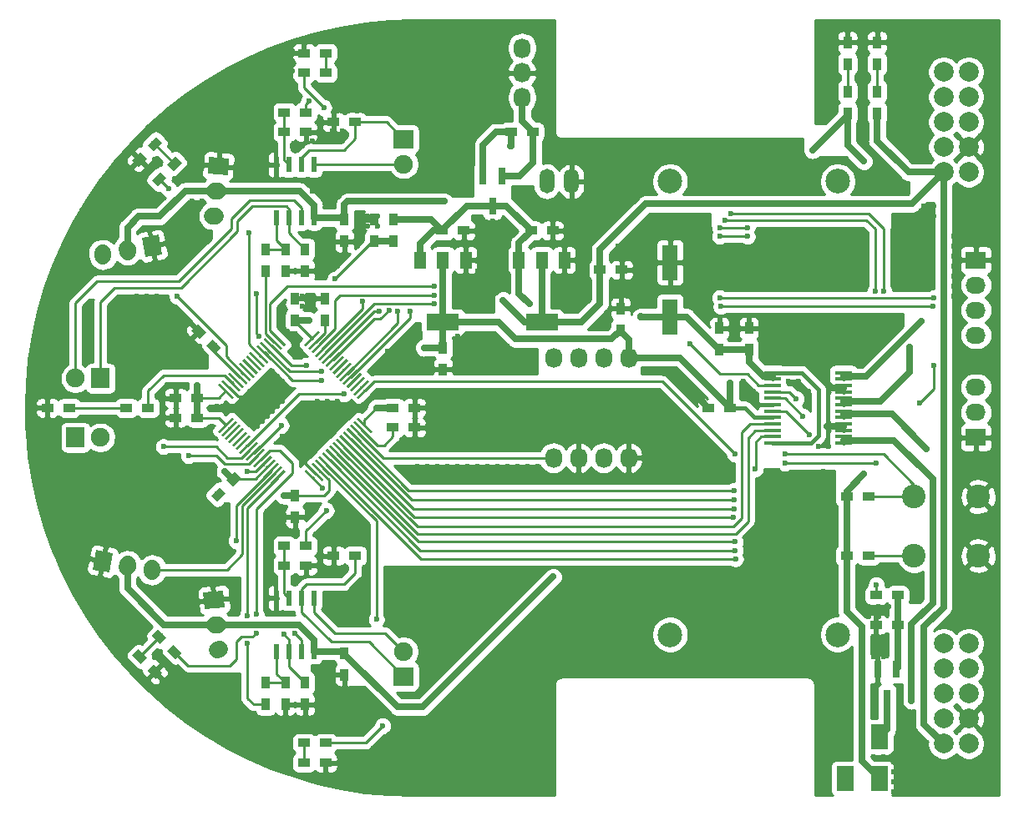
<source format=gtl>
G04 #@! TF.GenerationSoftware,KiCad,Pcbnew,(5.1.2-1)-1*
G04 #@! TF.CreationDate,2019-06-05T01:13:59+09:00*
G04 #@! TF.ProjectId,MicroMouse,4d696372-6f4d-46f7-9573-652e6b696361,rev?*
G04 #@! TF.SameCoordinates,Original*
G04 #@! TF.FileFunction,Copper,L1,Top*
G04 #@! TF.FilePolarity,Positive*
%FSLAX46Y46*%
G04 Gerber Fmt 4.6, Leading zero omitted, Abs format (unit mm)*
G04 Created by KiCad (PCBNEW (5.1.2-1)-1) date 2019-06-05 01:13:59*
%MOMM*%
%LPD*%
G04 APERTURE LIST*
%ADD10C,0.250000*%
%ADD11C,0.100000*%
%ADD12R,1.750000X0.450000*%
%ADD13O,1.727200X2.032000*%
%ADD14C,2.000000*%
%ADD15C,1.900000*%
%ADD16R,2.000000X1.900000*%
%ADD17R,1.900000X2.000000*%
%ADD18R,0.900000X1.200000*%
%ADD19R,1.200000X0.900000*%
%ADD20C,0.900000*%
%ADD21R,1.700000X2.500000*%
%ADD22R,0.600000X1.550000*%
%ADD23C,2.400000*%
%ADD24R,3.300000X1.700000*%
%ADD25R,1.200000X1.700000*%
%ADD26R,0.800100X1.800860*%
%ADD27C,1.727200*%
%ADD28C,1.727200*%
%ADD29R,1.600200X3.599180*%
%ADD30O,1.500000X2.500000*%
%ADD31O,2.032000X1.727200*%
%ADD32R,2.032000X1.727200*%
%ADD33C,2.500000*%
%ADD34C,0.600000*%
%ADD35C,0.700000*%
%ADD36C,0.400000*%
%ADD37C,0.250000*%
%ADD38C,0.254000*%
G04 APERTURE END LIST*
D10*
X123377088Y-93192812D03*
D11*
G36*
X122758370Y-93988307D02*
G01*
X122581593Y-93811530D01*
X123995806Y-92397317D01*
X124172583Y-92574094D01*
X122758370Y-93988307D01*
X122758370Y-93988307D01*
G37*
D10*
X123730641Y-93546365D03*
D11*
G36*
X123111923Y-94341860D02*
G01*
X122935146Y-94165083D01*
X124349359Y-92750870D01*
X124526136Y-92927647D01*
X123111923Y-94341860D01*
X123111923Y-94341860D01*
G37*
D10*
X124084194Y-93899918D03*
D11*
G36*
X123465476Y-94695413D02*
G01*
X123288699Y-94518636D01*
X124702912Y-93104423D01*
X124879689Y-93281200D01*
X123465476Y-94695413D01*
X123465476Y-94695413D01*
G37*
D10*
X124437748Y-94253472D03*
D11*
G36*
X123819030Y-95048967D02*
G01*
X123642253Y-94872190D01*
X125056466Y-93457977D01*
X125233243Y-93634754D01*
X123819030Y-95048967D01*
X123819030Y-95048967D01*
G37*
D10*
X124791301Y-94607025D03*
D11*
G36*
X124172583Y-95402520D02*
G01*
X123995806Y-95225743D01*
X125410019Y-93811530D01*
X125586796Y-93988307D01*
X124172583Y-95402520D01*
X124172583Y-95402520D01*
G37*
D10*
X125144854Y-94960579D03*
D11*
G36*
X124526136Y-95756074D02*
G01*
X124349359Y-95579297D01*
X125763572Y-94165084D01*
X125940349Y-94341861D01*
X124526136Y-95756074D01*
X124526136Y-95756074D01*
G37*
D10*
X125498408Y-95314132D03*
D11*
G36*
X124879690Y-96109627D02*
G01*
X124702913Y-95932850D01*
X126117126Y-94518637D01*
X126293903Y-94695414D01*
X124879690Y-96109627D01*
X124879690Y-96109627D01*
G37*
D10*
X125851961Y-95667685D03*
D11*
G36*
X125233243Y-96463180D02*
G01*
X125056466Y-96286403D01*
X126470679Y-94872190D01*
X126647456Y-95048967D01*
X125233243Y-96463180D01*
X125233243Y-96463180D01*
G37*
D10*
X126205515Y-96021239D03*
D11*
G36*
X125586797Y-96816734D02*
G01*
X125410020Y-96639957D01*
X126824233Y-95225744D01*
X127001010Y-95402521D01*
X125586797Y-96816734D01*
X125586797Y-96816734D01*
G37*
D10*
X126559068Y-96374792D03*
D11*
G36*
X125940350Y-97170287D02*
G01*
X125763573Y-96993510D01*
X127177786Y-95579297D01*
X127354563Y-95756074D01*
X125940350Y-97170287D01*
X125940350Y-97170287D01*
G37*
D10*
X126912621Y-96728346D03*
D11*
G36*
X126293903Y-97523841D02*
G01*
X126117126Y-97347064D01*
X127531339Y-95932851D01*
X127708116Y-96109628D01*
X126293903Y-97523841D01*
X126293903Y-97523841D01*
G37*
D10*
X127266175Y-97081899D03*
D11*
G36*
X126647457Y-97877394D02*
G01*
X126470680Y-97700617D01*
X127884893Y-96286404D01*
X128061670Y-96463181D01*
X126647457Y-97877394D01*
X126647457Y-97877394D01*
G37*
D10*
X127619728Y-97435452D03*
D11*
G36*
X127001010Y-98230947D02*
G01*
X126824233Y-98054170D01*
X128238446Y-96639957D01*
X128415223Y-96816734D01*
X127001010Y-98230947D01*
X127001010Y-98230947D01*
G37*
D10*
X127973282Y-97789006D03*
D11*
G36*
X127354564Y-98584501D02*
G01*
X127177787Y-98407724D01*
X128592000Y-96993511D01*
X128768777Y-97170288D01*
X127354564Y-98584501D01*
X127354564Y-98584501D01*
G37*
D10*
X128326835Y-98142559D03*
D11*
G36*
X127708117Y-98938054D02*
G01*
X127531340Y-98761277D01*
X128945553Y-97347064D01*
X129122330Y-97523841D01*
X127708117Y-98938054D01*
X127708117Y-98938054D01*
G37*
D10*
X128680388Y-98496112D03*
D11*
G36*
X128061670Y-99291607D02*
G01*
X127884893Y-99114830D01*
X129299106Y-97700617D01*
X129475883Y-97877394D01*
X128061670Y-99291607D01*
X128061670Y-99291607D01*
G37*
D10*
X132145212Y-98496112D03*
D11*
G36*
X132940707Y-99114830D02*
G01*
X132763930Y-99291607D01*
X131349717Y-97877394D01*
X131526494Y-97700617D01*
X132940707Y-99114830D01*
X132940707Y-99114830D01*
G37*
D10*
X132498765Y-98142559D03*
D11*
G36*
X133294260Y-98761277D02*
G01*
X133117483Y-98938054D01*
X131703270Y-97523841D01*
X131880047Y-97347064D01*
X133294260Y-98761277D01*
X133294260Y-98761277D01*
G37*
D10*
X132852318Y-97789006D03*
D11*
G36*
X133647813Y-98407724D02*
G01*
X133471036Y-98584501D01*
X132056823Y-97170288D01*
X132233600Y-96993511D01*
X133647813Y-98407724D01*
X133647813Y-98407724D01*
G37*
D10*
X133205872Y-97435452D03*
D11*
G36*
X134001367Y-98054170D02*
G01*
X133824590Y-98230947D01*
X132410377Y-96816734D01*
X132587154Y-96639957D01*
X134001367Y-98054170D01*
X134001367Y-98054170D01*
G37*
D10*
X133559425Y-97081899D03*
D11*
G36*
X134354920Y-97700617D02*
G01*
X134178143Y-97877394D01*
X132763930Y-96463181D01*
X132940707Y-96286404D01*
X134354920Y-97700617D01*
X134354920Y-97700617D01*
G37*
D10*
X133912979Y-96728346D03*
D11*
G36*
X134708474Y-97347064D02*
G01*
X134531697Y-97523841D01*
X133117484Y-96109628D01*
X133294261Y-95932851D01*
X134708474Y-97347064D01*
X134708474Y-97347064D01*
G37*
D10*
X134266532Y-96374792D03*
D11*
G36*
X135062027Y-96993510D02*
G01*
X134885250Y-97170287D01*
X133471037Y-95756074D01*
X133647814Y-95579297D01*
X135062027Y-96993510D01*
X135062027Y-96993510D01*
G37*
D10*
X134620085Y-96021239D03*
D11*
G36*
X135415580Y-96639957D02*
G01*
X135238803Y-96816734D01*
X133824590Y-95402521D01*
X134001367Y-95225744D01*
X135415580Y-96639957D01*
X135415580Y-96639957D01*
G37*
D10*
X134973639Y-95667685D03*
D11*
G36*
X135769134Y-96286403D02*
G01*
X135592357Y-96463180D01*
X134178144Y-95048967D01*
X134354921Y-94872190D01*
X135769134Y-96286403D01*
X135769134Y-96286403D01*
G37*
D10*
X135327192Y-95314132D03*
D11*
G36*
X136122687Y-95932850D02*
G01*
X135945910Y-96109627D01*
X134531697Y-94695414D01*
X134708474Y-94518637D01*
X136122687Y-95932850D01*
X136122687Y-95932850D01*
G37*
D10*
X135680746Y-94960579D03*
D11*
G36*
X136476241Y-95579297D02*
G01*
X136299464Y-95756074D01*
X134885251Y-94341861D01*
X135062028Y-94165084D01*
X136476241Y-95579297D01*
X136476241Y-95579297D01*
G37*
D10*
X136034299Y-94607025D03*
D11*
G36*
X136829794Y-95225743D02*
G01*
X136653017Y-95402520D01*
X135238804Y-93988307D01*
X135415581Y-93811530D01*
X136829794Y-95225743D01*
X136829794Y-95225743D01*
G37*
D10*
X136387852Y-94253472D03*
D11*
G36*
X137183347Y-94872190D02*
G01*
X137006570Y-95048967D01*
X135592357Y-93634754D01*
X135769134Y-93457977D01*
X137183347Y-94872190D01*
X137183347Y-94872190D01*
G37*
D10*
X136741406Y-93899918D03*
D11*
G36*
X137536901Y-94518636D02*
G01*
X137360124Y-94695413D01*
X135945911Y-93281200D01*
X136122688Y-93104423D01*
X137536901Y-94518636D01*
X137536901Y-94518636D01*
G37*
D10*
X137094959Y-93546365D03*
D11*
G36*
X137890454Y-94165083D02*
G01*
X137713677Y-94341860D01*
X136299464Y-92927647D01*
X136476241Y-92750870D01*
X137890454Y-94165083D01*
X137890454Y-94165083D01*
G37*
D10*
X137448512Y-93192812D03*
D11*
G36*
X138244007Y-93811530D02*
G01*
X138067230Y-93988307D01*
X136653017Y-92574094D01*
X136829794Y-92397317D01*
X138244007Y-93811530D01*
X138244007Y-93811530D01*
G37*
D10*
X137448512Y-89727988D03*
D11*
G36*
X136829794Y-90523483D02*
G01*
X136653017Y-90346706D01*
X138067230Y-88932493D01*
X138244007Y-89109270D01*
X136829794Y-90523483D01*
X136829794Y-90523483D01*
G37*
D10*
X137094959Y-89374435D03*
D11*
G36*
X136476241Y-90169930D02*
G01*
X136299464Y-89993153D01*
X137713677Y-88578940D01*
X137890454Y-88755717D01*
X136476241Y-90169930D01*
X136476241Y-90169930D01*
G37*
D10*
X136741406Y-89020882D03*
D11*
G36*
X136122688Y-89816377D02*
G01*
X135945911Y-89639600D01*
X137360124Y-88225387D01*
X137536901Y-88402164D01*
X136122688Y-89816377D01*
X136122688Y-89816377D01*
G37*
D10*
X136387852Y-88667328D03*
D11*
G36*
X135769134Y-89462823D02*
G01*
X135592357Y-89286046D01*
X137006570Y-87871833D01*
X137183347Y-88048610D01*
X135769134Y-89462823D01*
X135769134Y-89462823D01*
G37*
D10*
X136034299Y-88313775D03*
D11*
G36*
X135415581Y-89109270D02*
G01*
X135238804Y-88932493D01*
X136653017Y-87518280D01*
X136829794Y-87695057D01*
X135415581Y-89109270D01*
X135415581Y-89109270D01*
G37*
D10*
X135680746Y-87960221D03*
D11*
G36*
X135062028Y-88755716D02*
G01*
X134885251Y-88578939D01*
X136299464Y-87164726D01*
X136476241Y-87341503D01*
X135062028Y-88755716D01*
X135062028Y-88755716D01*
G37*
D10*
X135327192Y-87606668D03*
D11*
G36*
X134708474Y-88402163D02*
G01*
X134531697Y-88225386D01*
X135945910Y-86811173D01*
X136122687Y-86987950D01*
X134708474Y-88402163D01*
X134708474Y-88402163D01*
G37*
D10*
X134973639Y-87253115D03*
D11*
G36*
X134354921Y-88048610D02*
G01*
X134178144Y-87871833D01*
X135592357Y-86457620D01*
X135769134Y-86634397D01*
X134354921Y-88048610D01*
X134354921Y-88048610D01*
G37*
D10*
X134620085Y-86899561D03*
D11*
G36*
X134001367Y-87695056D02*
G01*
X133824590Y-87518279D01*
X135238803Y-86104066D01*
X135415580Y-86280843D01*
X134001367Y-87695056D01*
X134001367Y-87695056D01*
G37*
D10*
X134266532Y-86546008D03*
D11*
G36*
X133647814Y-87341503D02*
G01*
X133471037Y-87164726D01*
X134885250Y-85750513D01*
X135062027Y-85927290D01*
X133647814Y-87341503D01*
X133647814Y-87341503D01*
G37*
D10*
X133912979Y-86192454D03*
D11*
G36*
X133294261Y-86987949D02*
G01*
X133117484Y-86811172D01*
X134531697Y-85396959D01*
X134708474Y-85573736D01*
X133294261Y-86987949D01*
X133294261Y-86987949D01*
G37*
D10*
X133559425Y-85838901D03*
D11*
G36*
X132940707Y-86634396D02*
G01*
X132763930Y-86457619D01*
X134178143Y-85043406D01*
X134354920Y-85220183D01*
X132940707Y-86634396D01*
X132940707Y-86634396D01*
G37*
D10*
X133205872Y-85485348D03*
D11*
G36*
X132587154Y-86280843D02*
G01*
X132410377Y-86104066D01*
X133824590Y-84689853D01*
X134001367Y-84866630D01*
X132587154Y-86280843D01*
X132587154Y-86280843D01*
G37*
D10*
X132852318Y-85131794D03*
D11*
G36*
X132233600Y-85927289D02*
G01*
X132056823Y-85750512D01*
X133471036Y-84336299D01*
X133647813Y-84513076D01*
X132233600Y-85927289D01*
X132233600Y-85927289D01*
G37*
D10*
X132498765Y-84778241D03*
D11*
G36*
X131880047Y-85573736D02*
G01*
X131703270Y-85396959D01*
X133117483Y-83982746D01*
X133294260Y-84159523D01*
X131880047Y-85573736D01*
X131880047Y-85573736D01*
G37*
D10*
X132145212Y-84424688D03*
D11*
G36*
X131526494Y-85220183D02*
G01*
X131349717Y-85043406D01*
X132763930Y-83629193D01*
X132940707Y-83805970D01*
X131526494Y-85220183D01*
X131526494Y-85220183D01*
G37*
D10*
X128680388Y-84424688D03*
D11*
G36*
X129475883Y-85043406D02*
G01*
X129299106Y-85220183D01*
X127884893Y-83805970D01*
X128061670Y-83629193D01*
X129475883Y-85043406D01*
X129475883Y-85043406D01*
G37*
D10*
X128326835Y-84778241D03*
D11*
G36*
X129122330Y-85396959D02*
G01*
X128945553Y-85573736D01*
X127531340Y-84159523D01*
X127708117Y-83982746D01*
X129122330Y-85396959D01*
X129122330Y-85396959D01*
G37*
D10*
X127973282Y-85131794D03*
D11*
G36*
X128768777Y-85750512D02*
G01*
X128592000Y-85927289D01*
X127177787Y-84513076D01*
X127354564Y-84336299D01*
X128768777Y-85750512D01*
X128768777Y-85750512D01*
G37*
D10*
X127619728Y-85485348D03*
D11*
G36*
X128415223Y-86104066D02*
G01*
X128238446Y-86280843D01*
X126824233Y-84866630D01*
X127001010Y-84689853D01*
X128415223Y-86104066D01*
X128415223Y-86104066D01*
G37*
D10*
X127266175Y-85838901D03*
D11*
G36*
X128061670Y-86457619D02*
G01*
X127884893Y-86634396D01*
X126470680Y-85220183D01*
X126647457Y-85043406D01*
X128061670Y-86457619D01*
X128061670Y-86457619D01*
G37*
D10*
X126912621Y-86192454D03*
D11*
G36*
X127708116Y-86811172D02*
G01*
X127531339Y-86987949D01*
X126117126Y-85573736D01*
X126293903Y-85396959D01*
X127708116Y-86811172D01*
X127708116Y-86811172D01*
G37*
D10*
X126559068Y-86546008D03*
D11*
G36*
X127354563Y-87164726D02*
G01*
X127177786Y-87341503D01*
X125763573Y-85927290D01*
X125940350Y-85750513D01*
X127354563Y-87164726D01*
X127354563Y-87164726D01*
G37*
D10*
X126205515Y-86899561D03*
D11*
G36*
X127001010Y-87518279D02*
G01*
X126824233Y-87695056D01*
X125410020Y-86280843D01*
X125586797Y-86104066D01*
X127001010Y-87518279D01*
X127001010Y-87518279D01*
G37*
D10*
X125851961Y-87253115D03*
D11*
G36*
X126647456Y-87871833D02*
G01*
X126470679Y-88048610D01*
X125056466Y-86634397D01*
X125233243Y-86457620D01*
X126647456Y-87871833D01*
X126647456Y-87871833D01*
G37*
D10*
X125498408Y-87606668D03*
D11*
G36*
X126293903Y-88225386D02*
G01*
X126117126Y-88402163D01*
X124702913Y-86987950D01*
X124879690Y-86811173D01*
X126293903Y-88225386D01*
X126293903Y-88225386D01*
G37*
D10*
X125144854Y-87960221D03*
D11*
G36*
X125940349Y-88578939D02*
G01*
X125763572Y-88755716D01*
X124349359Y-87341503D01*
X124526136Y-87164726D01*
X125940349Y-88578939D01*
X125940349Y-88578939D01*
G37*
D10*
X124791301Y-88313775D03*
D11*
G36*
X125586796Y-88932493D02*
G01*
X125410019Y-89109270D01*
X123995806Y-87695057D01*
X124172583Y-87518280D01*
X125586796Y-88932493D01*
X125586796Y-88932493D01*
G37*
D10*
X124437748Y-88667328D03*
D11*
G36*
X125233243Y-89286046D02*
G01*
X125056466Y-89462823D01*
X123642253Y-88048610D01*
X123819030Y-87871833D01*
X125233243Y-89286046D01*
X125233243Y-89286046D01*
G37*
D10*
X124084194Y-89020882D03*
D11*
G36*
X124879689Y-89639600D02*
G01*
X124702912Y-89816377D01*
X123288699Y-88402164D01*
X123465476Y-88225387D01*
X124879689Y-89639600D01*
X124879689Y-89639600D01*
G37*
D10*
X123730641Y-89374435D03*
D11*
G36*
X124526136Y-89993153D02*
G01*
X124349359Y-90169930D01*
X122935146Y-88755717D01*
X123111923Y-88578940D01*
X124526136Y-89993153D01*
X124526136Y-89993153D01*
G37*
D10*
X123377088Y-89727988D03*
D11*
G36*
X124172583Y-90346706D02*
G01*
X123995806Y-90523483D01*
X122581593Y-89109270D01*
X122758370Y-88932493D01*
X124172583Y-90346706D01*
X124172583Y-90346706D01*
G37*
D12*
X178812800Y-95035400D03*
X178812800Y-94385400D03*
X178812800Y-93735400D03*
X178812800Y-93085400D03*
X178812800Y-92435400D03*
X178812800Y-91785400D03*
X178812800Y-91135400D03*
X178812800Y-90485400D03*
X178812800Y-89835400D03*
X178812800Y-89185400D03*
X178812800Y-88535400D03*
X178812800Y-87885400D03*
X186012800Y-87885400D03*
X186012800Y-88535400D03*
X186012800Y-89185400D03*
X186012800Y-89835400D03*
X186012800Y-90485400D03*
X186012800Y-91135400D03*
X186012800Y-91785400D03*
X186012800Y-92435400D03*
X186012800Y-93085400D03*
X186012800Y-93735400D03*
X186012800Y-94385400D03*
X186012800Y-95035400D03*
D13*
X164222800Y-86380400D03*
X161682800Y-86380400D03*
X159142800Y-86380400D03*
X156602800Y-86380400D03*
X164222800Y-96540400D03*
X161682800Y-96540400D03*
X159142800Y-96540400D03*
X156602800Y-96540400D03*
D14*
X198682800Y-67540400D03*
X198682800Y-65000400D03*
X198682800Y-62460400D03*
X198682800Y-59920400D03*
X198682800Y-57380400D03*
X196142800Y-67540400D03*
X196142800Y-65000400D03*
X196142800Y-62460400D03*
X196142800Y-59920400D03*
X196142800Y-57380400D03*
X198682800Y-125540400D03*
X198682800Y-123000400D03*
X198682800Y-120460400D03*
X198682800Y-117920400D03*
X198682800Y-115380400D03*
X196142800Y-125540400D03*
X196142800Y-123000400D03*
X196142800Y-120460400D03*
X196142800Y-117920400D03*
X196142800Y-115380400D03*
D15*
X141412800Y-116190400D03*
D16*
X141412800Y-118730400D03*
D15*
X141412800Y-66730400D03*
D16*
X141412800Y-64190400D03*
D17*
X108142800Y-94460400D03*
D15*
X110682800Y-94460400D03*
X108142800Y-88460400D03*
D17*
X110682800Y-88460400D03*
D18*
X135412800Y-74560400D03*
X135412800Y-72360400D03*
D19*
X156512800Y-73460400D03*
X154312800Y-73460400D03*
X142512800Y-91460400D03*
X140312800Y-91460400D03*
X118312800Y-90460400D03*
X120512800Y-90460400D03*
D18*
X130412800Y-102560400D03*
X130412800Y-100360400D03*
D19*
X118312800Y-92460400D03*
X120512800Y-92460400D03*
X140312800Y-93460400D03*
X142512800Y-93460400D03*
D18*
X135412800Y-118560400D03*
X135412800Y-116360400D03*
X176412800Y-83360400D03*
X176412800Y-85560400D03*
X173412800Y-83360400D03*
X173412800Y-85560400D03*
X163412800Y-81360400D03*
X163412800Y-83560400D03*
D19*
X107512800Y-91460400D03*
X105312800Y-91460400D03*
D20*
X116190617Y-64682583D03*
D11*
G36*
X116084551Y-65425045D02*
G01*
X115448155Y-64788649D01*
X116296683Y-63940121D01*
X116933079Y-64576517D01*
X116084551Y-65425045D01*
X116084551Y-65425045D01*
G37*
D20*
X114634983Y-66238217D03*
D11*
G36*
X114528917Y-66980679D02*
G01*
X113892521Y-66344283D01*
X114741049Y-65495755D01*
X115377445Y-66132151D01*
X114528917Y-66980679D01*
X114528917Y-66980679D01*
G37*
D19*
X131312800Y-127460400D03*
X133512800Y-127460400D03*
D18*
X186412800Y-56560400D03*
X186412800Y-54360400D03*
X189412800Y-56560400D03*
X189412800Y-54360400D03*
D19*
X154512800Y-63460400D03*
X152312800Y-63460400D03*
X115512800Y-91460400D03*
X113312800Y-91460400D03*
D20*
X116634983Y-68238217D03*
D11*
G36*
X116741049Y-67495755D02*
G01*
X117377445Y-68132151D01*
X116528917Y-68980679D01*
X115892521Y-68344283D01*
X116741049Y-67495755D01*
X116741049Y-67495755D01*
G37*
D20*
X118190617Y-66682583D03*
D11*
G36*
X118296683Y-65940121D02*
G01*
X118933079Y-66576517D01*
X118084551Y-67425045D01*
X117448155Y-66788649D01*
X118296683Y-65940121D01*
X118296683Y-65940121D01*
G37*
D19*
X133512800Y-125460400D03*
X131312800Y-125460400D03*
D18*
X186412800Y-59360400D03*
X186412800Y-61560400D03*
X189412800Y-61560400D03*
X189412800Y-59360400D03*
D19*
X129312800Y-61460400D03*
X131512800Y-61460400D03*
X131512800Y-63460400D03*
X129312800Y-63460400D03*
X129312800Y-105460400D03*
X131512800Y-105460400D03*
X131512800Y-107460400D03*
X129312800Y-107460400D03*
X134312800Y-62460400D03*
X136512800Y-62460400D03*
X134312800Y-106460400D03*
X136512800Y-106460400D03*
D18*
X131412800Y-77560400D03*
X131412800Y-75360400D03*
X131412800Y-121560400D03*
X131412800Y-119360400D03*
X127412800Y-75360400D03*
X127412800Y-77560400D03*
X129412800Y-77560400D03*
X129412800Y-75360400D03*
X127412800Y-119360400D03*
X127412800Y-121560400D03*
X129412800Y-121560400D03*
X129412800Y-119360400D03*
D19*
X191512800Y-110460400D03*
X189312800Y-110460400D03*
X191512800Y-113460400D03*
X189312800Y-113460400D03*
X186312800Y-106460400D03*
X188512800Y-106460400D03*
D20*
X120634983Y-83682583D03*
D11*
G36*
X121377445Y-83788649D02*
G01*
X120741049Y-84425045D01*
X119892521Y-83576517D01*
X120528917Y-82940121D01*
X121377445Y-83788649D01*
X121377445Y-83788649D01*
G37*
D20*
X122190617Y-85238217D03*
D11*
G36*
X122933079Y-85344283D02*
G01*
X122296683Y-85980679D01*
X121448155Y-85132151D01*
X122084551Y-84495755D01*
X122933079Y-85344283D01*
X122933079Y-85344283D01*
G37*
D21*
X189662800Y-129060400D03*
X189662800Y-124860400D03*
X186162800Y-129060400D03*
D22*
X132317800Y-72160400D03*
X131047800Y-72160400D03*
X129777800Y-72160400D03*
X128507800Y-72160400D03*
X128507800Y-66760400D03*
X129777800Y-66760400D03*
X131047800Y-66760400D03*
X132317800Y-66760400D03*
X132317800Y-116160400D03*
X131047800Y-116160400D03*
X129777800Y-116160400D03*
X128507800Y-116160400D03*
X128507800Y-110760400D03*
X129777800Y-110760400D03*
X131047800Y-110760400D03*
X132317800Y-110760400D03*
D23*
X193162800Y-100460400D03*
X199662800Y-100460400D03*
X193162800Y-106460400D03*
X199662800Y-106460400D03*
D24*
X155412800Y-82760400D03*
D25*
X153112800Y-76460400D03*
X155412800Y-76460400D03*
X157712800Y-76460400D03*
D24*
X145412800Y-82760400D03*
D25*
X143112800Y-76460400D03*
X145412800Y-76460400D03*
X147712800Y-76460400D03*
D13*
X153412800Y-59960400D03*
X153412800Y-57460400D03*
X153412800Y-54960400D03*
D26*
X150412800Y-70961540D03*
X149462800Y-67959260D03*
X151362800Y-67959260D03*
X190412800Y-120961540D03*
X189462800Y-117959260D03*
X191362800Y-117959260D03*
D27*
X110911388Y-107019334D03*
D11*
G36*
X109884481Y-107869936D02*
G01*
X110237335Y-105868807D01*
X111938295Y-106168732D01*
X111585441Y-108169861D01*
X109884481Y-107869936D01*
X109884481Y-107869936D01*
G37*
D27*
X113412800Y-107460400D03*
D28*
X113439264Y-107310315D02*
X113386336Y-107610485D01*
D27*
X115914212Y-107901466D03*
D28*
X115940676Y-107751381D02*
X115887748Y-108051551D01*
D27*
X122191424Y-110930065D03*
D11*
G36*
X121104022Y-110158301D02*
G01*
X123128290Y-109981201D01*
X123278826Y-111701829D01*
X121254558Y-111878929D01*
X121104022Y-110158301D01*
X121104022Y-110158301D01*
G37*
D27*
X122412800Y-113460400D03*
D28*
X122564620Y-113447117D02*
X122260980Y-113473683D01*
D27*
X122634176Y-115990735D03*
D28*
X122785996Y-115977452D02*
X122482356Y-116004018D01*
D27*
X122191424Y-71990735D03*
D28*
X122343244Y-72004018D02*
X122039604Y-71977452D01*
D27*
X122412800Y-69460400D03*
D28*
X122564620Y-69473683D02*
X122260980Y-69447117D01*
D27*
X122634176Y-66930065D03*
D11*
G36*
X121697310Y-65981201D02*
G01*
X123721578Y-66158301D01*
X123571042Y-67878929D01*
X121546774Y-67701829D01*
X121697310Y-65981201D01*
X121697310Y-65981201D01*
G37*
D27*
X115914212Y-75019334D03*
D11*
G36*
X116588265Y-73868807D02*
G01*
X116941119Y-75869936D01*
X115240159Y-76169861D01*
X114887305Y-74168732D01*
X116588265Y-73868807D01*
X116588265Y-73868807D01*
G37*
D27*
X113412800Y-75460400D03*
D28*
X113439264Y-75610485D02*
X113386336Y-75310315D01*
D27*
X110911388Y-75901466D03*
D28*
X110937852Y-76051551D02*
X110884924Y-75751381D01*
D19*
X147512800Y-73460400D03*
X145312800Y-73460400D03*
X163512800Y-77460400D03*
X161312800Y-77460400D03*
D18*
X145412800Y-87560400D03*
X145412800Y-85360400D03*
X130412800Y-80360400D03*
X130412800Y-82560400D03*
D20*
X122634983Y-100238217D03*
D11*
G36*
X122741049Y-99495755D02*
G01*
X123377445Y-100132151D01*
X122528917Y-100980679D01*
X121892521Y-100344283D01*
X122741049Y-99495755D01*
X122741049Y-99495755D01*
G37*
D20*
X124190617Y-98682583D03*
D11*
G36*
X124296683Y-97940121D02*
G01*
X124933079Y-98576517D01*
X124084551Y-99425045D01*
X123448155Y-98788649D01*
X124296683Y-97940121D01*
X124296683Y-97940121D01*
G37*
D18*
X133412800Y-82560400D03*
X133412800Y-80360400D03*
D19*
X172312800Y-91460400D03*
X174512800Y-91460400D03*
D29*
X168412800Y-76709580D03*
X168412800Y-82211220D03*
D30*
X155912800Y-68460400D03*
X158412800Y-68460400D03*
D20*
X114634983Y-116682583D03*
D11*
G36*
X115377445Y-116788649D02*
G01*
X114741049Y-117425045D01*
X113892521Y-116576517D01*
X114528917Y-115940121D01*
X115377445Y-116788649D01*
X115377445Y-116788649D01*
G37*
D20*
X116190617Y-118238217D03*
D11*
G36*
X116933079Y-118344283D02*
G01*
X116296683Y-118980679D01*
X115448155Y-118132151D01*
X116084551Y-117495755D01*
X116933079Y-118344283D01*
X116933079Y-118344283D01*
G37*
D19*
X133512800Y-55460400D03*
X131312800Y-55460400D03*
D20*
X118190617Y-116238217D03*
D11*
G36*
X117448155Y-116132151D02*
G01*
X118084551Y-115495755D01*
X118933079Y-116344283D01*
X118296683Y-116980679D01*
X117448155Y-116132151D01*
X117448155Y-116132151D01*
G37*
D20*
X116634983Y-114682583D03*
D11*
G36*
X115892521Y-114576517D02*
G01*
X116528917Y-113940121D01*
X117377445Y-114788649D01*
X116741049Y-115425045D01*
X115892521Y-114576517D01*
X115892521Y-114576517D01*
G37*
D19*
X131312800Y-57460400D03*
X133512800Y-57460400D03*
X186312800Y-100460400D03*
X188512800Y-100460400D03*
D18*
X140412800Y-72360400D03*
X140412800Y-74560400D03*
X138412800Y-74560400D03*
X138412800Y-72360400D03*
D31*
X199412800Y-89380400D03*
X199412800Y-91920400D03*
D32*
X199412800Y-94460400D03*
D31*
X199412800Y-84080400D03*
X199412800Y-81540400D03*
X199412800Y-79000400D03*
D32*
X199412800Y-76460400D03*
D33*
X185412800Y-68460400D03*
X168412800Y-68460400D03*
X185412800Y-114460400D03*
X168412800Y-114460400D03*
D34*
X165455600Y-82194400D03*
X154152600Y-80924400D03*
X138785600Y-72034400D03*
X196189600Y-130454400D03*
X195173600Y-130454400D03*
X195173600Y-129438400D03*
X194157600Y-130454400D03*
X197205600Y-127406400D03*
X195173600Y-127406400D03*
X196189600Y-127406400D03*
X194157600Y-127406400D03*
X198221600Y-127406400D03*
X199237600Y-127406400D03*
X196189600Y-128422400D03*
X197205600Y-128422400D03*
X198221600Y-128422400D03*
X200253600Y-127406400D03*
X201269600Y-127406400D03*
X200253600Y-128422400D03*
X201269600Y-128422400D03*
X196189600Y-129438400D03*
X197205600Y-129438400D03*
X198221600Y-129438400D03*
X199237600Y-129438400D03*
X200253600Y-129438400D03*
X201269600Y-129438400D03*
X194157600Y-128422400D03*
X195173600Y-128422400D03*
X199237600Y-128422400D03*
X194157600Y-129438400D03*
X197205600Y-130454400D03*
X198221600Y-130454400D03*
X199237600Y-130454400D03*
X200253600Y-130454400D03*
X201269600Y-130454400D03*
X159105600Y-75082400D03*
X160121600Y-75082400D03*
X160121600Y-76098400D03*
X159105600Y-76098400D03*
X163169600Y-75082400D03*
X164185600Y-75082400D03*
X164185600Y-76098400D03*
X163169600Y-76098400D03*
X190601600Y-69494400D03*
X191617600Y-69494400D03*
X191617600Y-72034400D03*
X194157600Y-72034400D03*
X195173600Y-72034400D03*
X195173600Y-71018400D03*
X194157600Y-71018400D03*
X190601600Y-68478400D03*
X191617600Y-68478400D03*
X191617600Y-73050400D03*
X191617600Y-74066400D03*
X191617600Y-75082400D03*
X191617600Y-76098400D03*
X191617600Y-77114400D03*
X191617600Y-78130400D03*
X127609600Y-102006400D03*
X128625600Y-102006400D03*
X127609600Y-103022400D03*
X128625600Y-103022400D03*
X127609600Y-104038400D03*
X128625600Y-104038400D03*
X129641600Y-104038400D03*
X130657600Y-104038400D03*
X114401600Y-96926400D03*
X115417600Y-96926400D03*
X116433600Y-96926400D03*
X117449600Y-96926400D03*
X115417600Y-97942400D03*
X116433600Y-97942400D03*
X117449600Y-97942400D03*
X114401600Y-101498400D03*
X114401600Y-102514400D03*
X114401600Y-103530400D03*
X115417600Y-103530400D03*
X118465600Y-96926400D03*
X118465600Y-97942400D03*
X118465600Y-98958400D03*
X114401600Y-82194400D03*
X115417600Y-82194400D03*
X116433600Y-82194400D03*
X114401600Y-83210400D03*
X115417600Y-83210400D03*
X116433600Y-83210400D03*
X116433600Y-84226400D03*
X115417600Y-84226400D03*
X114401600Y-84226400D03*
X114401600Y-85242400D03*
X115417600Y-85242400D03*
X116433600Y-85242400D03*
X116433600Y-86258400D03*
X115417600Y-86258400D03*
X114401600Y-86258400D03*
X115417600Y-87274400D03*
X116433600Y-87274400D03*
X148945600Y-76606400D03*
X149961600Y-76606400D03*
X149961600Y-77622400D03*
X148945600Y-77622400D03*
X150469600Y-72542400D03*
X151485600Y-72542400D03*
X151485600Y-73558400D03*
X150469600Y-73558400D03*
X149453600Y-72542400D03*
X151485600Y-74574400D03*
X132689600Y-74066400D03*
X133705600Y-74066400D03*
X133705600Y-75082400D03*
X132689600Y-75082400D03*
X132689600Y-76098400D03*
X133705600Y-76098400D03*
X133705600Y-77114400D03*
X132689600Y-77114400D03*
X136753600Y-72034400D03*
X136753600Y-73050400D03*
X136753600Y-74066400D03*
X136753600Y-75082400D03*
X137769600Y-72034400D03*
X137769600Y-73050400D03*
X138785600Y-73050400D03*
X146913600Y-85242400D03*
X147929600Y-85242400D03*
X148945600Y-85242400D03*
X148945600Y-86258400D03*
X147929600Y-86258400D03*
X146913600Y-86258400D03*
X149961600Y-86258400D03*
X149961600Y-85242400D03*
X150977600Y-85242400D03*
X150977600Y-86258400D03*
X143865600Y-86766400D03*
X142849600Y-86766400D03*
X141833600Y-86766400D03*
X140817600Y-86766400D03*
X139801600Y-86766400D03*
X139801600Y-85750400D03*
X140817600Y-85750400D03*
X141833600Y-85750400D03*
X146913600Y-84226400D03*
X147929600Y-84226400D03*
X148945600Y-84226400D03*
X149961600Y-84226400D03*
X143865600Y-91338400D03*
X144881600Y-91338400D03*
X143865600Y-92354400D03*
X144881600Y-92354400D03*
X143865600Y-93370400D03*
X144881600Y-93370400D03*
X145897600Y-91338400D03*
X145897600Y-92354400D03*
X145897600Y-93370400D03*
X146913600Y-93370400D03*
X146913600Y-92354400D03*
X146913600Y-91338400D03*
X143865600Y-94386400D03*
X143865600Y-95402400D03*
X142849600Y-95402400D03*
X141833600Y-95402400D03*
X144881600Y-95402400D03*
X144881600Y-94386400D03*
X145897600Y-94386400D03*
X145897600Y-95402400D03*
X146913600Y-95402400D03*
X146913600Y-94386400D03*
X140817600Y-95402400D03*
X184302400Y-93370400D03*
X187553600Y-108610400D03*
X187553600Y-109626400D03*
X187553600Y-110642400D03*
X187553600Y-111658400D03*
X188569600Y-111658400D03*
X189585600Y-111658400D03*
X190601600Y-111658400D03*
X188569600Y-112674400D03*
X189585600Y-112674400D03*
X132689600Y-120294400D03*
X133705600Y-120294400D03*
X134721600Y-120294400D03*
X135737600Y-120294400D03*
X136753600Y-120294400D03*
X132689600Y-121310400D03*
X133705600Y-121310400D03*
X134721600Y-121310400D03*
X135737600Y-121310400D03*
X136753600Y-121310400D03*
X137769600Y-121310400D03*
X132689600Y-122326400D03*
X133705600Y-122326400D03*
X134721600Y-122326400D03*
X135737600Y-122326400D03*
X136753600Y-122326400D03*
X137769600Y-122326400D03*
X132689600Y-119278400D03*
X133705600Y-119278400D03*
X132689600Y-118262400D03*
X133705600Y-118262400D03*
X137769600Y-123342400D03*
X136753600Y-123342400D03*
X135737600Y-123342400D03*
X134721600Y-123342400D03*
X133705600Y-123342400D03*
X132689600Y-123342400D03*
X131673600Y-123342400D03*
X130657600Y-123342400D03*
X129641600Y-123342400D03*
X125069600Y-91846400D03*
X125577600Y-91338400D03*
X126085600Y-90830400D03*
X126593600Y-90322400D03*
X127101600Y-89814400D03*
X127609600Y-89306400D03*
X128117600Y-88798400D03*
X128625600Y-88290400D03*
X128625600Y-89306400D03*
X128117600Y-89814400D03*
X127609600Y-90322400D03*
X127101600Y-90830400D03*
X126593600Y-91338400D03*
X126085600Y-91846400D03*
X125577600Y-92354400D03*
X126085600Y-92862400D03*
X126593600Y-92354400D03*
X127101600Y-91846400D03*
X127609600Y-91338400D03*
X128117600Y-90830400D03*
X128625600Y-90322400D03*
X126593600Y-93370400D03*
X127101600Y-92862400D03*
X127609600Y-92354400D03*
X128117600Y-91846400D03*
X128625600Y-91338400D03*
X131165600Y-92354400D03*
X131673600Y-91846400D03*
X132181600Y-91338400D03*
X132689600Y-90830400D03*
X130657600Y-93878400D03*
X131165600Y-93370400D03*
X131673600Y-92862400D03*
X132181600Y-92354400D03*
X132689600Y-91846400D03*
X133197600Y-91338400D03*
X131165600Y-94386400D03*
X131673600Y-93878400D03*
X132181600Y-93370400D03*
X132689600Y-92862400D03*
X133197600Y-92354400D03*
X133705600Y-91846400D03*
X131673600Y-94894400D03*
X132181600Y-94386400D03*
X132689600Y-93878400D03*
X133197600Y-93370400D03*
X133705600Y-92862400D03*
X134213600Y-92354400D03*
X133705600Y-90830400D03*
X134213600Y-91338400D03*
X134721600Y-91846400D03*
X135229600Y-91338400D03*
X132181600Y-95402400D03*
X132689600Y-94894400D03*
X133197600Y-94386400D03*
X133705600Y-93878400D03*
X134213600Y-93370400D03*
X134721600Y-92862400D03*
X135229600Y-92354400D03*
X135737600Y-91846400D03*
X128117600Y-87782400D03*
X127609600Y-88290400D03*
X127101600Y-88798400D03*
X126593600Y-89306400D03*
X126085600Y-89814400D03*
X125577600Y-90322400D03*
X125069600Y-90830400D03*
X124561600Y-91338400D03*
X125526800Y-97942400D03*
X131673600Y-95910400D03*
X131165600Y-96418400D03*
X131165600Y-95402400D03*
X130657600Y-94894400D03*
X130149600Y-94386400D03*
X129641600Y-94894400D03*
X130149600Y-95402400D03*
X130657600Y-95910400D03*
X114401600Y-81178400D03*
X115417600Y-81178400D03*
X116433600Y-81178400D03*
X116433600Y-80162400D03*
X115417600Y-80162400D03*
X114401600Y-80162400D03*
X147929600Y-91338400D03*
X147929600Y-92354400D03*
X147929600Y-93370400D03*
X147929600Y-94386400D03*
X147929600Y-95402400D03*
X148945600Y-95402400D03*
X148945600Y-94386400D03*
X148945600Y-93370400D03*
X148945600Y-92354400D03*
X148945600Y-91338400D03*
X149961600Y-91338400D03*
X149961600Y-92354400D03*
X149961600Y-93370400D03*
X149961600Y-94386400D03*
X149961600Y-95402400D03*
X150977600Y-95402400D03*
X150977600Y-94386400D03*
X150977600Y-93370400D03*
X150977600Y-92354400D03*
X150977600Y-91338400D03*
X151993600Y-91338400D03*
X151993600Y-92354400D03*
X151993600Y-93370400D03*
X151993600Y-94386400D03*
X151993600Y-95402400D03*
X198221600Y-87274400D03*
X199237600Y-87274400D03*
X200253600Y-87274400D03*
X201269600Y-87274400D03*
X201269600Y-88290400D03*
X201269600Y-89306400D03*
X201269600Y-90322400D03*
X201269600Y-91338400D03*
X201269600Y-92354400D03*
X201269600Y-93370400D03*
X201269600Y-94386400D03*
X201269600Y-95402400D03*
X201269600Y-96418400D03*
X200253600Y-96418400D03*
X199237600Y-96418400D03*
X198221600Y-96418400D03*
X198221600Y-97434400D03*
X199237600Y-97434400D03*
X200253600Y-97434400D03*
X201269600Y-97434400D03*
X199237600Y-98450400D03*
X200253600Y-98450400D03*
X201269600Y-98450400D03*
X153009600Y-91338400D03*
X153009600Y-92354400D03*
X153009600Y-93370400D03*
X153009600Y-94386400D03*
X153009600Y-95402400D03*
X154025600Y-95402400D03*
X154025600Y-94386400D03*
X154025600Y-93370400D03*
X154025600Y-92354400D03*
X154025600Y-91338400D03*
X155041600Y-91338400D03*
X155041600Y-92354400D03*
X155041600Y-93370400D03*
X155041600Y-94386400D03*
X155041600Y-95402400D03*
X156057600Y-94386400D03*
X157073600Y-94386400D03*
X157073600Y-93370400D03*
X156057600Y-93370400D03*
X156057600Y-92354400D03*
X157073600Y-92354400D03*
X157073600Y-91338400D03*
X156057600Y-91338400D03*
X158089600Y-91338400D03*
X158089600Y-92354400D03*
X158089600Y-93370400D03*
X158089600Y-94386400D03*
X159105600Y-94386400D03*
X159105600Y-93370400D03*
X159105600Y-92354400D03*
X159105600Y-91338400D03*
X160121600Y-91338400D03*
X160121600Y-92354400D03*
X160121600Y-93370400D03*
X160121600Y-94386400D03*
X161137600Y-94386400D03*
X161137600Y-93370400D03*
X161137600Y-92354400D03*
X161137600Y-91338400D03*
X162153600Y-91338400D03*
X162153600Y-92354400D03*
X162153600Y-93370400D03*
X162153600Y-94386400D03*
X163169600Y-94386400D03*
X163169600Y-93370400D03*
X163169600Y-92354400D03*
X163169600Y-91338400D03*
X164185600Y-91338400D03*
X164185600Y-92354400D03*
X164185600Y-93370400D03*
X164185600Y-94386400D03*
X165201600Y-94386400D03*
X165201600Y-93370400D03*
X165201600Y-92354400D03*
X165201600Y-91338400D03*
X166217600Y-91338400D03*
X166217600Y-92354400D03*
X166217600Y-93370400D03*
X166217600Y-94386400D03*
X167233600Y-91338400D03*
X167233600Y-92354400D03*
X167233600Y-93370400D03*
X167233600Y-94386400D03*
X166217600Y-95402400D03*
X167233600Y-95402400D03*
X166217600Y-96418400D03*
X167233600Y-96418400D03*
X167233600Y-97434400D03*
X166217600Y-97434400D03*
X166217600Y-98450400D03*
X167233600Y-98450400D03*
X165201600Y-98450400D03*
X164185600Y-98450400D03*
X163169600Y-98450400D03*
X162153600Y-98450400D03*
X161137600Y-98450400D03*
X160121600Y-98450400D03*
X159105600Y-98450400D03*
X158089600Y-98450400D03*
X157073600Y-98450400D03*
X156057600Y-98450400D03*
X155041600Y-98450400D03*
X154025600Y-98450400D03*
X155041600Y-97434400D03*
X154025600Y-97434400D03*
X153009600Y-97434400D03*
X153009600Y-98450400D03*
X151993600Y-97434400D03*
X151993600Y-98450400D03*
X150977600Y-97434400D03*
X150977600Y-98450400D03*
X149961600Y-98450400D03*
X149961600Y-97434400D03*
X148945600Y-97434400D03*
X148945600Y-98450400D03*
X147929600Y-97434400D03*
X146913600Y-97434400D03*
X145897600Y-97434400D03*
X144881600Y-97434400D03*
X143865600Y-97434400D03*
X142849600Y-97434400D03*
X142849600Y-98450400D03*
X143865600Y-98450400D03*
X144881600Y-98450400D03*
X145897600Y-98450400D03*
X146913600Y-98450400D03*
X147929600Y-98450400D03*
X168249600Y-92354400D03*
X168249600Y-93370400D03*
X168249600Y-94386400D03*
X168249600Y-95402400D03*
X168249600Y-96418400D03*
X168249600Y-97434400D03*
X168249600Y-98450400D03*
X193141600Y-127406400D03*
X193141600Y-128422400D03*
X193141600Y-129438400D03*
X193141600Y-130454400D03*
X192125600Y-130454400D03*
X192125600Y-129438400D03*
X192125600Y-128422400D03*
X192125600Y-127406400D03*
X191109600Y-127406400D03*
X191109600Y-128422400D03*
X191109600Y-129438400D03*
X191109600Y-130454400D03*
X169265600Y-93370400D03*
X169265600Y-94386400D03*
X169265600Y-95402400D03*
X169265600Y-96418400D03*
X169265600Y-97434400D03*
X169265600Y-98450400D03*
X170281600Y-98450400D03*
X170281600Y-97434400D03*
X170281600Y-96418400D03*
X170281600Y-95402400D03*
X170281600Y-94386400D03*
X171297600Y-95402400D03*
X171297600Y-96418400D03*
X171297600Y-97434400D03*
X171297600Y-98450400D03*
X172313600Y-96418400D03*
X172313600Y-97434400D03*
X172313600Y-98450400D03*
X173329600Y-97434400D03*
X173329600Y-98450400D03*
X176885600Y-90830400D03*
X176885600Y-89814400D03*
X175869600Y-89814400D03*
X175869600Y-88798400D03*
X165201600Y-75082400D03*
X165201600Y-76098400D03*
X166217600Y-75082400D03*
X166217600Y-76098400D03*
X165201600Y-77114400D03*
X166217600Y-77114400D03*
X165201600Y-78130400D03*
X166217600Y-78130400D03*
X166217600Y-79146400D03*
X165201600Y-79146400D03*
X164185600Y-79146400D03*
X163169600Y-79146400D03*
X163169600Y-80162400D03*
X164185600Y-80162400D03*
X165201600Y-80162400D03*
X166217600Y-80162400D03*
X170281600Y-75082400D03*
X171297600Y-75082400D03*
X172313600Y-75082400D03*
X172313600Y-76098400D03*
X170281600Y-76098400D03*
X171297600Y-76098400D03*
X170281600Y-77114400D03*
X171297600Y-77114400D03*
X172313600Y-77114400D03*
X172313600Y-78130400D03*
X171297600Y-78130400D03*
X170281600Y-78130400D03*
X170281600Y-79146400D03*
X171297600Y-79146400D03*
X172313600Y-79146400D03*
X170281600Y-80162400D03*
X171297600Y-80162400D03*
X172313600Y-80162400D03*
X170281600Y-81178400D03*
X171297600Y-81178400D03*
X106781600Y-86766400D03*
X105765600Y-86766400D03*
X104749600Y-86766400D03*
X104749600Y-85750400D03*
X105765600Y-85750400D03*
X106781600Y-85750400D03*
X104749600Y-84734400D03*
X105765600Y-84734400D03*
X106781600Y-84734400D03*
X106781600Y-83718400D03*
X104749600Y-83718400D03*
X105765600Y-83718400D03*
X105765600Y-82702400D03*
X105765600Y-81686400D03*
X106781600Y-81686400D03*
X106781600Y-82702400D03*
X105765600Y-80670400D03*
X106781600Y-80670400D03*
X104749600Y-87782400D03*
X105765600Y-87782400D03*
X105765600Y-88798400D03*
X104749600Y-88798400D03*
X104749600Y-89814400D03*
X105765600Y-89814400D03*
X104749600Y-92862400D03*
X105765600Y-92862400D03*
X104749600Y-93878400D03*
X105765600Y-93878400D03*
X105765600Y-94894400D03*
X104749600Y-94894400D03*
X104749600Y-95910400D03*
X105765600Y-95910400D03*
X104749600Y-96926400D03*
X105765600Y-96926400D03*
X106781600Y-96926400D03*
X107797600Y-96926400D03*
X108813600Y-96926400D03*
X104749600Y-97942400D03*
X105765600Y-97942400D03*
X106781600Y-97942400D03*
X107797600Y-97942400D03*
X108813600Y-97942400D03*
X104749600Y-98958400D03*
X105765600Y-98958400D03*
X106781600Y-98958400D03*
X107797600Y-98958400D03*
X108813600Y-98958400D03*
X109829600Y-98958400D03*
X110845600Y-98958400D03*
X105765600Y-99974400D03*
X106781600Y-99974400D03*
X107797600Y-99974400D03*
X104749600Y-99974400D03*
X108813600Y-99974400D03*
X109829600Y-99974400D03*
X110845600Y-99974400D03*
X105765600Y-100990400D03*
X104749600Y-100990400D03*
X106781600Y-100990400D03*
X107797600Y-100990400D03*
X108813600Y-100990400D03*
X109829600Y-100990400D03*
X110845600Y-100990400D03*
X111861600Y-100990400D03*
X111861600Y-99974400D03*
X105765600Y-102006400D03*
X106781600Y-102006400D03*
X107797600Y-102006400D03*
X108813600Y-102006400D03*
X109829600Y-102006400D03*
X110845600Y-102006400D03*
X111861600Y-102006400D03*
X105765600Y-103022400D03*
X106781600Y-103022400D03*
X107797600Y-103022400D03*
X108813600Y-103022400D03*
X109829600Y-103022400D03*
X110845600Y-103022400D03*
X111861600Y-103022400D03*
X112877600Y-100990400D03*
X112877600Y-102006400D03*
X112877600Y-103022400D03*
X105765600Y-104038400D03*
X106781600Y-104038400D03*
X107797600Y-104038400D03*
X108813600Y-104038400D03*
X109829600Y-104038400D03*
X110845600Y-104038400D03*
X111861600Y-104038400D03*
X112877600Y-104038400D03*
X106781600Y-105054400D03*
X107797600Y-105054400D03*
X108813600Y-105054400D03*
X109829600Y-105054400D03*
X110845600Y-105054400D03*
X111861600Y-105054400D03*
X112877600Y-105054400D03*
X114401600Y-104546400D03*
X115417600Y-104546400D03*
X116433600Y-104546400D03*
X114401600Y-105562400D03*
X115417600Y-105562400D03*
X116433600Y-105562400D03*
X117449600Y-105562400D03*
X105765600Y-79654400D03*
X106781600Y-79654400D03*
X109321600Y-81178400D03*
X109321600Y-82194400D03*
X109321600Y-83210400D03*
X109321600Y-84226400D03*
X109321600Y-85242400D03*
X109321600Y-86258400D03*
X111861600Y-81178400D03*
X111861600Y-82194400D03*
X111861600Y-83210400D03*
X111861600Y-84226400D03*
X111861600Y-85242400D03*
X111861600Y-86258400D03*
X125069600Y-67462400D03*
X126085600Y-67462400D03*
X127101600Y-67462400D03*
X127101600Y-66446400D03*
X126085600Y-66446400D03*
X125069600Y-66446400D03*
X125069600Y-65430400D03*
X126085600Y-65430400D03*
X127101600Y-65430400D03*
X127101600Y-64414400D03*
X126085600Y-64414400D03*
X125069600Y-64414400D03*
X124053600Y-64414400D03*
X124053600Y-65430400D03*
X123037600Y-65430400D03*
X123037600Y-64414400D03*
X127101600Y-63398400D03*
X126085600Y-63398400D03*
X125069600Y-63398400D03*
X124053600Y-63398400D03*
X123037600Y-63398400D03*
X122021600Y-63398400D03*
X122021600Y-64414400D03*
X122021600Y-62382400D03*
X123037600Y-62382400D03*
X124053600Y-62382400D03*
X125069600Y-62382400D03*
X126085600Y-62382400D03*
X127101600Y-62382400D03*
X122021600Y-61366400D03*
X123037600Y-61366400D03*
X124053600Y-61366400D03*
X125069600Y-61366400D03*
X126085600Y-61366400D03*
X127101600Y-61366400D03*
X122021600Y-60350400D03*
X123037600Y-60350400D03*
X124053600Y-60350400D03*
X125069600Y-60350400D03*
X126085600Y-60350400D03*
X127101600Y-60350400D03*
X122021600Y-59334400D03*
X123037600Y-59334400D03*
X124053600Y-59334400D03*
X125069600Y-59334400D03*
X126085600Y-59334400D03*
X127101600Y-59334400D03*
X128117600Y-59334400D03*
X129133600Y-59334400D03*
X130149600Y-59334400D03*
X123037600Y-58318400D03*
X124053600Y-58318400D03*
X125069600Y-58318400D03*
X126085600Y-58318400D03*
X127101600Y-58318400D03*
X128117600Y-58318400D03*
X129133600Y-58318400D03*
X130149600Y-58318400D03*
X124053600Y-57302400D03*
X125069600Y-57302400D03*
X126085600Y-57302400D03*
X127101600Y-57302400D03*
X128117600Y-57302400D03*
X129133600Y-57302400D03*
X126085600Y-56286400D03*
X127101600Y-56286400D03*
X128117600Y-56286400D03*
X129133600Y-56286400D03*
X121005600Y-60350400D03*
X119989600Y-60350400D03*
X121005600Y-61366400D03*
X119989600Y-61366400D03*
X118973600Y-61366400D03*
X117957600Y-62382400D03*
X117957600Y-61366400D03*
X118973600Y-62382400D03*
X116941600Y-62382400D03*
X119989600Y-62382400D03*
X121005600Y-62382400D03*
X121005600Y-63398400D03*
X119989600Y-63398400D03*
X118973600Y-63398400D03*
X117957600Y-63398400D03*
X116941600Y-63398400D03*
X117957600Y-64414400D03*
X118973600Y-64414400D03*
X119989600Y-64414400D03*
X121005600Y-64414400D03*
X119989600Y-65430400D03*
X121005600Y-65430400D03*
X121005600Y-66446400D03*
X119989600Y-66446400D03*
X119989600Y-67462400D03*
X111861600Y-67462400D03*
X112877600Y-67462400D03*
X113893600Y-67462400D03*
X113893600Y-68478400D03*
X112877600Y-68478400D03*
X111861600Y-68478400D03*
X111861600Y-69494400D03*
X112877600Y-69494400D03*
X113893600Y-69494400D03*
X109829600Y-70510400D03*
X110845600Y-70510400D03*
X111861600Y-70510400D03*
X111861600Y-71526400D03*
X110845600Y-71526400D03*
X109829600Y-71526400D03*
X109829600Y-72542400D03*
X110845600Y-72542400D03*
X111861600Y-72542400D03*
X111861600Y-73558400D03*
X110845600Y-73558400D03*
X109829600Y-73558400D03*
X106781600Y-78638400D03*
X107797600Y-78638400D03*
X108813600Y-77622400D03*
X107797600Y-77622400D03*
X106781600Y-77622400D03*
X106781600Y-76606400D03*
X107797600Y-76606400D03*
X108813600Y-76606400D03*
X107797600Y-75590400D03*
X108813600Y-75590400D03*
X107797600Y-74574400D03*
X108813600Y-74574400D03*
X177901600Y-82194400D03*
X178917600Y-82194400D03*
X179933600Y-82194400D03*
X180949600Y-82194400D03*
X181965600Y-82194400D03*
X182981600Y-82194400D03*
X183997600Y-82194400D03*
X185013600Y-82194400D03*
X186029600Y-82194400D03*
X186029600Y-83210400D03*
X185013600Y-83210400D03*
X183997600Y-83210400D03*
X182981600Y-83210400D03*
X181965600Y-83210400D03*
X180949600Y-83210400D03*
X179933600Y-83210400D03*
X178917600Y-83210400D03*
X177901600Y-83210400D03*
X177901600Y-84226400D03*
X178917600Y-84226400D03*
X179933600Y-84226400D03*
X180949600Y-84226400D03*
X181965600Y-84226400D03*
X182981600Y-84226400D03*
X183997600Y-84226400D03*
X185013600Y-84226400D03*
X186029600Y-84226400D03*
X186029600Y-85242400D03*
X185013600Y-85242400D03*
X183997600Y-85242400D03*
X182981600Y-85242400D03*
X181965600Y-85242400D03*
X180949600Y-85242400D03*
X179933600Y-85242400D03*
X178917600Y-85242400D03*
X177901600Y-85242400D03*
X177901600Y-86258400D03*
X178917600Y-86258400D03*
X179933600Y-86258400D03*
X180949600Y-86258400D03*
X181965600Y-86258400D03*
X182981600Y-86258400D03*
X183997600Y-86258400D03*
X185013600Y-86258400D03*
X186029600Y-86258400D03*
X191109600Y-82194400D03*
X191109600Y-83210400D03*
X175869600Y-79146400D03*
X176885600Y-79146400D03*
X177901600Y-79146400D03*
X178917600Y-79146400D03*
X179933600Y-79146400D03*
X180949600Y-79146400D03*
X181965600Y-79146400D03*
X182981600Y-79146400D03*
X183997600Y-79146400D03*
X185013600Y-79146400D03*
X186029600Y-79146400D03*
X186029600Y-78130400D03*
X185013600Y-78130400D03*
X183997600Y-78130400D03*
X182981600Y-78130400D03*
X181965600Y-78130400D03*
X180949600Y-78130400D03*
X179933600Y-78130400D03*
X178917600Y-78130400D03*
X175869600Y-78130400D03*
X176885600Y-78130400D03*
X177901600Y-78130400D03*
X175869600Y-77114400D03*
X176885600Y-77114400D03*
X177901600Y-77114400D03*
X178917600Y-77114400D03*
X179933600Y-77114400D03*
X180949600Y-77114400D03*
X181965600Y-77114400D03*
X182981600Y-77114400D03*
X183997600Y-77114400D03*
X185013600Y-77114400D03*
X186029600Y-77114400D03*
X186029600Y-76098400D03*
X185013600Y-76098400D03*
X183997600Y-76098400D03*
X175869600Y-76098400D03*
X176885600Y-76098400D03*
X177901600Y-76098400D03*
X178917600Y-76098400D03*
X179933600Y-76098400D03*
X180949600Y-76098400D03*
X181965600Y-76098400D03*
X182981600Y-76098400D03*
X176885600Y-75082400D03*
X177901600Y-75082400D03*
X178917600Y-75082400D03*
X179933600Y-75082400D03*
X180949600Y-75082400D03*
X181965600Y-75082400D03*
X182981600Y-75082400D03*
X183997600Y-75082400D03*
X185013600Y-75082400D03*
X186029600Y-75082400D03*
X177901600Y-74066400D03*
X178917600Y-74066400D03*
X179933600Y-74066400D03*
X180949600Y-74066400D03*
X181965600Y-74066400D03*
X182981600Y-74066400D03*
X183997600Y-74066400D03*
X185013600Y-74066400D03*
X186029600Y-74066400D03*
X119481600Y-97942400D03*
X119481600Y-98958400D03*
X120497600Y-97942400D03*
X120497600Y-98958400D03*
X119481600Y-99974400D03*
X120497600Y-99974400D03*
X121513600Y-97942400D03*
X121513600Y-98958400D03*
X120497600Y-100990400D03*
X114401600Y-95910400D03*
X115417600Y-95910400D03*
X121513600Y-102006400D03*
X122529600Y-102006400D03*
X123545600Y-102006400D03*
X123545600Y-103022400D03*
X122529600Y-103022400D03*
X170789600Y-90322400D03*
X170789600Y-89306400D03*
X169773600Y-89306400D03*
X169773600Y-88290400D03*
X168757600Y-88290400D03*
X165709600Y-87782400D03*
X166725600Y-87782400D03*
X167741600Y-87782400D03*
X180441600Y-88798400D03*
X181457600Y-88798400D03*
X182473600Y-89814400D03*
X182473600Y-90830400D03*
X190093600Y-114706400D03*
X190093600Y-115722400D03*
X190093600Y-116738400D03*
X140309600Y-108102400D03*
X141325600Y-108102400D03*
X142341600Y-108102400D03*
X143357600Y-108102400D03*
X144373600Y-108102400D03*
X145389600Y-108102400D03*
X146405600Y-108102400D03*
X147421600Y-108102400D03*
X148437600Y-108102400D03*
X149453600Y-108102400D03*
X150469600Y-108102400D03*
X151485600Y-108102400D03*
X140309600Y-109118400D03*
X141325600Y-109118400D03*
X142341600Y-109118400D03*
X143357600Y-109118400D03*
X144373600Y-109118400D03*
X145389600Y-109118400D03*
X146405600Y-109118400D03*
X147421600Y-109118400D03*
X148437600Y-109118400D03*
X149453600Y-109118400D03*
X150469600Y-109118400D03*
X151485600Y-109118400D03*
X140309600Y-110134400D03*
X141325600Y-110134400D03*
X142341600Y-110134400D03*
X143357600Y-110134400D03*
X144373600Y-110134400D03*
X145389600Y-110134400D03*
X146405600Y-110134400D03*
X147421600Y-110134400D03*
X148437600Y-110134400D03*
X149453600Y-110134400D03*
X150469600Y-110134400D03*
X151485600Y-110134400D03*
X140309600Y-111150400D03*
X141325600Y-111150400D03*
X142341600Y-111150400D03*
X143357600Y-111150400D03*
X144373600Y-111150400D03*
X145389600Y-111150400D03*
X146405600Y-111150400D03*
X147421600Y-111150400D03*
X148437600Y-111150400D03*
X149453600Y-111150400D03*
X150469600Y-111150400D03*
X151485600Y-111150400D03*
X140309600Y-112166400D03*
X141325600Y-112166400D03*
X142341600Y-112166400D03*
X143357600Y-112166400D03*
X144373600Y-112166400D03*
X145389600Y-112166400D03*
X146405600Y-112166400D03*
X147421600Y-112166400D03*
X148437600Y-112166400D03*
X149453600Y-112166400D03*
X150469600Y-112166400D03*
X140309600Y-113182400D03*
X141325600Y-113182400D03*
X142341600Y-113182400D03*
X143357600Y-113182400D03*
X144373600Y-113182400D03*
X145389600Y-113182400D03*
X146405600Y-113182400D03*
X147421600Y-113182400D03*
X148437600Y-113182400D03*
X149453600Y-113182400D03*
X141325600Y-114198400D03*
X142341600Y-114198400D03*
X143357600Y-114198400D03*
X144373600Y-114198400D03*
X145389600Y-114198400D03*
X152501600Y-108102400D03*
X152501600Y-109118400D03*
X152501600Y-110134400D03*
X153517600Y-108102400D03*
X153517600Y-109118400D03*
X146405600Y-114198400D03*
X147421600Y-114198400D03*
X148437600Y-114198400D03*
X143357600Y-115214400D03*
X144373600Y-115214400D03*
X145389600Y-115214400D03*
X146405600Y-115214400D03*
X147421600Y-115214400D03*
X143357600Y-116230400D03*
X144373600Y-116230400D03*
X145389600Y-116230400D03*
X146405600Y-116230400D03*
X143357600Y-117246400D03*
X144373600Y-117246400D03*
X145389600Y-117246400D03*
X143357600Y-118262400D03*
X144373600Y-118262400D03*
X143357600Y-119278400D03*
X154533600Y-108102400D03*
X116941600Y-119278400D03*
X117957600Y-119278400D03*
X118973600Y-119278400D03*
X119989600Y-119278400D03*
X117957600Y-120294400D03*
X118973600Y-120294400D03*
X119989600Y-120294400D03*
X118973600Y-121310400D03*
X119989600Y-121310400D03*
X121005600Y-119278400D03*
X122021600Y-119278400D03*
X121005600Y-120294400D03*
X122021600Y-120294400D03*
X121005600Y-121310400D03*
X122021600Y-121310400D03*
X123037600Y-119278400D03*
X123037600Y-120294400D03*
X123037600Y-121310400D03*
X124053600Y-121310400D03*
X124053600Y-119278400D03*
X124053600Y-120294400D03*
X119989600Y-122326400D03*
X121005600Y-122326400D03*
X122021600Y-122326400D03*
X123037600Y-122326400D03*
X124053600Y-122326400D03*
X121005600Y-123342400D03*
X122021600Y-123342400D03*
X123037600Y-123342400D03*
X124053600Y-123342400D03*
X123037600Y-124358400D03*
X124053600Y-124358400D03*
X125069600Y-123342400D03*
X126085600Y-123342400D03*
X127101600Y-123342400D03*
X125069600Y-124358400D03*
X126085600Y-124358400D03*
X127101600Y-124358400D03*
X122021600Y-124358400D03*
X116941600Y-120294400D03*
X117957600Y-121310400D03*
X106781600Y-106070400D03*
X107797600Y-106070400D03*
X108813600Y-106070400D03*
X108813600Y-107086400D03*
X107797600Y-107086400D03*
X107797600Y-108102400D03*
X108813600Y-108102400D03*
X108305600Y-109118400D03*
X109321600Y-109118400D03*
X110337600Y-109118400D03*
X111353600Y-109118400D03*
X109321600Y-110134400D03*
X110337600Y-110134400D03*
X111353600Y-110134400D03*
X109321600Y-111150400D03*
X110337600Y-111150400D03*
X111353600Y-111150400D03*
X110337600Y-112166400D03*
X111353600Y-112166400D03*
X112369600Y-112166400D03*
X110337600Y-113182400D03*
X111353600Y-113182400D03*
X112369600Y-113182400D03*
X111353600Y-114198400D03*
X112369600Y-114198400D03*
X113385600Y-114198400D03*
X112369600Y-115214400D03*
X113385600Y-115214400D03*
X114401600Y-115214400D03*
X114401600Y-114198400D03*
X113385600Y-113182400D03*
X176885600Y-104038400D03*
X177901600Y-104038400D03*
X178917600Y-104038400D03*
X179933600Y-104038400D03*
X180949600Y-104038400D03*
X181965600Y-104038400D03*
X181965600Y-103022400D03*
X182981600Y-103022400D03*
X182981600Y-104038400D03*
X183997600Y-104038400D03*
X183997600Y-103022400D03*
X185013600Y-103022400D03*
X185013600Y-104038400D03*
X182981600Y-102006400D03*
X183997600Y-102006400D03*
X185013600Y-102006400D03*
X183997600Y-100990400D03*
X185013600Y-100990400D03*
X183997600Y-99974400D03*
X183997600Y-98958400D03*
X183997600Y-97942400D03*
X183997600Y-97942400D03*
X193649600Y-108610400D03*
X193649600Y-109626400D03*
X193649600Y-110642400D03*
X189077600Y-114706400D03*
X189077600Y-115722400D03*
X189077600Y-116738400D03*
X189077600Y-119786400D03*
X189077600Y-120802400D03*
X189077600Y-121818400D03*
X189077600Y-122834400D03*
X191617600Y-124358400D03*
X192633600Y-124358400D03*
X192633600Y-123342400D03*
X191617600Y-123342400D03*
X191617600Y-122326400D03*
X192633600Y-122326400D03*
X133705600Y-103530400D03*
X134721600Y-103530400D03*
X135737600Y-103530400D03*
X136753600Y-103530400D03*
X137769600Y-103530400D03*
X133705600Y-104546400D03*
X134721600Y-104546400D03*
X135737600Y-104546400D03*
X136753600Y-104546400D03*
X137769600Y-104546400D03*
X134721600Y-102514400D03*
X135737600Y-102514400D03*
X136753600Y-102514400D03*
X114401600Y-97942400D03*
X133705600Y-110642400D03*
X134721600Y-110642400D03*
X135737600Y-110642400D03*
X136753600Y-110642400D03*
X133705600Y-111658400D03*
X134721600Y-111658400D03*
X135737600Y-111658400D03*
X136753600Y-111658400D03*
X134721600Y-112674400D03*
X135737600Y-112674400D03*
X136753600Y-112674400D03*
X113385600Y-96926400D03*
X113385600Y-95910400D03*
X113385600Y-94894400D03*
X114401600Y-94894400D03*
X124053600Y-125374400D03*
X125069600Y-125374400D03*
X126085600Y-125374400D03*
X127101600Y-125374400D03*
X126085600Y-126390400D03*
X127101600Y-126390400D03*
X118973600Y-71526400D03*
X119989600Y-71526400D03*
X118465600Y-72542400D03*
X119481600Y-72542400D03*
X120497600Y-72542400D03*
X118465600Y-73558400D03*
X119481600Y-73558400D03*
X120497600Y-73558400D03*
X118465600Y-74574400D03*
X119481600Y-74574400D03*
X120497600Y-74574400D03*
X118465600Y-75590400D03*
X119481600Y-75590400D03*
X118465600Y-76606400D03*
X119481600Y-76606400D03*
X120497600Y-75590400D03*
X114401600Y-77622400D03*
X115417600Y-77622400D03*
X116433600Y-77622400D03*
X112877600Y-70510400D03*
X113893600Y-70510400D03*
X114909600Y-68478400D03*
X114909600Y-69494400D03*
X114909600Y-70510400D03*
X115925600Y-70510400D03*
X115925600Y-69494400D03*
X128117600Y-123342400D03*
X128117600Y-124358400D03*
X128117600Y-125374400D03*
X128117600Y-126390400D03*
X129133600Y-124358400D03*
X129133600Y-125374400D03*
X129133600Y-126390400D03*
X129133600Y-127406400D03*
X128117600Y-127406400D03*
X135229600Y-126898400D03*
X136245600Y-126898400D03*
X137261600Y-126898400D03*
X138277600Y-126898400D03*
X139293600Y-126898400D03*
X140309600Y-126898400D03*
X141325600Y-126898400D03*
X142341600Y-126898400D03*
X143357600Y-126898400D03*
X144373600Y-126898400D03*
X145389600Y-126898400D03*
X146405600Y-126898400D03*
X147421600Y-126898400D03*
X148437600Y-126898400D03*
X149453600Y-126898400D03*
X150469600Y-126898400D03*
X151485600Y-126898400D03*
X152501600Y-126898400D03*
X153517600Y-126898400D03*
X154533600Y-126898400D03*
X155549600Y-126898400D03*
X135229600Y-127914400D03*
X136245600Y-127914400D03*
X137261600Y-127914400D03*
X138277600Y-127914400D03*
X139293600Y-127914400D03*
X140309600Y-127914400D03*
X141325600Y-127914400D03*
X142341600Y-127914400D03*
X143357600Y-127914400D03*
X144373600Y-127914400D03*
X145389600Y-127914400D03*
X146405600Y-127914400D03*
X147421600Y-127914400D03*
X148437600Y-127914400D03*
X149453600Y-127914400D03*
X150469600Y-127914400D03*
X151485600Y-127914400D03*
X152501600Y-127914400D03*
X153517600Y-127914400D03*
X154533600Y-127914400D03*
X155549600Y-127914400D03*
X135229600Y-128930400D03*
X136245600Y-128930400D03*
X137261600Y-128930400D03*
X138277600Y-128930400D03*
X139293600Y-128930400D03*
X140309600Y-128930400D03*
X141325600Y-128930400D03*
X142341600Y-128930400D03*
X143357600Y-128930400D03*
X144373600Y-128930400D03*
X145389600Y-128930400D03*
X146405600Y-128930400D03*
X147421600Y-128930400D03*
X148437600Y-128930400D03*
X149453600Y-128930400D03*
X150469600Y-128930400D03*
X151485600Y-128930400D03*
X152501600Y-128930400D03*
X153517600Y-128930400D03*
X154533600Y-128930400D03*
X155549600Y-128930400D03*
X138277600Y-129946400D03*
X139293600Y-129946400D03*
X140309600Y-129946400D03*
X141325600Y-129946400D03*
X142341600Y-129946400D03*
X143357600Y-129946400D03*
X144373600Y-129946400D03*
X145389600Y-129946400D03*
X146405600Y-129946400D03*
X147421600Y-129946400D03*
X148437600Y-129946400D03*
X149453600Y-129946400D03*
X150469600Y-129946400D03*
X151485600Y-129946400D03*
X152501600Y-129946400D03*
X153517600Y-129946400D03*
X154533600Y-129946400D03*
X155549600Y-129946400D03*
X139293600Y-125882400D03*
X140309600Y-125882400D03*
X142341600Y-125882400D03*
X141325600Y-125882400D03*
X143357600Y-125882400D03*
X144373600Y-125882400D03*
X145389600Y-125882400D03*
X146405600Y-125882400D03*
X147421600Y-125882400D03*
X148437600Y-125882400D03*
X149453600Y-125882400D03*
X150469600Y-125882400D03*
X151485600Y-125882400D03*
X152501600Y-125882400D03*
X153517600Y-125882400D03*
X154533600Y-125882400D03*
X155549600Y-125882400D03*
X140309600Y-124866400D03*
X141325600Y-124866400D03*
X142341600Y-124866400D03*
X143357600Y-124866400D03*
X144373600Y-124866400D03*
X145389600Y-124866400D03*
X146405600Y-124866400D03*
X147421600Y-124866400D03*
X148437600Y-124866400D03*
X149453600Y-124866400D03*
X150469600Y-124866400D03*
X151485600Y-124866400D03*
X152501600Y-124866400D03*
X153517600Y-124866400D03*
X154533600Y-124866400D03*
X155549600Y-124866400D03*
X141325600Y-123850400D03*
X142341600Y-123850400D03*
X143357600Y-123850400D03*
X144373600Y-123850400D03*
X145389600Y-123850400D03*
X146405600Y-123850400D03*
X147421600Y-123850400D03*
X148437600Y-123850400D03*
X149453600Y-123850400D03*
X150469600Y-123850400D03*
X151485600Y-123850400D03*
X152501600Y-123850400D03*
X153517600Y-123850400D03*
X154533600Y-123850400D03*
X155549600Y-123850400D03*
X145389600Y-122834400D03*
X146405600Y-122834400D03*
X147421600Y-122834400D03*
X148437600Y-122834400D03*
X149453600Y-122834400D03*
X150469600Y-122834400D03*
X151485600Y-122834400D03*
X152501600Y-122834400D03*
X153517600Y-122834400D03*
X154533600Y-122834400D03*
X155549600Y-122834400D03*
X146405600Y-121818400D03*
X147421600Y-121818400D03*
X148437600Y-121818400D03*
X149453600Y-121818400D03*
X150469600Y-121818400D03*
X151485600Y-121818400D03*
X152501600Y-121818400D03*
X153517600Y-121818400D03*
X154533600Y-121818400D03*
X155549600Y-121818400D03*
X147421600Y-120802400D03*
X148437600Y-120802400D03*
X149453600Y-120802400D03*
X150469600Y-120802400D03*
X151485600Y-120802400D03*
X152501600Y-120802400D03*
X153517600Y-120802400D03*
X154533600Y-120802400D03*
X155549600Y-120802400D03*
X148437600Y-119786400D03*
X149453600Y-119786400D03*
X150469600Y-119786400D03*
X151485600Y-119786400D03*
X152501600Y-119786400D03*
X153517600Y-119786400D03*
X154533600Y-119786400D03*
X155549600Y-119786400D03*
X149453600Y-118770400D03*
X150469600Y-118770400D03*
X151485600Y-118770400D03*
X152501600Y-118770400D03*
X153517600Y-118770400D03*
X154533600Y-118770400D03*
X155549600Y-118770400D03*
X150469600Y-117754400D03*
X151485600Y-117754400D03*
X152501600Y-117754400D03*
X153517600Y-117754400D03*
X154533600Y-117754400D03*
X155549600Y-117754400D03*
X156565600Y-117754400D03*
X157581600Y-117754400D03*
X158597600Y-117754400D03*
X159613600Y-117754400D03*
X160629600Y-117754400D03*
X161645600Y-117754400D03*
X162661600Y-117754400D03*
X163677600Y-117754400D03*
X164693600Y-117754400D03*
X165709600Y-117754400D03*
X166725600Y-117754400D03*
X167741600Y-117754400D03*
X168757600Y-117754400D03*
X169773600Y-117754400D03*
X170789600Y-117754400D03*
X171805600Y-117754400D03*
X172821600Y-117754400D03*
X173837600Y-117754400D03*
X174853600Y-117754400D03*
X175869600Y-117754400D03*
X176885600Y-117754400D03*
X177901600Y-117754400D03*
X178917600Y-117754400D03*
X179933600Y-117754400D03*
X180949600Y-117754400D03*
X181965600Y-117754400D03*
X182981600Y-117754400D03*
X183997600Y-117754400D03*
X185013600Y-117754400D03*
X186029600Y-117754400D03*
X183997600Y-118770400D03*
X185013600Y-118770400D03*
X186029600Y-118770400D03*
X183997600Y-119786400D03*
X185013600Y-119786400D03*
X186029600Y-119786400D03*
X183997600Y-120802400D03*
X185013600Y-120802400D03*
X186029600Y-120802400D03*
X183997600Y-121818400D03*
X185013600Y-121818400D03*
X186029600Y-121818400D03*
X183997600Y-122834400D03*
X185013600Y-122834400D03*
X186029600Y-122834400D03*
X183997600Y-123850400D03*
X185013600Y-123850400D03*
X186029600Y-123850400D03*
X183997600Y-124866400D03*
X185013600Y-124866400D03*
X186029600Y-124866400D03*
X183997600Y-125882400D03*
X185013600Y-125882400D03*
X186029600Y-125882400D03*
X183997600Y-126898400D03*
X185013600Y-126898400D03*
X186029600Y-126898400D03*
X183997600Y-127914400D03*
X183997600Y-128930400D03*
X183997600Y-129946400D03*
X151485600Y-116738400D03*
X152501600Y-116738400D03*
X153517600Y-116738400D03*
X154533600Y-116738400D03*
X155549600Y-116738400D03*
X156565600Y-116738400D03*
X157581600Y-116738400D03*
X158597600Y-116738400D03*
X159613600Y-116738400D03*
X160629600Y-116738400D03*
X161645600Y-116738400D03*
X162661600Y-116738400D03*
X163677600Y-116738400D03*
X164693600Y-116738400D03*
X165709600Y-116738400D03*
X166725600Y-116738400D03*
X167741600Y-116738400D03*
X168757600Y-116738400D03*
X169773600Y-116738400D03*
X170789600Y-116738400D03*
X171805600Y-116738400D03*
X172821600Y-116738400D03*
X173837600Y-116738400D03*
X174853600Y-116738400D03*
X175869600Y-116738400D03*
X176885600Y-116738400D03*
X177901600Y-116738400D03*
X178917600Y-116738400D03*
X179933600Y-116738400D03*
X180949600Y-116738400D03*
X181965600Y-116738400D03*
X182981600Y-116738400D03*
X183997600Y-116738400D03*
X185013600Y-116738400D03*
X186029600Y-116738400D03*
X152501600Y-115722400D03*
X153517600Y-115722400D03*
X154533600Y-115722400D03*
X155549600Y-115722400D03*
X156565600Y-115722400D03*
X157581600Y-115722400D03*
X158597600Y-115722400D03*
X159613600Y-115722400D03*
X160629600Y-115722400D03*
X161645600Y-115722400D03*
X162661600Y-115722400D03*
X163677600Y-115722400D03*
X164693600Y-115722400D03*
X165709600Y-115722400D03*
X166725600Y-115722400D03*
X170789600Y-115722400D03*
X171805600Y-115722400D03*
X172821600Y-115722400D03*
X173837600Y-115722400D03*
X174853600Y-115722400D03*
X175869600Y-115722400D03*
X176885600Y-115722400D03*
X177901600Y-115722400D03*
X178917600Y-115722400D03*
X179933600Y-115722400D03*
X180949600Y-115722400D03*
X181965600Y-115722400D03*
X182981600Y-115722400D03*
X153517600Y-114706400D03*
X154533600Y-114706400D03*
X155549600Y-114706400D03*
X156565600Y-114706400D03*
X157581600Y-114706400D03*
X158597600Y-114706400D03*
X159613600Y-114706400D03*
X160629600Y-114706400D03*
X161645600Y-114706400D03*
X162661600Y-114706400D03*
X163677600Y-114706400D03*
X164693600Y-114706400D03*
X165709600Y-114706400D03*
X170789600Y-114706400D03*
X171805600Y-114706400D03*
X172821600Y-114706400D03*
X173837600Y-114706400D03*
X174853600Y-114706400D03*
X175869600Y-114706400D03*
X176885600Y-114706400D03*
X177901600Y-114706400D03*
X178917600Y-114706400D03*
X179933600Y-114706400D03*
X171805600Y-114706400D03*
X172821600Y-114706400D03*
X173837600Y-114706400D03*
X174853600Y-114706400D03*
X175869600Y-114706400D03*
X176885600Y-114706400D03*
X177901600Y-114706400D03*
X178917600Y-114706400D03*
X179933600Y-114706400D03*
X180949600Y-114706400D03*
X181965600Y-114706400D03*
X182981600Y-114706400D03*
X170789600Y-112674400D03*
X171805600Y-112674400D03*
X172821600Y-112674400D03*
X173837600Y-112674400D03*
X174853600Y-112674400D03*
X175869600Y-112674400D03*
X176885600Y-112674400D03*
X177901600Y-112674400D03*
X178917600Y-112674400D03*
X179933600Y-112674400D03*
X180949600Y-112674400D03*
X181965600Y-112674400D03*
X182981600Y-112674400D03*
X170789600Y-113690400D03*
X171805600Y-113690400D03*
X172821600Y-113690400D03*
X173837600Y-113690400D03*
X174853600Y-113690400D03*
X175869600Y-113690400D03*
X176885600Y-113690400D03*
X177901600Y-113690400D03*
X178917600Y-113690400D03*
X179933600Y-113690400D03*
X180949600Y-113690400D03*
X181965600Y-113690400D03*
X182981600Y-113690400D03*
X154533600Y-113690400D03*
X155549600Y-113690400D03*
X156565600Y-113690400D03*
X157581600Y-113690400D03*
X158597600Y-113690400D03*
X159613600Y-113690400D03*
X160629600Y-113690400D03*
X161645600Y-113690400D03*
X162661600Y-113690400D03*
X163677600Y-113690400D03*
X164693600Y-113690400D03*
X165709600Y-113690400D03*
X155549600Y-112674400D03*
X156565600Y-112674400D03*
X157581600Y-112674400D03*
X158597600Y-112674400D03*
X159613600Y-112674400D03*
X160629600Y-112674400D03*
X161645600Y-112674400D03*
X162661600Y-112674400D03*
X163677600Y-112674400D03*
X164693600Y-112674400D03*
X165709600Y-112674400D03*
X156565600Y-111658400D03*
X157581600Y-111658400D03*
X158597600Y-111658400D03*
X159613600Y-111658400D03*
X160629600Y-111658400D03*
X161645600Y-111658400D03*
X162661600Y-111658400D03*
X163677600Y-111658400D03*
X164693600Y-111658400D03*
X165709600Y-111658400D03*
X166725600Y-111658400D03*
X167741600Y-111658400D03*
X168757600Y-111658400D03*
X169773600Y-111658400D03*
X170789600Y-111658400D03*
X171805600Y-111658400D03*
X172821600Y-111658400D03*
X173837600Y-111658400D03*
X174853600Y-111658400D03*
X175869600Y-111658400D03*
X176885600Y-111658400D03*
X177901600Y-111658400D03*
X178917600Y-111658400D03*
X179933600Y-111658400D03*
X180949600Y-111658400D03*
X181965600Y-111658400D03*
X182981600Y-111658400D03*
X157581600Y-110642400D03*
X158597600Y-110642400D03*
X159613600Y-110642400D03*
X160629600Y-110642400D03*
X161645600Y-110642400D03*
X162661600Y-110642400D03*
X163677600Y-110642400D03*
X164693600Y-110642400D03*
X165709600Y-110642400D03*
X166725600Y-110642400D03*
X167741600Y-110642400D03*
X168757600Y-110642400D03*
X169773600Y-110642400D03*
X170789600Y-110642400D03*
X171805600Y-110642400D03*
X172821600Y-110642400D03*
X173837600Y-110642400D03*
X174853600Y-110642400D03*
X175869600Y-110642400D03*
X176885600Y-110642400D03*
X177901600Y-110642400D03*
X178917600Y-110642400D03*
X179933600Y-110642400D03*
X180949600Y-110642400D03*
X181965600Y-110642400D03*
X166725600Y-112674400D03*
X169773600Y-112674400D03*
X135229600Y-53746400D03*
X136245600Y-53746400D03*
X137261600Y-53746400D03*
X138277600Y-53746400D03*
X139293600Y-53746400D03*
X140309600Y-53746400D03*
X141325600Y-53746400D03*
X142341600Y-53746400D03*
X143357600Y-53746400D03*
X144373600Y-53746400D03*
X145389600Y-53746400D03*
X146405600Y-53746400D03*
X147421600Y-53746400D03*
X148437600Y-53746400D03*
X149453600Y-53746400D03*
X150469600Y-53746400D03*
X151485600Y-53746400D03*
X135229600Y-54762400D03*
X136245600Y-54762400D03*
X137261600Y-54762400D03*
X138277600Y-54762400D03*
X139293600Y-54762400D03*
X140309600Y-54762400D03*
X141325600Y-54762400D03*
X142341600Y-54762400D03*
X143357600Y-54762400D03*
X144373600Y-54762400D03*
X145389600Y-54762400D03*
X146405600Y-54762400D03*
X147421600Y-54762400D03*
X148437600Y-54762400D03*
X149453600Y-54762400D03*
X150469600Y-54762400D03*
X151485600Y-54762400D03*
X135229600Y-55778400D03*
X136245600Y-55778400D03*
X137261600Y-55778400D03*
X138277600Y-55778400D03*
X139293600Y-55778400D03*
X140309600Y-55778400D03*
X141325600Y-55778400D03*
X142341600Y-55778400D03*
X143357600Y-55778400D03*
X144373600Y-55778400D03*
X145389600Y-55778400D03*
X146405600Y-55778400D03*
X147421600Y-55778400D03*
X148437600Y-55778400D03*
X149453600Y-55778400D03*
X150469600Y-55778400D03*
X151485600Y-55778400D03*
X135229600Y-56794400D03*
X136245600Y-56794400D03*
X137261600Y-56794400D03*
X138277600Y-56794400D03*
X139293600Y-56794400D03*
X140309600Y-56794400D03*
X141325600Y-56794400D03*
X142341600Y-56794400D03*
X143357600Y-56794400D03*
X144373600Y-56794400D03*
X145389600Y-56794400D03*
X146405600Y-56794400D03*
X147421600Y-56794400D03*
X148437600Y-56794400D03*
X149453600Y-56794400D03*
X150469600Y-56794400D03*
X151485600Y-56794400D03*
X135229600Y-57810400D03*
X136245600Y-57810400D03*
X137261600Y-57810400D03*
X138277600Y-57810400D03*
X139293600Y-57810400D03*
X140309600Y-57810400D03*
X141325600Y-57810400D03*
X142341600Y-57810400D03*
X143357600Y-57810400D03*
X144373600Y-57810400D03*
X145389600Y-57810400D03*
X146405600Y-57810400D03*
X147421600Y-57810400D03*
X148437600Y-57810400D03*
X149453600Y-57810400D03*
X150469600Y-57810400D03*
X151485600Y-57810400D03*
X135229600Y-58826400D03*
X136245600Y-58826400D03*
X137261600Y-58826400D03*
X138277600Y-58826400D03*
X139293600Y-58826400D03*
X140309600Y-58826400D03*
X141325600Y-58826400D03*
X142341600Y-58826400D03*
X143357600Y-58826400D03*
X144373600Y-58826400D03*
X145389600Y-58826400D03*
X146405600Y-58826400D03*
X147421600Y-58826400D03*
X148437600Y-58826400D03*
X149453600Y-58826400D03*
X150469600Y-58826400D03*
X151485600Y-58826400D03*
X155549600Y-53746400D03*
X155549600Y-54762400D03*
X155549600Y-55778400D03*
X155549600Y-56794400D03*
X155549600Y-57810400D03*
X155549600Y-58826400D03*
X139293600Y-59842400D03*
X140309600Y-59842400D03*
X141325600Y-59842400D03*
X142341600Y-59842400D03*
X143357600Y-59842400D03*
X144373600Y-59842400D03*
X145389600Y-59842400D03*
X146405600Y-59842400D03*
X147421600Y-59842400D03*
X148437600Y-59842400D03*
X149453600Y-59842400D03*
X150469600Y-59842400D03*
X151485600Y-59842400D03*
X140309600Y-60858400D03*
X141325600Y-60858400D03*
X142341600Y-60858400D03*
X143357600Y-60858400D03*
X144373600Y-60858400D03*
X145389600Y-60858400D03*
X146405600Y-60858400D03*
X147421600Y-60858400D03*
X148437600Y-60858400D03*
X149453600Y-60858400D03*
X150469600Y-60858400D03*
X151485600Y-60858400D03*
X141325600Y-61874400D03*
X142341600Y-61874400D03*
X143357600Y-61874400D03*
X144373600Y-61874400D03*
X145389600Y-61874400D03*
X146405600Y-61874400D03*
X147421600Y-61874400D03*
X148437600Y-61874400D03*
X149453600Y-61874400D03*
X150469600Y-61874400D03*
X151485600Y-61874400D03*
X143357600Y-62890400D03*
X144373600Y-62890400D03*
X145389600Y-62890400D03*
X146405600Y-62890400D03*
X147421600Y-62890400D03*
X148437600Y-62890400D03*
X149453600Y-62890400D03*
X143357600Y-63906400D03*
X144373600Y-63906400D03*
X145389600Y-63906400D03*
X146405600Y-63906400D03*
X147421600Y-63906400D03*
X148437600Y-63906400D03*
X143357600Y-64922400D03*
X144373600Y-64922400D03*
X145389600Y-64922400D03*
X146405600Y-64922400D03*
X147421600Y-64922400D03*
X143357600Y-65938400D03*
X144373600Y-65938400D03*
X145389600Y-65938400D03*
X146405600Y-65938400D03*
X147421600Y-65938400D03*
X155549600Y-59842400D03*
X155549600Y-60858400D03*
X155549600Y-61874400D03*
X157073600Y-70510400D03*
X158089600Y-70510400D03*
X159105600Y-70510400D03*
X160121600Y-70510400D03*
X161137600Y-70510400D03*
X162153600Y-70510400D03*
X163169600Y-70510400D03*
X164185600Y-70510400D03*
X164185600Y-69494400D03*
X163169600Y-69494400D03*
X162153600Y-69494400D03*
X161137600Y-69494400D03*
X160121600Y-69494400D03*
X160121600Y-68478400D03*
X161137600Y-68478400D03*
X162153600Y-68478400D03*
X163169600Y-68478400D03*
X164185600Y-68478400D03*
X165201600Y-68478400D03*
X165201600Y-69494400D03*
X166217600Y-68478400D03*
X166217600Y-69494400D03*
X160121600Y-67462400D03*
X161137600Y-67462400D03*
X162153600Y-67462400D03*
X163169600Y-67462400D03*
X164185600Y-67462400D03*
X165201600Y-67462400D03*
X166217600Y-67462400D03*
X160121600Y-66446400D03*
X161137600Y-66446400D03*
X162153600Y-66446400D03*
X163169600Y-66446400D03*
X164185600Y-66446400D03*
X165201600Y-66446400D03*
X166217600Y-66446400D03*
X159105600Y-66446400D03*
X158089600Y-66446400D03*
X157073600Y-66446400D03*
X157073600Y-65430400D03*
X158089600Y-65430400D03*
X159105600Y-65430400D03*
X157073600Y-64414400D03*
X157073600Y-64414400D03*
X158089600Y-64414400D03*
X159105600Y-64414400D03*
X160121600Y-64414400D03*
X160121600Y-65430400D03*
X161137600Y-64414400D03*
X162153600Y-64414400D03*
X163169600Y-64414400D03*
X164185600Y-64414400D03*
X165201600Y-64414400D03*
X166217600Y-64414400D03*
X167233600Y-64414400D03*
X168249600Y-64414400D03*
X169265600Y-64414400D03*
X170281600Y-64414400D03*
X171297600Y-64414400D03*
X172313600Y-64414400D03*
X173329600Y-64414400D03*
X174345600Y-64414400D03*
X175361600Y-64414400D03*
X176377600Y-64414400D03*
X177393600Y-64414400D03*
X178409600Y-64414400D03*
X179425600Y-64414400D03*
X180441600Y-64414400D03*
X161137600Y-65430400D03*
X162153600Y-65430400D03*
X163169600Y-65430400D03*
X164185600Y-65430400D03*
X165201600Y-65430400D03*
X166217600Y-65430400D03*
X167233600Y-65430400D03*
X168249600Y-65430400D03*
X169265600Y-65430400D03*
X170281600Y-65430400D03*
X171297600Y-65430400D03*
X172313600Y-65430400D03*
X173329600Y-65430400D03*
X174345600Y-65430400D03*
X175361600Y-65430400D03*
X176377600Y-65430400D03*
X177393600Y-65430400D03*
X178409600Y-65430400D03*
X179425600Y-65430400D03*
X180441600Y-65430400D03*
X167233600Y-66446400D03*
X169265600Y-66446400D03*
X170281600Y-66446400D03*
X171297600Y-66446400D03*
X172313600Y-66446400D03*
X173329600Y-66446400D03*
X174345600Y-66446400D03*
X175361600Y-66446400D03*
X176377600Y-66446400D03*
X177393600Y-66446400D03*
X178409600Y-66446400D03*
X179425600Y-66446400D03*
X170281600Y-67462400D03*
X171297600Y-67462400D03*
X172313600Y-67462400D03*
X173329600Y-67462400D03*
X174345600Y-67462400D03*
X175361600Y-67462400D03*
X176377600Y-67462400D03*
X177393600Y-67462400D03*
X178409600Y-67462400D03*
X171297600Y-68478400D03*
X172313600Y-68478400D03*
X173329600Y-68478400D03*
X174345600Y-68478400D03*
X175361600Y-68478400D03*
X176377600Y-68478400D03*
X177393600Y-68478400D03*
X170281600Y-69494400D03*
X171297600Y-69494400D03*
X172313600Y-69494400D03*
X173329600Y-69494400D03*
X174345600Y-69494400D03*
X175361600Y-69494400D03*
X176377600Y-69494400D03*
X183997600Y-52730400D03*
X185013600Y-52730400D03*
X183997600Y-53746400D03*
X185013600Y-53746400D03*
X183997600Y-54762400D03*
X185013600Y-54762400D03*
X183997600Y-55778400D03*
X185013600Y-55778400D03*
X183997600Y-56794400D03*
X185013600Y-56794400D03*
X183997600Y-57810400D03*
X185013600Y-57810400D03*
X183997600Y-58826400D03*
X185013600Y-58826400D03*
X183997600Y-59842400D03*
X185013600Y-59842400D03*
X183997600Y-60858400D03*
X185013600Y-60858400D03*
X183997600Y-61874400D03*
X186029600Y-52730400D03*
X187045600Y-52730400D03*
X188061600Y-52730400D03*
X189077600Y-52730400D03*
X190093600Y-52730400D03*
X189585600Y-68478400D03*
X189585600Y-69494400D03*
X189585600Y-67462400D03*
X190601600Y-67462400D03*
X191109600Y-63906400D03*
X192125600Y-63906400D03*
X192125600Y-64922400D03*
X193141600Y-63906400D03*
X193141600Y-64922400D03*
X194157600Y-63906400D03*
X134721600Y-67970400D03*
X135737600Y-67970400D03*
X136753600Y-67970400D03*
X137769600Y-67970400D03*
X137769600Y-68986400D03*
X136753600Y-68986400D03*
X135737600Y-68986400D03*
X134721600Y-68986400D03*
X117449600Y-109118400D03*
X118465600Y-109118400D03*
X119481600Y-109118400D03*
X120497600Y-109118400D03*
X121513600Y-109118400D03*
X122529600Y-109118400D03*
X123545600Y-109118400D03*
X124561600Y-110134400D03*
X124561600Y-111150400D03*
X117449600Y-110134400D03*
X118465600Y-110134400D03*
X118465600Y-110134400D03*
X119481600Y-110134400D03*
X116433600Y-110134400D03*
X117449600Y-111150400D03*
X118465600Y-111150400D03*
X119481600Y-111150400D03*
X118465600Y-112166400D03*
X119481600Y-112166400D03*
X114401600Y-87274400D03*
X157073600Y-78638400D03*
X158089600Y-78638400D03*
X159105600Y-78638400D03*
X160121600Y-78638400D03*
X157073600Y-79654400D03*
X158089600Y-79654400D03*
X159105600Y-79654400D03*
X160121600Y-79654400D03*
X157073600Y-80670400D03*
X158089600Y-80670400D03*
X159105600Y-80670400D03*
X160121600Y-80670400D03*
X196697600Y-113182400D03*
X197713600Y-113182400D03*
X191109600Y-52730400D03*
X192125600Y-52730400D03*
X193141600Y-52730400D03*
X194157600Y-52730400D03*
X195173600Y-52730400D03*
X196189600Y-52730400D03*
X197205600Y-52730400D03*
X198221600Y-52730400D03*
X199237600Y-52730400D03*
X200253600Y-52730400D03*
X201269600Y-52730400D03*
X191109600Y-53746400D03*
X192125600Y-53746400D03*
X193141600Y-53746400D03*
X194157600Y-53746400D03*
X195173600Y-53746400D03*
X196189600Y-53746400D03*
X197205600Y-53746400D03*
X198221600Y-53746400D03*
X199237600Y-53746400D03*
X200253600Y-53746400D03*
X201269600Y-53746400D03*
X191109600Y-54762400D03*
X192125600Y-54762400D03*
X193141600Y-54762400D03*
X194157600Y-54762400D03*
X195173600Y-54762400D03*
X196189600Y-54762400D03*
X197205600Y-54762400D03*
X198221600Y-54762400D03*
X199237600Y-54762400D03*
X200253600Y-54762400D03*
X201269600Y-54762400D03*
X191109600Y-55778400D03*
X192125600Y-55778400D03*
X193141600Y-55778400D03*
X194157600Y-55778400D03*
X200253600Y-55778400D03*
X201269600Y-55778400D03*
X191109600Y-56794400D03*
X192125600Y-56794400D03*
X193141600Y-56794400D03*
X201269600Y-56794400D03*
X201269600Y-57810400D03*
X191109600Y-57810400D03*
X192125600Y-57810400D03*
X193141600Y-57810400D03*
X191109600Y-58826400D03*
X192125600Y-58826400D03*
X193141600Y-58826400D03*
X194157600Y-58826400D03*
X194157600Y-57810400D03*
X194157600Y-56794400D03*
X201269600Y-58826400D03*
X201269600Y-59842400D03*
X201269600Y-60858400D03*
X201269600Y-61874400D03*
X201269600Y-62890400D03*
X201269600Y-63906400D03*
X201269600Y-64922400D03*
X201269600Y-65938400D03*
X201269600Y-66954400D03*
X201269600Y-67970400D03*
X201269600Y-68986400D03*
X201269600Y-70002400D03*
X201269600Y-71018400D03*
X201269600Y-72034400D03*
X201269600Y-73050400D03*
X201269600Y-74066400D03*
X200253600Y-74066400D03*
X199237600Y-74066400D03*
X198221600Y-74066400D03*
X197205600Y-74066400D03*
X198221600Y-73050400D03*
X199237600Y-73050400D03*
X200253600Y-73050400D03*
X199237600Y-72034400D03*
X200253600Y-72034400D03*
X200253600Y-71018400D03*
X200253600Y-70002400D03*
X200253600Y-68986400D03*
X200253600Y-65938400D03*
X200253600Y-63906400D03*
X200253600Y-58826400D03*
X197205600Y-75082400D03*
X197205600Y-76098400D03*
X197205600Y-77114400D03*
X197205600Y-78130400D03*
X197205600Y-79146400D03*
X197205600Y-80162400D03*
X201269600Y-75082400D03*
X201269600Y-76098400D03*
X201269600Y-77114400D03*
X201269600Y-78130400D03*
X201269600Y-79146400D03*
X201269600Y-102514400D03*
X201269600Y-103530400D03*
X201269600Y-104546400D03*
X200253600Y-102514400D03*
X199237600Y-102514400D03*
X199237600Y-103530400D03*
X200253600Y-103530400D03*
X199237600Y-104546400D03*
X200253600Y-104546400D03*
X201269600Y-108610400D03*
X200253600Y-108610400D03*
X199237600Y-108610400D03*
X199237600Y-109626400D03*
X200253600Y-109626400D03*
X201269600Y-109626400D03*
X201269600Y-110642400D03*
X200253600Y-110642400D03*
X199237600Y-110642400D03*
X200253600Y-111658400D03*
X201269600Y-111658400D03*
X201269600Y-112674400D03*
X168249600Y-66446400D03*
X175869600Y-75082400D03*
X182981600Y-87274400D03*
X183997600Y-87274400D03*
X136245600Y-129946400D03*
X137261600Y-129946400D03*
X134213600Y-128930400D03*
X133197600Y-128930400D03*
X132181600Y-128930400D03*
X167233600Y-79654400D03*
X168249600Y-79654400D03*
X169265600Y-79654400D03*
X152501600Y-73558400D03*
X128117600Y-55270400D03*
X129133600Y-55270400D03*
X130149600Y-57302400D03*
X130149600Y-56286400D03*
X130149600Y-55270400D03*
X134213600Y-58826400D03*
X133197600Y-58826400D03*
X134721600Y-61366400D03*
X135737600Y-61366400D03*
X136753600Y-61366400D03*
X134213600Y-63398400D03*
X135229600Y-63398400D03*
X135229600Y-64414400D03*
X134213600Y-64414400D03*
X130149600Y-64922400D03*
X131165600Y-64922400D03*
X122021600Y-58318400D03*
X121005600Y-59334400D03*
X118973600Y-60350400D03*
X110845600Y-69494400D03*
X110845600Y-68478400D03*
X112877600Y-71526400D03*
X108813600Y-71526400D03*
X108813600Y-72542400D03*
X108813600Y-73558400D03*
X107797600Y-73558400D03*
X106781600Y-75590400D03*
X105765600Y-78638400D03*
X108813600Y-78638400D03*
X118973600Y-87274400D03*
X119989600Y-87274400D03*
X121005600Y-87274400D03*
X121005600Y-86258400D03*
X119989600Y-86258400D03*
X118973600Y-86258400D03*
X118973600Y-85242400D03*
X119989600Y-85242400D03*
X118973600Y-84226400D03*
X130657600Y-92862400D03*
X129133600Y-94386400D03*
X130149600Y-93370400D03*
X134721600Y-90830400D03*
X129133600Y-88798400D03*
X129133600Y-89814400D03*
X129133600Y-90830400D03*
X132181600Y-80162400D03*
X132181600Y-81178400D03*
X131165600Y-80162400D03*
X131165600Y-81178400D03*
X129641600Y-83718400D03*
X130657600Y-84734400D03*
X130657600Y-85750400D03*
X129133600Y-81178400D03*
X118973600Y-122326400D03*
X119989600Y-123342400D03*
X123037600Y-125374400D03*
X125069600Y-126390400D03*
X127101600Y-127406400D03*
X108305600Y-110134400D03*
X109321600Y-112166400D03*
X117957600Y-118262400D03*
X118973600Y-118262400D03*
X123545600Y-104038400D03*
X115417600Y-101498400D03*
X115417600Y-102514400D03*
X116433600Y-103530400D03*
X116433600Y-102514400D03*
X116433600Y-101498400D03*
X117449600Y-102514400D03*
X117449600Y-103530400D03*
X117449600Y-104546400D03*
X118465600Y-103530400D03*
X118465600Y-104546400D03*
X118465600Y-105562400D03*
X118465600Y-106578400D03*
X119481600Y-104546400D03*
X119481600Y-105562400D03*
X119481600Y-106578400D03*
X120497600Y-105562400D03*
X120497600Y-106578400D03*
X121513600Y-106578400D03*
X112369600Y-94894400D03*
X112369600Y-95910400D03*
X113385600Y-93878400D03*
X112369600Y-93878400D03*
X112369600Y-92862400D03*
X104749600Y-102006400D03*
X105765600Y-105054400D03*
X106781600Y-107086400D03*
X104749600Y-82702400D03*
X104749600Y-81686400D03*
X103733600Y-86766400D03*
X103733600Y-87782400D03*
X103733600Y-88798400D03*
X103733600Y-89814400D03*
X103733600Y-90830400D03*
X103733600Y-91846400D03*
X103733600Y-92862400D03*
X103733600Y-93878400D03*
X103733600Y-94894400D03*
X103733600Y-95910400D03*
X151485600Y-52730400D03*
X150469600Y-52730400D03*
X155549600Y-52730400D03*
X154533600Y-52730400D03*
X153517600Y-52730400D03*
X152501600Y-52730400D03*
X149453600Y-52730400D03*
X148437600Y-52730400D03*
X147421600Y-52730400D03*
X146405600Y-52730400D03*
X145389600Y-52730400D03*
X144373600Y-52730400D03*
X143357600Y-52730400D03*
X142341600Y-52730400D03*
X141325600Y-52730400D03*
X140309600Y-52730400D03*
X139293600Y-52730400D03*
X138277600Y-52730400D03*
X137261600Y-52730400D03*
X134213600Y-53746400D03*
X133197600Y-53746400D03*
X132181600Y-53746400D03*
X149961600Y-78638400D03*
X194157600Y-73050400D03*
X191617600Y-121310400D03*
X191617600Y-120294400D03*
X190093600Y-126898400D03*
X189077600Y-126898400D03*
X132181600Y-64414400D03*
X119989600Y-70510400D03*
X121005600Y-70510400D03*
X116941600Y-92354400D03*
X116941600Y-93370400D03*
X122021600Y-93370400D03*
X122021600Y-94386400D03*
X123545600Y-91338400D03*
X122529600Y-91338400D03*
X135737600Y-101498400D03*
X134721600Y-101498400D03*
X134721600Y-100482400D03*
X131673600Y-101498400D03*
X131673600Y-102514400D03*
X136753600Y-109626400D03*
X151993600Y-86258400D03*
X153009600Y-86258400D03*
X154025600Y-86258400D03*
X132181600Y-68478400D03*
X132181600Y-69494400D03*
X183489600Y-95402400D03*
X184505600Y-95402400D03*
X116941600Y-91338400D03*
X116941600Y-90322400D03*
X146913600Y-78130400D03*
X147929600Y-78130400D03*
X131673600Y-74066400D03*
X134721600Y-76098400D03*
X134721600Y-77114400D03*
X127609600Y-105054400D03*
X127609600Y-106070400D03*
X151485600Y-80543400D03*
X145516600Y-70510400D03*
X156565600Y-108610400D03*
X188061600Y-98196400D03*
X188061600Y-66446400D03*
X131800600Y-82575400D03*
X143484600Y-85369400D03*
X120497600Y-89179400D03*
X123291600Y-97942400D03*
X129260600Y-100355400D03*
X138658600Y-91465400D03*
X182854600Y-65303400D03*
X174472600Y-88925400D03*
X117576600Y-69240400D03*
X118465600Y-80162400D03*
X126466600Y-114325400D03*
X126466600Y-112420400D03*
X129260600Y-114452400D03*
X130403600Y-114325400D03*
X134467600Y-78384400D03*
X126466600Y-79908400D03*
X126720600Y-84226400D03*
X129006600Y-93243400D03*
X180060600Y-96164400D03*
X174980600Y-96164400D03*
X131800600Y-60350400D03*
X137261600Y-80670400D03*
X133578600Y-101879400D03*
X133197600Y-99593400D03*
X125577600Y-115341400D03*
X125577600Y-112547400D03*
X189331600Y-109423200D03*
X175056800Y-106781600D03*
X189331600Y-97053400D03*
X180060600Y-97053400D03*
X135356600Y-90068400D03*
X195173600Y-87122000D03*
X193751200Y-90932000D03*
X138658600Y-112928400D03*
X119608600Y-96291400D03*
X117068600Y-95402400D03*
X175006000Y-105918000D03*
X175006000Y-105054400D03*
X189204600Y-79654400D03*
X173964600Y-72415400D03*
X139928600Y-81559400D03*
X190093600Y-79654400D03*
X174599600Y-71780400D03*
X138912600Y-81686400D03*
X195046600Y-81178400D03*
X173583600Y-81178400D03*
X144500600Y-80035400D03*
X195173600Y-80289400D03*
X173456600Y-80289400D03*
X144500600Y-79146400D03*
X133070600Y-88671400D03*
X131546600Y-87147400D03*
X182575200Y-94183200D03*
X174853600Y-102565200D03*
X181203600Y-90525600D03*
X174904400Y-100787200D03*
X181864000Y-92303600D03*
X174904400Y-101701600D03*
X176250600Y-73177400D03*
X173456600Y-73177400D03*
X140817600Y-81686400D03*
X176250600Y-74066400D03*
X173456600Y-74066400D03*
X142087600Y-81686400D03*
X177038000Y-97688400D03*
X174904400Y-99822000D03*
X170408600Y-84988400D03*
X144500600Y-80924400D03*
X194411600Y-95605600D03*
X133324600Y-60985400D03*
X125704600Y-73685400D03*
X139293600Y-123723400D03*
X124434600Y-104927400D03*
X133070600Y-87782400D03*
X152247600Y-64922400D03*
X192887600Y-121183400D03*
X192735200Y-85293200D03*
X193903600Y-82702400D03*
D35*
X150412800Y-70961540D02*
X147811660Y-70961540D01*
X147811660Y-70961540D02*
X145312800Y-73460400D01*
X150412800Y-70961540D02*
X151813940Y-70961540D01*
X151813940Y-70961540D02*
X154312800Y-73460400D01*
X140412800Y-72360400D02*
X144212800Y-72360400D01*
X144212800Y-72360400D02*
X145312800Y-73460400D01*
X145312800Y-73460400D02*
X144471600Y-73460400D01*
X143112800Y-74819200D02*
X143112800Y-76460400D01*
X144471600Y-73460400D02*
X143112800Y-74819200D01*
X154312800Y-73460400D02*
X154312800Y-73525200D01*
X153112800Y-74725200D02*
X153112800Y-76460400D01*
X154312800Y-73525200D02*
X153112800Y-74725200D01*
X153112800Y-76460400D02*
X153112800Y-79884600D01*
X165472420Y-82211220D02*
X168412800Y-82211220D01*
X165455600Y-82194400D02*
X165472420Y-82211220D01*
X153112800Y-79884600D02*
X154152600Y-80924400D01*
X168412800Y-82211220D02*
X170063620Y-82211220D01*
X170063620Y-82211220D02*
X173412800Y-85560400D01*
X173412800Y-85560400D02*
X176412800Y-85560400D01*
D36*
X178812800Y-87885400D02*
X178812800Y-88290400D01*
X178812800Y-88290400D02*
X178812800Y-88535400D01*
X178812800Y-87885400D02*
X181763800Y-87885400D01*
X182739000Y-95035400D02*
X178812800Y-95035400D01*
X183489600Y-94284800D02*
X182739000Y-95035400D01*
X183489600Y-89611200D02*
X183489600Y-94284800D01*
X181763800Y-87885400D02*
X183489600Y-89611200D01*
D35*
X178812800Y-88290400D02*
X177901600Y-88290400D01*
X176412800Y-86801600D02*
X176412800Y-85560400D01*
X177901600Y-88290400D02*
X176412800Y-86801600D01*
D36*
X186012800Y-89185400D02*
X186012800Y-89458800D01*
X186012800Y-89458800D02*
X186012800Y-89509600D01*
X186012800Y-89509600D02*
X186012800Y-89835400D01*
X186012800Y-93085400D02*
X186012800Y-93370400D01*
X186012800Y-93370400D02*
X186012800Y-93421200D01*
X186012800Y-93421200D02*
X186012800Y-93735400D01*
D37*
X120634983Y-83682583D02*
X119481600Y-82529200D01*
X119481600Y-82529200D02*
X119481600Y-82448400D01*
X123740635Y-89374435D02*
X123730641Y-89374435D01*
X132498765Y-98132565D02*
X132498765Y-98142559D01*
D36*
X130412800Y-80360400D02*
X130205600Y-80360400D01*
X130149600Y-80416400D02*
X130205600Y-80360400D01*
X172312800Y-91460400D02*
X171927600Y-91460400D01*
D35*
X186012800Y-89458800D02*
X184810400Y-89458800D01*
X184810400Y-89458800D02*
X183591200Y-88239600D01*
X186012800Y-93370400D02*
X184302400Y-93370400D01*
D37*
X125577600Y-90322400D02*
X124663200Y-90322400D01*
X123730641Y-89389841D02*
X124663200Y-90322400D01*
X123730641Y-89389841D02*
X123730641Y-89374435D01*
X127266175Y-97081899D02*
X127266175Y-97117425D01*
X126441200Y-97942400D02*
X125526800Y-97942400D01*
X127266175Y-97117425D02*
X126441200Y-97942400D01*
X131165600Y-96418400D02*
X131165600Y-96799400D01*
X131165600Y-96799400D02*
X132498765Y-98132565D01*
X132498765Y-98142559D02*
X132498765Y-98132565D01*
D36*
X176885600Y-90830400D02*
X177190600Y-91135400D01*
X177190600Y-91135400D02*
X178812800Y-91135400D01*
D35*
X172312800Y-91460400D02*
X171174800Y-90322400D01*
X171174800Y-90322400D02*
X170789600Y-90322400D01*
X155412800Y-76460400D02*
X155412800Y-82760400D01*
X155412800Y-82760400D02*
X159428600Y-82760400D01*
X161312800Y-80876200D02*
X161312800Y-77460400D01*
X159428600Y-82760400D02*
X161312800Y-80876200D01*
X161312800Y-77460400D02*
X161312800Y-75415200D01*
X192918800Y-70764400D02*
X196142800Y-67540400D01*
X165963600Y-70764400D02*
X192918800Y-70764400D01*
X161312800Y-75415200D02*
X165963600Y-70764400D01*
X189412800Y-61560400D02*
X189412800Y-64368600D01*
X192584600Y-67540400D02*
X196142800Y-67540400D01*
X189412800Y-64368600D02*
X192584600Y-67540400D01*
X196142800Y-67540400D02*
X196142800Y-111705200D01*
X196142800Y-111705200D02*
X194157600Y-113690400D01*
X194157600Y-113690400D02*
X194157600Y-123555200D01*
X194157600Y-123555200D02*
X196142800Y-125540400D01*
X132317800Y-116160400D02*
X135212800Y-116160400D01*
X135212800Y-116160400D02*
X135412800Y-116360400D01*
X132317800Y-72160400D02*
X135212800Y-72160400D01*
X135212800Y-72160400D02*
X135412800Y-72360400D01*
X135412800Y-72360400D02*
X135412800Y-70835200D01*
X153702600Y-82760400D02*
X155412800Y-82760400D01*
X151485600Y-80543400D02*
X153702600Y-82760400D01*
X135737600Y-70510400D02*
X145516600Y-70510400D01*
X135412800Y-70835200D02*
X135737600Y-70510400D01*
X135412800Y-116360400D02*
X135412800Y-116413600D01*
X143357600Y-121818400D02*
X156565600Y-108610400D01*
X140817600Y-121818400D02*
X143357600Y-121818400D01*
X135412800Y-116413600D02*
X140817600Y-121818400D01*
X132317800Y-72160400D02*
X132317800Y-70900600D01*
X130877600Y-69460400D02*
X122412800Y-69460400D01*
X132317800Y-70900600D02*
X130877600Y-69460400D01*
X122412800Y-69460400D02*
X119261600Y-69460400D01*
X113412800Y-73150200D02*
X113412800Y-75460400D01*
X114528600Y-72034400D02*
X113412800Y-73150200D01*
X116687600Y-72034400D02*
X114528600Y-72034400D01*
X119261600Y-69460400D02*
X116687600Y-72034400D01*
X122412800Y-113460400D02*
X117092600Y-113460400D01*
X113412800Y-109780600D02*
X113412800Y-107460400D01*
X117092600Y-113460400D02*
X113412800Y-109780600D01*
X122412800Y-113460400D02*
X130808600Y-113460400D01*
X132317800Y-114969600D02*
X132317800Y-116160400D01*
X130808600Y-113460400D02*
X132317800Y-114969600D01*
X145412800Y-76460400D02*
X145412800Y-82760400D01*
X145412800Y-82760400D02*
X145412800Y-85360400D01*
X145412800Y-82760400D02*
X151035600Y-82760400D01*
X162492800Y-84480400D02*
X163412800Y-83560400D01*
X152755600Y-84480400D02*
X162492800Y-84480400D01*
X151035600Y-82760400D02*
X152755600Y-84480400D01*
X163412800Y-83560400D02*
X163412800Y-83707600D01*
X164222800Y-84517600D02*
X164222800Y-86380400D01*
X163412800Y-83707600D02*
X164222800Y-84517600D01*
X164222800Y-86380400D02*
X169432800Y-86380400D01*
X169432800Y-86380400D02*
X174512800Y-91460400D01*
D36*
X174512800Y-91460400D02*
X175991600Y-91460400D01*
X175991600Y-91460400D02*
X176966600Y-92435400D01*
X176966600Y-92435400D02*
X178812800Y-92435400D01*
D35*
X186312800Y-100460400D02*
X186312800Y-106460400D01*
X186412800Y-61560400D02*
X186412800Y-64797600D01*
X186412800Y-64797600D02*
X188061600Y-66446400D01*
X188061600Y-98196400D02*
X186312800Y-99945200D01*
X186312800Y-99945200D02*
X186312800Y-100460400D01*
X145412800Y-85360400D02*
X143493600Y-85360400D01*
X131785600Y-82560400D02*
X130412800Y-82560400D01*
X131800600Y-82575400D02*
X131785600Y-82560400D01*
X143493600Y-85360400D02*
X143484600Y-85369400D01*
X120512800Y-89194600D02*
X120512800Y-90460400D01*
X120497600Y-89179400D02*
X120512800Y-89194600D01*
X120512800Y-90460400D02*
X120512800Y-92460400D01*
X124031783Y-98682583D02*
X124190617Y-98682583D01*
X123291600Y-97942400D02*
X124031783Y-98682583D01*
X130412800Y-100360400D02*
X129265600Y-100360400D01*
X129265600Y-100360400D02*
X129260600Y-100355400D01*
X138663600Y-91460400D02*
X140312800Y-91460400D01*
X138658600Y-91465400D02*
X138663600Y-91460400D01*
D37*
X130412800Y-82560400D02*
X130412800Y-82692276D01*
X130412800Y-82692276D02*
X132145212Y-84424688D01*
X120512800Y-90460400D02*
X122644676Y-90460400D01*
X122644676Y-90460400D02*
X123377088Y-89727988D01*
X124190617Y-98682583D02*
X126372597Y-98682583D01*
X126372597Y-98682583D02*
X127619728Y-97435452D01*
X130412800Y-100360400D02*
X133319600Y-100360400D01*
X133319600Y-100360400D02*
X133832600Y-99847400D01*
X133832600Y-99847400D02*
X133832600Y-98769288D01*
X133832600Y-98769288D02*
X132852318Y-97789006D01*
X137448512Y-93192812D02*
X137448512Y-92675488D01*
X137448512Y-92675488D02*
X138658600Y-91465400D01*
X120512800Y-92460400D02*
X122644676Y-92460400D01*
X122644676Y-92460400D02*
X123377088Y-93192812D01*
D35*
X186312800Y-106460400D02*
X186312800Y-112094000D01*
X187858400Y-127256000D02*
X189662800Y-129060400D01*
X187858400Y-113639600D02*
X187858400Y-127256000D01*
X186312800Y-112094000D02*
X187858400Y-113639600D01*
X186412800Y-64797600D02*
X186412800Y-61560400D01*
X174512800Y-91460400D02*
X174512800Y-88965600D01*
X186412800Y-61745200D02*
X186412800Y-61560400D01*
X182854600Y-65303400D02*
X186412800Y-61745200D01*
X174512800Y-88965600D02*
X174472600Y-88925400D01*
D37*
X124084194Y-89020882D02*
X124084194Y-88955994D01*
X115512800Y-89719200D02*
X115512800Y-91460400D01*
X117068600Y-88163400D02*
X115512800Y-89719200D01*
X123291600Y-88163400D02*
X117068600Y-88163400D01*
X124084194Y-88955994D02*
X123291600Y-88163400D01*
X131312800Y-125460400D02*
X131312800Y-127460400D01*
X125144854Y-87960221D02*
X125120421Y-87960221D01*
X116634983Y-68298783D02*
X116634983Y-68238217D01*
X117576600Y-69240400D02*
X116634983Y-68298783D01*
X123418600Y-85115400D02*
X118465600Y-80162400D01*
X123418600Y-86258400D02*
X123418600Y-85115400D01*
X125120421Y-87960221D02*
X123418600Y-86258400D01*
X186412800Y-56560400D02*
X186412800Y-59360400D01*
X126912621Y-96728346D02*
X126918654Y-96728346D01*
X119579800Y-117627400D02*
X118190617Y-116238217D01*
X123799600Y-117627400D02*
X119579800Y-117627400D01*
X124434600Y-116992400D02*
X123799600Y-117627400D01*
X124434600Y-115214400D02*
X124434600Y-116992400D01*
X124942600Y-114706400D02*
X124434600Y-115214400D01*
X126085600Y-114706400D02*
X124942600Y-114706400D01*
X126466600Y-114325400D02*
X126085600Y-114706400D01*
X126466600Y-101752400D02*
X126466600Y-112420400D01*
X130149600Y-98069400D02*
X126466600Y-101752400D01*
X130149600Y-97053400D02*
X130149600Y-98069400D01*
X128879600Y-95783400D02*
X130149600Y-97053400D01*
X127863600Y-95783400D02*
X128879600Y-95783400D01*
X126918654Y-96728346D02*
X127863600Y-95783400D01*
X189412800Y-56560400D02*
X189412800Y-59360400D01*
X132317800Y-66760400D02*
X141382800Y-66760400D01*
X141382800Y-66760400D02*
X141412800Y-66730400D01*
X131047800Y-110760400D02*
X131047800Y-112175600D01*
X137896800Y-115214400D02*
X141412800Y-118730400D01*
X134086600Y-115214400D02*
X137896800Y-115214400D01*
X131047800Y-112175600D02*
X134086600Y-115214400D01*
X131047800Y-110760400D02*
X131047800Y-109871200D01*
X136512800Y-108216200D02*
X136512800Y-106460400D01*
X135356600Y-109372400D02*
X136512800Y-108216200D01*
X131546600Y-109372400D02*
X135356600Y-109372400D01*
X131047800Y-109871200D02*
X131546600Y-109372400D01*
X132317800Y-110760400D02*
X132317800Y-112175600D01*
X139547800Y-114325400D02*
X141412800Y-116190400D01*
X134467600Y-114325400D02*
X139547800Y-114325400D01*
X132317800Y-112175600D02*
X134467600Y-114325400D01*
X129777800Y-72160400D02*
X129777800Y-73725400D01*
X129777800Y-73725400D02*
X131412800Y-75360400D01*
X129777800Y-72160400D02*
X129777800Y-71281600D01*
X110682800Y-80706200D02*
X110682800Y-88460400D01*
X112115600Y-79273400D02*
X110682800Y-80706200D01*
X118846600Y-79273400D02*
X112115600Y-79273400D01*
X124561600Y-73558400D02*
X118846600Y-79273400D01*
X124561600Y-72542400D02*
X124561600Y-73558400D01*
X126085600Y-71018400D02*
X124561600Y-72542400D01*
X129514600Y-71018400D02*
X126085600Y-71018400D01*
X129777800Y-71281600D02*
X129514600Y-71018400D01*
X131047800Y-72160400D02*
X131047800Y-71154600D01*
X108142800Y-80833200D02*
X108142800Y-88460400D01*
X110337600Y-78638400D02*
X108142800Y-80833200D01*
X118592600Y-78638400D02*
X110337600Y-78638400D01*
X123926600Y-73304400D02*
X118592600Y-78638400D01*
X123926600Y-72288400D02*
X123926600Y-73304400D01*
X125831600Y-70383400D02*
X123926600Y-72288400D01*
X130276600Y-70383400D02*
X125831600Y-70383400D01*
X131047800Y-71154600D02*
X130276600Y-70383400D01*
X129777800Y-116160400D02*
X129777800Y-117725400D01*
X129777800Y-117725400D02*
X131412800Y-119360400D01*
X129777800Y-116160400D02*
X129777800Y-114969600D01*
X129777800Y-114969600D02*
X129260600Y-114452400D01*
X131047800Y-116160400D02*
X131047800Y-114969600D01*
X131047800Y-114969600D02*
X130403600Y-114325400D01*
X127412800Y-75360400D02*
X129412800Y-75360400D01*
X128507800Y-72160400D02*
X128507800Y-74455400D01*
X128507800Y-74455400D02*
X129412800Y-75360400D01*
X129312800Y-61460400D02*
X129312800Y-63460400D01*
X129312800Y-63460400D02*
X129312800Y-66295400D01*
X129312800Y-66295400D02*
X129777800Y-66760400D01*
X127412800Y-119360400D02*
X129412800Y-119360400D01*
X128507800Y-116160400D02*
X128507800Y-118455400D01*
X128507800Y-118455400D02*
X129412800Y-119360400D01*
X129312800Y-105460400D02*
X129312800Y-107460400D01*
X129312800Y-107460400D02*
X129312800Y-110295400D01*
X129312800Y-110295400D02*
X129777800Y-110760400D01*
D35*
X153412800Y-59960400D02*
X153412800Y-62360400D01*
X153412800Y-62360400D02*
X154512800Y-63460400D01*
X154512800Y-63460400D02*
X154512800Y-66594200D01*
X153147740Y-67959260D02*
X151362800Y-67959260D01*
X154512800Y-66594200D02*
X153147740Y-67959260D01*
X191512800Y-110460400D02*
X191512800Y-113460400D01*
X191512800Y-113460400D02*
X191512800Y-117809260D01*
X191512800Y-117809260D02*
X191362800Y-117959260D01*
X190412800Y-120961540D02*
X190412800Y-124110400D01*
X190412800Y-124110400D02*
X189662800Y-124860400D01*
X138412800Y-74560400D02*
X140412800Y-74560400D01*
D37*
X126205515Y-96021239D02*
X126228761Y-96021239D01*
X138291600Y-74560400D02*
X138412800Y-74560400D01*
X134467600Y-78384400D02*
X138291600Y-74560400D01*
X126466600Y-83972400D02*
X126466600Y-79908400D01*
X126720600Y-84226400D02*
X126466600Y-83972400D01*
X126228761Y-96021239D02*
X129006600Y-93243400D01*
X188512800Y-100460400D02*
X193162800Y-100460400D01*
X137448512Y-89727988D02*
X137475012Y-89727988D01*
X193162800Y-99233600D02*
X193162800Y-100460400D01*
X190093600Y-96164400D02*
X193162800Y-99233600D01*
X180060600Y-96164400D02*
X190093600Y-96164400D01*
X167614600Y-88798400D02*
X174980600Y-96164400D01*
X138404600Y-88798400D02*
X167614600Y-88798400D01*
X137475012Y-89727988D02*
X138404600Y-88798400D01*
X133205872Y-85485348D02*
X133207254Y-85485348D01*
X131512800Y-60638200D02*
X131512800Y-61460400D01*
X131800600Y-60350400D02*
X131512800Y-60638200D01*
X137261600Y-81431002D02*
X137261600Y-80670400D01*
X133207254Y-85485348D02*
X137261600Y-81431002D01*
X132145212Y-98496112D02*
X132145212Y-98541012D01*
X131512800Y-103945200D02*
X131512800Y-105460400D01*
X133578600Y-101879400D02*
X131512800Y-103945200D01*
X132145212Y-98541012D02*
X133197600Y-99593400D01*
X128326835Y-84778241D02*
X128288441Y-84778241D01*
X127412800Y-83902600D02*
X127412800Y-77560400D01*
X128288441Y-84778241D02*
X127412800Y-83902600D01*
X128680388Y-98496112D02*
X128680388Y-98522612D01*
X126208600Y-121560400D02*
X127412800Y-121560400D01*
X125577600Y-120929400D02*
X126208600Y-121560400D01*
X125577600Y-115341400D02*
X125577600Y-120929400D01*
X125577600Y-101625400D02*
X125577600Y-112547400D01*
X128680388Y-98522612D02*
X125577600Y-101625400D01*
X133559425Y-97081899D02*
X133559425Y-97135825D01*
X189312800Y-109442000D02*
X189312800Y-110460400D01*
X189331600Y-109423200D02*
X189312800Y-109442000D01*
X143205200Y-106781600D02*
X175056800Y-106781600D01*
X133559425Y-97135825D02*
X143205200Y-106781600D01*
X188512800Y-106460400D02*
X193162800Y-106460400D01*
X125498408Y-95314132D02*
X125538868Y-95314132D01*
X180060600Y-97053400D02*
X189331600Y-97053400D01*
X130784600Y-90068400D02*
X135356600Y-90068400D01*
X125538868Y-95314132D02*
X130784600Y-90068400D01*
X195173600Y-89509600D02*
X195173600Y-87122000D01*
X193751200Y-90932000D02*
X195173600Y-89509600D01*
X122190617Y-85238217D02*
X122190617Y-85713091D01*
X122190617Y-85713091D02*
X124791301Y-88313775D01*
X128326835Y-98142559D02*
X128298441Y-98142559D01*
X123492534Y-107901466D02*
X115914212Y-107901466D01*
X125069600Y-106324400D02*
X123492534Y-107901466D01*
X125069600Y-101371400D02*
X125069600Y-106324400D01*
X128298441Y-98142559D02*
X125069600Y-101371400D01*
X133205872Y-97435452D02*
X133205872Y-97442672D01*
X138658600Y-102895400D02*
X138658600Y-112928400D01*
X133205872Y-97442672D02*
X138658600Y-102895400D01*
X126559068Y-96374792D02*
X126510208Y-96374792D01*
X122402600Y-96291400D02*
X119608600Y-96291400D01*
X123291600Y-97180400D02*
X122402600Y-96291400D01*
X125704600Y-97180400D02*
X123291600Y-97180400D01*
X126510208Y-96374792D02*
X125704600Y-97180400D01*
X122402600Y-95402400D02*
X117068600Y-95402400D01*
X123545600Y-96545400D02*
X122402600Y-95402400D01*
X124942600Y-96545400D02*
X123545600Y-96545400D01*
X125820315Y-95667685D02*
X124942600Y-96545400D01*
X125851961Y-95667685D02*
X125820315Y-95667685D01*
X133912979Y-96728346D02*
X133913946Y-96728346D01*
X143103600Y-105918000D02*
X175006000Y-105918000D01*
X133913946Y-96728346D02*
X143103600Y-105918000D01*
X134266532Y-96374792D02*
X134271592Y-96374792D01*
X142951200Y-105054400D02*
X175006000Y-105054400D01*
X134271592Y-96374792D02*
X142951200Y-105054400D01*
X134266532Y-86546008D02*
X134306992Y-86546008D01*
X189204600Y-73304400D02*
X189204600Y-79654400D01*
X188315600Y-72415400D02*
X189204600Y-73304400D01*
X173964600Y-72415400D02*
X188315600Y-72415400D01*
X139039600Y-82448400D02*
X139928600Y-81559400D01*
X138404600Y-82448400D02*
X139039600Y-82448400D01*
X134306992Y-86546008D02*
X138404600Y-82448400D01*
X133912979Y-86192454D02*
X133912979Y-86178021D01*
X190093600Y-73304400D02*
X190093600Y-79654400D01*
X188569600Y-71780400D02*
X190093600Y-73304400D01*
X174599600Y-71780400D02*
X188569600Y-71780400D01*
X138404600Y-81686400D02*
X138912600Y-81686400D01*
X133912979Y-86178021D02*
X138404600Y-81686400D01*
X132852318Y-85131794D02*
X132852318Y-85079682D01*
X173583600Y-81178400D02*
X195046600Y-81178400D01*
X134975600Y-80035400D02*
X144500600Y-80035400D01*
X134467600Y-80543400D02*
X134975600Y-80035400D01*
X134467600Y-83464400D02*
X134467600Y-80543400D01*
X132852318Y-85079682D02*
X134467600Y-83464400D01*
X128680388Y-84424688D02*
X128680388Y-84408188D01*
X173456600Y-80289400D02*
X195173600Y-80289400D01*
X129641600Y-79146400D02*
X144500600Y-79146400D01*
X127863600Y-80924400D02*
X129641600Y-79146400D01*
X127863600Y-83591400D02*
X127863600Y-80924400D01*
X128680388Y-84408188D02*
X127863600Y-83591400D01*
X127266175Y-85838901D02*
X127315703Y-85838901D01*
X130148202Y-88671400D02*
X133070600Y-88671400D01*
X127315703Y-85838901D02*
X130148202Y-88671400D01*
X127973282Y-85131794D02*
X128006994Y-85131794D01*
X130022600Y-87147400D02*
X131546600Y-87147400D01*
X128006994Y-85131794D02*
X130022600Y-87147400D01*
X135327192Y-95314132D02*
X135327192Y-95371594D01*
X180177400Y-91785400D02*
X178812800Y-91785400D01*
X182575200Y-94183200D02*
X180177400Y-91785400D01*
X142520798Y-102565200D02*
X174853600Y-102565200D01*
X135327192Y-95371594D02*
X142520798Y-102565200D01*
X136034299Y-94607025D02*
X136085225Y-94607025D01*
X180513400Y-89835400D02*
X178812800Y-89835400D01*
X181203600Y-90525600D02*
X180513400Y-89835400D01*
X142265400Y-100787200D02*
X174904400Y-100787200D01*
X136085225Y-94607025D02*
X142265400Y-100787200D01*
X134620085Y-96021239D02*
X134629239Y-96021239D01*
X177079400Y-93735400D02*
X178812800Y-93735400D01*
X176326800Y-94488000D02*
X177079400Y-93735400D01*
X176326800Y-102971600D02*
X176326800Y-94488000D01*
X175056800Y-104241600D02*
X176326800Y-102971600D01*
X142849600Y-104241600D02*
X175056800Y-104241600D01*
X134629239Y-96021239D02*
X142849600Y-104241600D01*
X134973639Y-95667685D02*
X134986885Y-95667685D01*
X176510200Y-93085400D02*
X178812800Y-93085400D01*
X175666400Y-93929200D02*
X176510200Y-93085400D01*
X175666400Y-102666800D02*
X175666400Y-93929200D01*
X174853600Y-103479600D02*
X175666400Y-102666800D01*
X142798800Y-103479600D02*
X174853600Y-103479600D01*
X134986885Y-95667685D02*
X142798800Y-103479600D01*
X135680746Y-94960579D02*
X135680746Y-94989946D01*
X180045800Y-90485400D02*
X178812800Y-90485400D01*
X181864000Y-92303600D02*
X180045800Y-90485400D01*
X142392400Y-101701600D02*
X174904400Y-101701600D01*
X135680746Y-94989946D02*
X142392400Y-101701600D01*
X135680746Y-87960221D02*
X135686779Y-87960221D01*
X173456600Y-73177400D02*
X176250600Y-73177400D01*
X140817600Y-82829400D02*
X140817600Y-81686400D01*
X135686779Y-87960221D02*
X140817600Y-82829400D01*
X136034299Y-88313775D02*
X136095225Y-88313775D01*
X173456600Y-74066400D02*
X176250600Y-74066400D01*
X142087600Y-82321400D02*
X142087600Y-81686400D01*
X136095225Y-88313775D02*
X142087600Y-82321400D01*
X136387852Y-94253472D02*
X136387852Y-94273254D01*
X177649998Y-94385400D02*
X178812800Y-94385400D01*
X177088800Y-94946598D02*
X177649998Y-94385400D01*
X177088800Y-97637600D02*
X177088800Y-94946598D01*
X177038000Y-97688400D02*
X177088800Y-97637600D01*
X141936598Y-99822000D02*
X174904400Y-99822000D01*
X136387852Y-94273254D02*
X141936598Y-99822000D01*
X133559425Y-85838901D02*
X133559425Y-85769575D01*
X177399600Y-89185400D02*
X178812800Y-89185400D01*
X176250600Y-88036400D02*
X177399600Y-89185400D01*
X173456600Y-88036400D02*
X176250600Y-88036400D01*
X170408600Y-84988400D02*
X173456600Y-88036400D01*
X138404600Y-80924400D02*
X144500600Y-80924400D01*
X133559425Y-85769575D02*
X138404600Y-80924400D01*
D36*
X186012800Y-91785400D02*
X186012800Y-92100400D01*
X186012800Y-92100400D02*
X186012800Y-92435400D01*
D35*
X186012800Y-92100400D02*
X190906400Y-92100400D01*
X190906400Y-92100400D02*
X194411600Y-95605600D01*
D37*
X126912621Y-86192454D02*
X126908654Y-86192454D01*
X131312800Y-58973600D02*
X131312800Y-57460400D01*
X133324600Y-60985400D02*
X131312800Y-58973600D01*
X125704600Y-84988400D02*
X125704600Y-73685400D01*
X126908654Y-86192454D02*
X125704600Y-84988400D01*
X107512800Y-91460400D02*
X113312800Y-91460400D01*
X127973282Y-97789006D02*
X127973282Y-97831320D01*
X137556600Y-125460400D02*
X133512800Y-125460400D01*
X139293600Y-123723400D02*
X137556600Y-125460400D01*
X124434600Y-101370002D02*
X124434600Y-104927400D01*
X127973282Y-97831320D02*
X124434600Y-101370002D01*
X116190617Y-64682583D02*
X118190617Y-66682583D01*
X136741406Y-93899918D02*
X136741406Y-93917006D01*
X139364800Y-96540400D02*
X156602800Y-96540400D01*
X136741406Y-93917006D02*
X139364800Y-96540400D01*
X127619728Y-85485348D02*
X127619728Y-85506528D01*
X129895600Y-87782400D02*
X133070600Y-87782400D01*
X127619728Y-85506528D02*
X129895600Y-87782400D01*
X137094959Y-93546365D02*
X137094959Y-93583361D01*
X140312800Y-94383200D02*
X140312800Y-93460400D01*
X139420600Y-95275400D02*
X140312800Y-94383200D01*
X138786998Y-95275400D02*
X139420600Y-95275400D01*
X137094959Y-93583361D02*
X138786998Y-95275400D01*
X132498765Y-84778241D02*
X132517361Y-84778241D01*
X133412800Y-83882802D02*
X133412800Y-82560400D01*
X132517361Y-84778241D02*
X133412800Y-83882802D01*
D35*
X152312800Y-63460400D02*
X150788600Y-63460400D01*
X149462800Y-64786200D02*
X149462800Y-67959260D01*
X150788600Y-63460400D02*
X149462800Y-64786200D01*
X152312800Y-63460400D02*
X152312800Y-64857200D01*
X152312800Y-64857200D02*
X152247600Y-64922400D01*
D37*
X116634983Y-114682583D02*
X114634983Y-116682583D01*
X133512800Y-55460400D02*
X133512800Y-57460400D01*
X131047800Y-66760400D02*
X131047800Y-66056200D01*
X136512800Y-64147200D02*
X136512800Y-62460400D01*
X135356600Y-65303400D02*
X136512800Y-64147200D01*
X131800600Y-65303400D02*
X135356600Y-65303400D01*
X131047800Y-66056200D02*
X131800600Y-65303400D01*
X136512800Y-62460400D02*
X139682800Y-62460400D01*
X139682800Y-62460400D02*
X141412800Y-64190400D01*
D36*
X186012800Y-94385400D02*
X186012800Y-94767400D01*
X186012800Y-94767400D02*
X186012800Y-95035400D01*
D35*
X186012800Y-94767400D02*
X191109600Y-94767400D01*
X192887600Y-113436400D02*
X192887600Y-121183400D01*
X195046600Y-111277400D02*
X192887600Y-113436400D01*
X195046600Y-98704400D02*
X195046600Y-111277400D01*
X191109600Y-94767400D02*
X195046600Y-98704400D01*
D36*
X186012800Y-90485400D02*
X186012800Y-90830400D01*
X186012800Y-90830400D02*
X186012800Y-91135400D01*
D35*
X186012800Y-90830400D02*
X189738000Y-90830400D01*
X192735200Y-87833200D02*
X192735200Y-85293200D01*
X189738000Y-90830400D02*
X192735200Y-87833200D01*
D36*
X186012800Y-87885400D02*
X186012800Y-88290400D01*
X186012800Y-88290400D02*
X186012800Y-88535400D01*
D35*
X186012800Y-88290400D02*
X188315600Y-88290400D01*
X188315600Y-88290400D02*
X193903600Y-82702400D01*
D38*
G36*
X156727800Y-63426753D02*
G01*
X156724486Y-63460400D01*
X156737712Y-63594683D01*
X156776881Y-63723806D01*
X156840488Y-63842807D01*
X156926089Y-63947111D01*
X157003065Y-64010284D01*
X157030393Y-64032712D01*
X157149394Y-64096319D01*
X157278517Y-64135488D01*
X157412800Y-64148714D01*
X157446447Y-64145400D01*
X181902100Y-64145400D01*
X181902100Y-65050154D01*
X181883853Y-65110307D01*
X181864835Y-65303400D01*
X181883853Y-65496493D01*
X181940176Y-65682166D01*
X182031641Y-65853283D01*
X182154731Y-66003269D01*
X182304717Y-66126359D01*
X182475834Y-66217824D01*
X182661507Y-66274147D01*
X182854600Y-66293165D01*
X183047693Y-66274147D01*
X183233366Y-66217824D01*
X183404483Y-66126359D01*
X183516890Y-66034110D01*
X183549100Y-66001900D01*
X186224100Y-66001900D01*
X187399309Y-67177109D01*
X187511716Y-67269359D01*
X187682833Y-67360823D01*
X187868505Y-67417147D01*
X188061599Y-67436165D01*
X188254693Y-67417147D01*
X188440366Y-67360823D01*
X188611483Y-67269359D01*
X188761469Y-67146269D01*
X188884559Y-66996283D01*
X188976023Y-66825166D01*
X189032347Y-66639493D01*
X189051365Y-66446399D01*
X189032347Y-66253305D01*
X188976023Y-66067633D01*
X188884559Y-65896516D01*
X188792309Y-65784109D01*
X187397800Y-64389600D01*
X187397800Y-62506544D01*
X187452302Y-62404580D01*
X187488612Y-62284882D01*
X187500872Y-62160400D01*
X187500872Y-60960400D01*
X187488612Y-60835918D01*
X187452302Y-60716220D01*
X187393337Y-60605906D01*
X187313985Y-60509215D01*
X187254504Y-60460400D01*
X187313985Y-60411585D01*
X187393337Y-60314894D01*
X187452302Y-60204580D01*
X187488612Y-60084882D01*
X187500872Y-59960400D01*
X187500872Y-58760400D01*
X187488612Y-58635918D01*
X187452302Y-58516220D01*
X187393337Y-58405906D01*
X187313985Y-58309215D01*
X187217294Y-58229863D01*
X187172800Y-58206080D01*
X187172800Y-57714720D01*
X187217294Y-57690937D01*
X187313985Y-57611585D01*
X187393337Y-57514894D01*
X187452302Y-57404580D01*
X187488612Y-57284882D01*
X187500872Y-57160400D01*
X187500872Y-55960400D01*
X187488612Y-55835918D01*
X187452302Y-55716220D01*
X187393337Y-55605906D01*
X187313985Y-55509215D01*
X187254504Y-55460400D01*
X187313985Y-55411585D01*
X187393337Y-55314894D01*
X187452302Y-55204580D01*
X187488612Y-55084882D01*
X187500872Y-54960400D01*
X187497800Y-54646150D01*
X187339050Y-54487400D01*
X186539800Y-54487400D01*
X186539800Y-54507400D01*
X186285800Y-54507400D01*
X186285800Y-54487400D01*
X185486550Y-54487400D01*
X185327800Y-54646150D01*
X185324728Y-54960400D01*
X185336988Y-55084882D01*
X185373298Y-55204580D01*
X185432263Y-55314894D01*
X185511615Y-55411585D01*
X185571096Y-55460400D01*
X185511615Y-55509215D01*
X185432263Y-55605906D01*
X185373298Y-55716220D01*
X185336988Y-55835918D01*
X185324728Y-55960400D01*
X185324728Y-57160400D01*
X185336988Y-57284882D01*
X185373298Y-57404580D01*
X185432263Y-57514894D01*
X185511615Y-57611585D01*
X185608306Y-57690937D01*
X185652800Y-57714720D01*
X185652801Y-58206080D01*
X185608306Y-58229863D01*
X185511615Y-58309215D01*
X185432263Y-58405906D01*
X185373298Y-58516220D01*
X185336988Y-58635918D01*
X185324728Y-58760400D01*
X185324728Y-59960400D01*
X185336988Y-60084882D01*
X185373298Y-60204580D01*
X185432263Y-60314894D01*
X185511615Y-60411585D01*
X185571096Y-60460400D01*
X185511615Y-60509215D01*
X185432263Y-60605906D01*
X185373298Y-60716220D01*
X185336988Y-60835918D01*
X185324728Y-60960400D01*
X185324728Y-61440271D01*
X184128599Y-62636400D01*
X183097800Y-62636400D01*
X183097800Y-53760400D01*
X185324728Y-53760400D01*
X185327800Y-54074650D01*
X185486550Y-54233400D01*
X186285800Y-54233400D01*
X186285800Y-53284150D01*
X186539800Y-53284150D01*
X186539800Y-54233400D01*
X187339050Y-54233400D01*
X187497800Y-54074650D01*
X187500872Y-53760400D01*
X188324728Y-53760400D01*
X188327800Y-54074650D01*
X188486550Y-54233400D01*
X189285800Y-54233400D01*
X189285800Y-53284150D01*
X189539800Y-53284150D01*
X189539800Y-54233400D01*
X190339050Y-54233400D01*
X190497800Y-54074650D01*
X190500872Y-53760400D01*
X190488612Y-53635918D01*
X190452302Y-53516220D01*
X190393337Y-53405906D01*
X190313985Y-53309215D01*
X190217294Y-53229863D01*
X190106980Y-53170898D01*
X189987282Y-53134588D01*
X189862800Y-53122328D01*
X189698550Y-53125400D01*
X189539800Y-53284150D01*
X189285800Y-53284150D01*
X189127050Y-53125400D01*
X188962800Y-53122328D01*
X188838318Y-53134588D01*
X188718620Y-53170898D01*
X188608306Y-53229863D01*
X188511615Y-53309215D01*
X188432263Y-53405906D01*
X188373298Y-53516220D01*
X188336988Y-53635918D01*
X188324728Y-53760400D01*
X187500872Y-53760400D01*
X187488612Y-53635918D01*
X187452302Y-53516220D01*
X187393337Y-53405906D01*
X187313985Y-53309215D01*
X187217294Y-53229863D01*
X187106980Y-53170898D01*
X186987282Y-53134588D01*
X186862800Y-53122328D01*
X186698550Y-53125400D01*
X186539800Y-53284150D01*
X186285800Y-53284150D01*
X186127050Y-53125400D01*
X185962800Y-53122328D01*
X185838318Y-53134588D01*
X185718620Y-53170898D01*
X185608306Y-53229863D01*
X185511615Y-53309215D01*
X185432263Y-53405906D01*
X185373298Y-53516220D01*
X185336988Y-53635918D01*
X185324728Y-53760400D01*
X183097800Y-53760400D01*
X183097800Y-52145400D01*
X201727800Y-52145400D01*
X201727801Y-130775400D01*
X190947151Y-130775400D01*
X190963985Y-130761585D01*
X191043337Y-130664894D01*
X191102302Y-130554580D01*
X191138612Y-130434882D01*
X191150872Y-130310400D01*
X191150872Y-127810400D01*
X191138612Y-127685918D01*
X191102302Y-127566220D01*
X191043337Y-127455906D01*
X190963985Y-127359215D01*
X190867294Y-127279863D01*
X190756980Y-127220898D01*
X190637282Y-127184588D01*
X190512800Y-127172328D01*
X189167728Y-127172328D01*
X188843400Y-126848000D01*
X188843400Y-126748472D01*
X190512800Y-126748472D01*
X190637282Y-126736212D01*
X190756980Y-126699902D01*
X190867294Y-126640937D01*
X190963985Y-126561585D01*
X191043337Y-126464894D01*
X191102302Y-126354580D01*
X191138612Y-126234882D01*
X191150872Y-126110400D01*
X191150872Y-124763721D01*
X191235760Y-124660284D01*
X191327224Y-124489167D01*
X191351030Y-124410688D01*
X191383547Y-124303495D01*
X191402565Y-124110401D01*
X191397800Y-124062021D01*
X191397800Y-122114666D01*
X191402352Y-122106150D01*
X191438662Y-121986452D01*
X191450922Y-121861970D01*
X191450922Y-120061110D01*
X191438662Y-119936628D01*
X191402352Y-119816930D01*
X191343387Y-119706616D01*
X191264035Y-119609925D01*
X191167344Y-119530573D01*
X191105960Y-119497762D01*
X191762850Y-119497762D01*
X191887332Y-119485502D01*
X191902601Y-119480870D01*
X191902601Y-121231780D01*
X191916854Y-121376494D01*
X191973177Y-121562167D01*
X192064641Y-121733284D01*
X192187731Y-121883270D01*
X192337717Y-122006360D01*
X192508834Y-122097824D01*
X192694507Y-122154147D01*
X192887600Y-122173165D01*
X193080694Y-122154147D01*
X193172601Y-122126268D01*
X193172601Y-123506810D01*
X193167835Y-123555200D01*
X193186853Y-123748293D01*
X193243176Y-123933966D01*
X193276403Y-123996129D01*
X193334641Y-124105084D01*
X193457731Y-124255070D01*
X193495311Y-124285911D01*
X194521233Y-125311834D01*
X194507800Y-125379367D01*
X194507800Y-125701433D01*
X194570632Y-126017312D01*
X194693882Y-126314863D01*
X194872813Y-126582652D01*
X195100548Y-126810387D01*
X195368337Y-126989318D01*
X195665888Y-127112568D01*
X195981767Y-127175400D01*
X196303833Y-127175400D01*
X196619712Y-127112568D01*
X196917263Y-126989318D01*
X197185052Y-126810387D01*
X197412787Y-126582652D01*
X197412800Y-126582633D01*
X197412813Y-126582652D01*
X197640548Y-126810387D01*
X197908337Y-126989318D01*
X198205888Y-127112568D01*
X198521767Y-127175400D01*
X198843833Y-127175400D01*
X199159712Y-127112568D01*
X199457263Y-126989318D01*
X199725052Y-126810387D01*
X199952787Y-126582652D01*
X200131718Y-126314863D01*
X200254968Y-126017312D01*
X200317800Y-125701433D01*
X200317800Y-125379367D01*
X200254968Y-125063488D01*
X200131718Y-124765937D01*
X199952787Y-124498148D01*
X199725052Y-124270413D01*
X199616200Y-124197680D01*
X199638608Y-124135813D01*
X198682800Y-123180005D01*
X197726992Y-124135813D01*
X197749400Y-124197680D01*
X197640548Y-124270413D01*
X197412813Y-124498148D01*
X197412800Y-124498167D01*
X197412787Y-124498148D01*
X197185052Y-124270413D01*
X197185033Y-124270400D01*
X197185052Y-124270387D01*
X197412787Y-124042652D01*
X197485520Y-123933800D01*
X197547387Y-123956208D01*
X198503195Y-123000400D01*
X198862405Y-123000400D01*
X199818213Y-123956208D01*
X200082614Y-123860444D01*
X200223504Y-123570829D01*
X200305184Y-123259292D01*
X200324518Y-122937805D01*
X200280761Y-122618725D01*
X200175595Y-122314312D01*
X200082614Y-122140356D01*
X199818213Y-122044592D01*
X198862405Y-123000400D01*
X198503195Y-123000400D01*
X197547387Y-122044592D01*
X197485520Y-122067000D01*
X197412787Y-121958148D01*
X197185052Y-121730413D01*
X197185033Y-121730400D01*
X197185052Y-121730387D01*
X197412787Y-121502652D01*
X197412800Y-121502633D01*
X197412813Y-121502652D01*
X197640548Y-121730387D01*
X197749400Y-121803120D01*
X197726992Y-121864987D01*
X198682800Y-122820795D01*
X199638608Y-121864987D01*
X199616200Y-121803120D01*
X199725052Y-121730387D01*
X199952787Y-121502652D01*
X200131718Y-121234863D01*
X200254968Y-120937312D01*
X200317800Y-120621433D01*
X200317800Y-120299367D01*
X200254968Y-119983488D01*
X200131718Y-119685937D01*
X199952787Y-119418148D01*
X199725052Y-119190413D01*
X199725033Y-119190400D01*
X199725052Y-119190387D01*
X199952787Y-118962652D01*
X200131718Y-118694863D01*
X200254968Y-118397312D01*
X200317800Y-118081433D01*
X200317800Y-117759367D01*
X200254968Y-117443488D01*
X200131718Y-117145937D01*
X199952787Y-116878148D01*
X199725052Y-116650413D01*
X199725033Y-116650400D01*
X199725052Y-116650387D01*
X199952787Y-116422652D01*
X200131718Y-116154863D01*
X200254968Y-115857312D01*
X200317800Y-115541433D01*
X200317800Y-115219367D01*
X200254968Y-114903488D01*
X200131718Y-114605937D01*
X199952787Y-114338148D01*
X199725052Y-114110413D01*
X199457263Y-113931482D01*
X199159712Y-113808232D01*
X198843833Y-113745400D01*
X198521767Y-113745400D01*
X198205888Y-113808232D01*
X197908337Y-113931482D01*
X197640548Y-114110413D01*
X197412813Y-114338148D01*
X197412800Y-114338167D01*
X197412787Y-114338148D01*
X197185052Y-114110413D01*
X196917263Y-113931482D01*
X196619712Y-113808232D01*
X196303833Y-113745400D01*
X195981767Y-113745400D01*
X195665888Y-113808232D01*
X195368337Y-113931482D01*
X195191076Y-114049924D01*
X196805090Y-112435911D01*
X196842670Y-112405070D01*
X196965760Y-112255084D01*
X197057224Y-112083967D01*
X197113547Y-111898294D01*
X197127800Y-111753580D01*
X197132565Y-111705200D01*
X197127800Y-111656820D01*
X197127800Y-107738380D01*
X198564426Y-107738380D01*
X198684314Y-108023236D01*
X199008010Y-108184099D01*
X199356869Y-108278722D01*
X199717484Y-108303467D01*
X200075998Y-108257385D01*
X200418633Y-108142246D01*
X200641286Y-108023236D01*
X200761174Y-107738380D01*
X199662800Y-106640005D01*
X198564426Y-107738380D01*
X197127800Y-107738380D01*
X197127800Y-106515084D01*
X197819733Y-106515084D01*
X197865815Y-106873598D01*
X197980954Y-107216233D01*
X198099964Y-107438886D01*
X198384820Y-107558774D01*
X199483195Y-106460400D01*
X199842405Y-106460400D01*
X200940780Y-107558774D01*
X201225636Y-107438886D01*
X201386499Y-107115190D01*
X201481122Y-106766331D01*
X201505867Y-106405716D01*
X201459785Y-106047202D01*
X201344646Y-105704567D01*
X201225636Y-105481914D01*
X200940780Y-105362026D01*
X199842405Y-106460400D01*
X199483195Y-106460400D01*
X198384820Y-105362026D01*
X198099964Y-105481914D01*
X197939101Y-105805610D01*
X197844478Y-106154469D01*
X197819733Y-106515084D01*
X197127800Y-106515084D01*
X197127800Y-105182420D01*
X198564426Y-105182420D01*
X199662800Y-106280795D01*
X200761174Y-105182420D01*
X200641286Y-104897564D01*
X200317590Y-104736701D01*
X199968731Y-104642078D01*
X199608116Y-104617333D01*
X199249602Y-104663415D01*
X198906967Y-104778554D01*
X198684314Y-104897564D01*
X198564426Y-105182420D01*
X197127800Y-105182420D01*
X197127800Y-101738380D01*
X198564426Y-101738380D01*
X198684314Y-102023236D01*
X199008010Y-102184099D01*
X199356869Y-102278722D01*
X199717484Y-102303467D01*
X200075998Y-102257385D01*
X200418633Y-102142246D01*
X200641286Y-102023236D01*
X200761174Y-101738380D01*
X199662800Y-100640005D01*
X198564426Y-101738380D01*
X197127800Y-101738380D01*
X197127800Y-100515084D01*
X197819733Y-100515084D01*
X197865815Y-100873598D01*
X197980954Y-101216233D01*
X198099964Y-101438886D01*
X198384820Y-101558774D01*
X199483195Y-100460400D01*
X199842405Y-100460400D01*
X200940780Y-101558774D01*
X201225636Y-101438886D01*
X201386499Y-101115190D01*
X201481122Y-100766331D01*
X201505867Y-100405716D01*
X201459785Y-100047202D01*
X201344646Y-99704567D01*
X201225636Y-99481914D01*
X200940780Y-99362026D01*
X199842405Y-100460400D01*
X199483195Y-100460400D01*
X198384820Y-99362026D01*
X198099964Y-99481914D01*
X197939101Y-99805610D01*
X197844478Y-100154469D01*
X197819733Y-100515084D01*
X197127800Y-100515084D01*
X197127800Y-99182420D01*
X198564426Y-99182420D01*
X199662800Y-100280795D01*
X200761174Y-99182420D01*
X200641286Y-98897564D01*
X200317590Y-98736701D01*
X199968731Y-98642078D01*
X199608116Y-98617333D01*
X199249602Y-98663415D01*
X198906967Y-98778554D01*
X198684314Y-98897564D01*
X198564426Y-99182420D01*
X197127800Y-99182420D01*
X197127800Y-95324000D01*
X197758728Y-95324000D01*
X197770988Y-95448482D01*
X197807298Y-95568180D01*
X197866263Y-95678494D01*
X197945615Y-95775185D01*
X198042306Y-95854537D01*
X198152620Y-95913502D01*
X198272318Y-95949812D01*
X198396800Y-95962072D01*
X199127050Y-95959000D01*
X199285800Y-95800250D01*
X199285800Y-94587400D01*
X199539800Y-94587400D01*
X199539800Y-95800250D01*
X199698550Y-95959000D01*
X200428800Y-95962072D01*
X200553282Y-95949812D01*
X200672980Y-95913502D01*
X200783294Y-95854537D01*
X200879985Y-95775185D01*
X200959337Y-95678494D01*
X201018302Y-95568180D01*
X201054612Y-95448482D01*
X201066872Y-95324000D01*
X201063800Y-94746150D01*
X200905050Y-94587400D01*
X199539800Y-94587400D01*
X199285800Y-94587400D01*
X197920550Y-94587400D01*
X197761800Y-94746150D01*
X197758728Y-95324000D01*
X197127800Y-95324000D01*
X197127800Y-89380400D01*
X197754549Y-89380400D01*
X197783484Y-89674177D01*
X197869175Y-89956664D01*
X198008331Y-90217006D01*
X198195603Y-90445197D01*
X198423794Y-90632469D01*
X198457340Y-90650400D01*
X198423794Y-90668331D01*
X198195603Y-90855603D01*
X198008331Y-91083794D01*
X197869175Y-91344136D01*
X197783484Y-91626623D01*
X197754549Y-91920400D01*
X197783484Y-92214177D01*
X197869175Y-92496664D01*
X198008331Y-92757006D01*
X198195603Y-92985197D01*
X198203665Y-92991814D01*
X198152620Y-93007298D01*
X198042306Y-93066263D01*
X197945615Y-93145615D01*
X197866263Y-93242306D01*
X197807298Y-93352620D01*
X197770988Y-93472318D01*
X197758728Y-93596800D01*
X197761800Y-94174650D01*
X197920550Y-94333400D01*
X199285800Y-94333400D01*
X199285800Y-94313400D01*
X199539800Y-94313400D01*
X199539800Y-94333400D01*
X200905050Y-94333400D01*
X201063800Y-94174650D01*
X201066872Y-93596800D01*
X201054612Y-93472318D01*
X201018302Y-93352620D01*
X200959337Y-93242306D01*
X200879985Y-93145615D01*
X200783294Y-93066263D01*
X200672980Y-93007298D01*
X200621935Y-92991814D01*
X200629997Y-92985197D01*
X200817269Y-92757006D01*
X200956425Y-92496664D01*
X201042116Y-92214177D01*
X201071051Y-91920400D01*
X201042116Y-91626623D01*
X200956425Y-91344136D01*
X200817269Y-91083794D01*
X200629997Y-90855603D01*
X200401806Y-90668331D01*
X200368260Y-90650400D01*
X200401806Y-90632469D01*
X200629997Y-90445197D01*
X200817269Y-90217006D01*
X200956425Y-89956664D01*
X201042116Y-89674177D01*
X201071051Y-89380400D01*
X201042116Y-89086623D01*
X200956425Y-88804136D01*
X200817269Y-88543794D01*
X200629997Y-88315603D01*
X200401806Y-88128331D01*
X200141464Y-87989175D01*
X199858977Y-87903484D01*
X199638819Y-87881800D01*
X199186781Y-87881800D01*
X198966623Y-87903484D01*
X198684136Y-87989175D01*
X198423794Y-88128331D01*
X198195603Y-88315603D01*
X198008331Y-88543794D01*
X197869175Y-88804136D01*
X197783484Y-89086623D01*
X197754549Y-89380400D01*
X197127800Y-89380400D01*
X197127800Y-79000400D01*
X197754549Y-79000400D01*
X197783484Y-79294177D01*
X197869175Y-79576664D01*
X198008331Y-79837006D01*
X198195603Y-80065197D01*
X198423794Y-80252469D01*
X198457340Y-80270400D01*
X198423794Y-80288331D01*
X198195603Y-80475603D01*
X198008331Y-80703794D01*
X197869175Y-80964136D01*
X197783484Y-81246623D01*
X197754549Y-81540400D01*
X197783484Y-81834177D01*
X197869175Y-82116664D01*
X198008331Y-82377006D01*
X198195603Y-82605197D01*
X198423794Y-82792469D01*
X198457340Y-82810400D01*
X198423794Y-82828331D01*
X198195603Y-83015603D01*
X198008331Y-83243794D01*
X197869175Y-83504136D01*
X197783484Y-83786623D01*
X197754549Y-84080400D01*
X197783484Y-84374177D01*
X197869175Y-84656664D01*
X198008331Y-84917006D01*
X198195603Y-85145197D01*
X198423794Y-85332469D01*
X198684136Y-85471625D01*
X198966623Y-85557316D01*
X199186781Y-85579000D01*
X199638819Y-85579000D01*
X199858977Y-85557316D01*
X200141464Y-85471625D01*
X200401806Y-85332469D01*
X200629997Y-85145197D01*
X200817269Y-84917006D01*
X200956425Y-84656664D01*
X201042116Y-84374177D01*
X201071051Y-84080400D01*
X201042116Y-83786623D01*
X200956425Y-83504136D01*
X200817269Y-83243794D01*
X200629997Y-83015603D01*
X200401806Y-82828331D01*
X200368260Y-82810400D01*
X200401806Y-82792469D01*
X200629997Y-82605197D01*
X200817269Y-82377006D01*
X200956425Y-82116664D01*
X201042116Y-81834177D01*
X201071051Y-81540400D01*
X201042116Y-81246623D01*
X200956425Y-80964136D01*
X200817269Y-80703794D01*
X200629997Y-80475603D01*
X200401806Y-80288331D01*
X200368260Y-80270400D01*
X200401806Y-80252469D01*
X200629997Y-80065197D01*
X200817269Y-79837006D01*
X200956425Y-79576664D01*
X201042116Y-79294177D01*
X201071051Y-79000400D01*
X201042116Y-78706623D01*
X200956425Y-78424136D01*
X200817269Y-78163794D01*
X200629997Y-77935603D01*
X200621935Y-77928986D01*
X200672980Y-77913502D01*
X200783294Y-77854537D01*
X200879985Y-77775185D01*
X200959337Y-77678494D01*
X201018302Y-77568180D01*
X201054612Y-77448482D01*
X201066872Y-77324000D01*
X201063800Y-76746150D01*
X200905050Y-76587400D01*
X199539800Y-76587400D01*
X199539800Y-76607400D01*
X199285800Y-76607400D01*
X199285800Y-76587400D01*
X197920550Y-76587400D01*
X197761800Y-76746150D01*
X197758728Y-77324000D01*
X197770988Y-77448482D01*
X197807298Y-77568180D01*
X197866263Y-77678494D01*
X197945615Y-77775185D01*
X198042306Y-77854537D01*
X198152620Y-77913502D01*
X198203665Y-77928986D01*
X198195603Y-77935603D01*
X198008331Y-78163794D01*
X197869175Y-78424136D01*
X197783484Y-78706623D01*
X197754549Y-79000400D01*
X197127800Y-79000400D01*
X197127800Y-75596800D01*
X197758728Y-75596800D01*
X197761800Y-76174650D01*
X197920550Y-76333400D01*
X199285800Y-76333400D01*
X199285800Y-75120550D01*
X199539800Y-75120550D01*
X199539800Y-76333400D01*
X200905050Y-76333400D01*
X201063800Y-76174650D01*
X201066872Y-75596800D01*
X201054612Y-75472318D01*
X201018302Y-75352620D01*
X200959337Y-75242306D01*
X200879985Y-75145615D01*
X200783294Y-75066263D01*
X200672980Y-75007298D01*
X200553282Y-74970988D01*
X200428800Y-74958728D01*
X199698550Y-74961800D01*
X199539800Y-75120550D01*
X199285800Y-75120550D01*
X199127050Y-74961800D01*
X198396800Y-74958728D01*
X198272318Y-74970988D01*
X198152620Y-75007298D01*
X198042306Y-75066263D01*
X197945615Y-75145615D01*
X197866263Y-75242306D01*
X197807298Y-75352620D01*
X197770988Y-75472318D01*
X197758728Y-75596800D01*
X197127800Y-75596800D01*
X197127800Y-68848642D01*
X197185052Y-68810387D01*
X197412787Y-68582652D01*
X197412800Y-68582633D01*
X197412813Y-68582652D01*
X197640548Y-68810387D01*
X197908337Y-68989318D01*
X198205888Y-69112568D01*
X198521767Y-69175400D01*
X198843833Y-69175400D01*
X199159712Y-69112568D01*
X199457263Y-68989318D01*
X199725052Y-68810387D01*
X199952787Y-68582652D01*
X200131718Y-68314863D01*
X200254968Y-68017312D01*
X200317800Y-67701433D01*
X200317800Y-67379367D01*
X200254968Y-67063488D01*
X200131718Y-66765937D01*
X199952787Y-66498148D01*
X199725052Y-66270413D01*
X199616200Y-66197680D01*
X199638608Y-66135813D01*
X198682800Y-65180005D01*
X197726992Y-66135813D01*
X197749400Y-66197680D01*
X197640548Y-66270413D01*
X197412813Y-66498148D01*
X197412800Y-66498167D01*
X197412787Y-66498148D01*
X197185052Y-66270413D01*
X197185033Y-66270400D01*
X197185052Y-66270387D01*
X197412787Y-66042652D01*
X197485520Y-65933800D01*
X197547387Y-65956208D01*
X198503195Y-65000400D01*
X198862405Y-65000400D01*
X199818213Y-65956208D01*
X200082614Y-65860444D01*
X200223504Y-65570829D01*
X200305184Y-65259292D01*
X200324518Y-64937805D01*
X200280761Y-64618725D01*
X200175595Y-64314312D01*
X200082614Y-64140356D01*
X199818213Y-64044592D01*
X198862405Y-65000400D01*
X198503195Y-65000400D01*
X197547387Y-64044592D01*
X197485520Y-64067000D01*
X197412787Y-63958148D01*
X197185052Y-63730413D01*
X197185033Y-63730400D01*
X197185052Y-63730387D01*
X197412787Y-63502652D01*
X197412800Y-63502633D01*
X197412813Y-63502652D01*
X197640548Y-63730387D01*
X197749400Y-63803120D01*
X197726992Y-63864987D01*
X198682800Y-64820795D01*
X199638608Y-63864987D01*
X199616200Y-63803120D01*
X199725052Y-63730387D01*
X199952787Y-63502652D01*
X200131718Y-63234863D01*
X200254968Y-62937312D01*
X200317800Y-62621433D01*
X200317800Y-62299367D01*
X200254968Y-61983488D01*
X200131718Y-61685937D01*
X199952787Y-61418148D01*
X199725052Y-61190413D01*
X199725033Y-61190400D01*
X199725052Y-61190387D01*
X199952787Y-60962652D01*
X200131718Y-60694863D01*
X200254968Y-60397312D01*
X200317800Y-60081433D01*
X200317800Y-59759367D01*
X200254968Y-59443488D01*
X200131718Y-59145937D01*
X199952787Y-58878148D01*
X199725052Y-58650413D01*
X199725033Y-58650400D01*
X199725052Y-58650387D01*
X199952787Y-58422652D01*
X200131718Y-58154863D01*
X200254968Y-57857312D01*
X200317800Y-57541433D01*
X200317800Y-57219367D01*
X200254968Y-56903488D01*
X200131718Y-56605937D01*
X199952787Y-56338148D01*
X199725052Y-56110413D01*
X199457263Y-55931482D01*
X199159712Y-55808232D01*
X198843833Y-55745400D01*
X198521767Y-55745400D01*
X198205888Y-55808232D01*
X197908337Y-55931482D01*
X197640548Y-56110413D01*
X197412813Y-56338148D01*
X197412800Y-56338167D01*
X197412787Y-56338148D01*
X197185052Y-56110413D01*
X196917263Y-55931482D01*
X196619712Y-55808232D01*
X196303833Y-55745400D01*
X195981767Y-55745400D01*
X195665888Y-55808232D01*
X195368337Y-55931482D01*
X195100548Y-56110413D01*
X194872813Y-56338148D01*
X194693882Y-56605937D01*
X194570632Y-56903488D01*
X194507800Y-57219367D01*
X194507800Y-57541433D01*
X194570632Y-57857312D01*
X194693882Y-58154863D01*
X194872813Y-58422652D01*
X195100548Y-58650387D01*
X195100567Y-58650400D01*
X195100548Y-58650413D01*
X194872813Y-58878148D01*
X194693882Y-59145937D01*
X194570632Y-59443488D01*
X194507800Y-59759367D01*
X194507800Y-60081433D01*
X194570632Y-60397312D01*
X194693882Y-60694863D01*
X194872813Y-60962652D01*
X195100548Y-61190387D01*
X195100567Y-61190400D01*
X195100548Y-61190413D01*
X194872813Y-61418148D01*
X194693882Y-61685937D01*
X194570632Y-61983488D01*
X194507800Y-62299367D01*
X194507800Y-62621433D01*
X194570632Y-62937312D01*
X194693882Y-63234863D01*
X194872813Y-63502652D01*
X195100548Y-63730387D01*
X195100567Y-63730400D01*
X195100548Y-63730413D01*
X194872813Y-63958148D01*
X194693882Y-64225937D01*
X194570632Y-64523488D01*
X194507800Y-64839367D01*
X194507800Y-65161433D01*
X194570632Y-65477312D01*
X194693882Y-65774863D01*
X194872813Y-66042652D01*
X195100548Y-66270387D01*
X195100567Y-66270400D01*
X195100548Y-66270413D01*
X194872813Y-66498148D01*
X194834558Y-66555400D01*
X192992601Y-66555400D01*
X190397800Y-63960600D01*
X190397800Y-62506544D01*
X190452302Y-62404580D01*
X190488612Y-62284882D01*
X190500872Y-62160400D01*
X190500872Y-60960400D01*
X190488612Y-60835918D01*
X190452302Y-60716220D01*
X190393337Y-60605906D01*
X190313985Y-60509215D01*
X190254504Y-60460400D01*
X190313985Y-60411585D01*
X190393337Y-60314894D01*
X190452302Y-60204580D01*
X190488612Y-60084882D01*
X190500872Y-59960400D01*
X190500872Y-58760400D01*
X190488612Y-58635918D01*
X190452302Y-58516220D01*
X190393337Y-58405906D01*
X190313985Y-58309215D01*
X190217294Y-58229863D01*
X190172800Y-58206080D01*
X190172800Y-57714720D01*
X190217294Y-57690937D01*
X190313985Y-57611585D01*
X190393337Y-57514894D01*
X190452302Y-57404580D01*
X190488612Y-57284882D01*
X190500872Y-57160400D01*
X190500872Y-55960400D01*
X190488612Y-55835918D01*
X190452302Y-55716220D01*
X190393337Y-55605906D01*
X190313985Y-55509215D01*
X190254504Y-55460400D01*
X190313985Y-55411585D01*
X190393337Y-55314894D01*
X190452302Y-55204580D01*
X190488612Y-55084882D01*
X190500872Y-54960400D01*
X190497800Y-54646150D01*
X190339050Y-54487400D01*
X189539800Y-54487400D01*
X189539800Y-54507400D01*
X189285800Y-54507400D01*
X189285800Y-54487400D01*
X188486550Y-54487400D01*
X188327800Y-54646150D01*
X188324728Y-54960400D01*
X188336988Y-55084882D01*
X188373298Y-55204580D01*
X188432263Y-55314894D01*
X188511615Y-55411585D01*
X188571096Y-55460400D01*
X188511615Y-55509215D01*
X188432263Y-55605906D01*
X188373298Y-55716220D01*
X188336988Y-55835918D01*
X188324728Y-55960400D01*
X188324728Y-57160400D01*
X188336988Y-57284882D01*
X188373298Y-57404580D01*
X188432263Y-57514894D01*
X188511615Y-57611585D01*
X188608306Y-57690937D01*
X188652800Y-57714720D01*
X188652801Y-58206080D01*
X188608306Y-58229863D01*
X188511615Y-58309215D01*
X188432263Y-58405906D01*
X188373298Y-58516220D01*
X188336988Y-58635918D01*
X188324728Y-58760400D01*
X188324728Y-59960400D01*
X188336988Y-60084882D01*
X188373298Y-60204580D01*
X188432263Y-60314894D01*
X188511615Y-60411585D01*
X188571096Y-60460400D01*
X188511615Y-60509215D01*
X188432263Y-60605906D01*
X188373298Y-60716220D01*
X188336988Y-60835918D01*
X188324728Y-60960400D01*
X188324728Y-62160400D01*
X188336988Y-62284882D01*
X188373298Y-62404580D01*
X188427800Y-62506545D01*
X188427801Y-64320210D01*
X188423035Y-64368600D01*
X188442053Y-64561693D01*
X188498376Y-64747366D01*
X188525227Y-64797600D01*
X188589841Y-64918484D01*
X188712931Y-65068470D01*
X188750511Y-65099311D01*
X191853889Y-68202690D01*
X191884730Y-68240270D01*
X191986513Y-68323801D01*
X192034716Y-68363360D01*
X192205833Y-68454824D01*
X192391506Y-68511147D01*
X192584600Y-68530165D01*
X192608200Y-68527841D01*
X192608200Y-69682000D01*
X192510800Y-69779400D01*
X186759593Y-69779400D01*
X186876975Y-69662018D01*
X187083266Y-69353282D01*
X187225361Y-69010234D01*
X187297800Y-68646056D01*
X187297800Y-68274744D01*
X187225361Y-67910566D01*
X187083266Y-67567518D01*
X186876975Y-67258782D01*
X186614418Y-66996225D01*
X186305682Y-66789934D01*
X185962634Y-66647839D01*
X185598456Y-66575400D01*
X185227144Y-66575400D01*
X184862966Y-66647839D01*
X184519918Y-66789934D01*
X184211182Y-66996225D01*
X183948625Y-67258782D01*
X183742334Y-67567518D01*
X183600239Y-67910566D01*
X183527800Y-68274744D01*
X183527800Y-68646056D01*
X183600239Y-69010234D01*
X183742334Y-69353282D01*
X183948625Y-69662018D01*
X184066007Y-69779400D01*
X169759593Y-69779400D01*
X169876975Y-69662018D01*
X170083266Y-69353282D01*
X170225361Y-69010234D01*
X170297800Y-68646056D01*
X170297800Y-68274744D01*
X170225361Y-67910566D01*
X170083266Y-67567518D01*
X169876975Y-67258782D01*
X169614418Y-66996225D01*
X169305682Y-66789934D01*
X168962634Y-66647839D01*
X168598456Y-66575400D01*
X168227144Y-66575400D01*
X167862966Y-66647839D01*
X167519918Y-66789934D01*
X167211182Y-66996225D01*
X166948625Y-67258782D01*
X166742334Y-67567518D01*
X166600239Y-67910566D01*
X166527800Y-68274744D01*
X166527800Y-68646056D01*
X166600239Y-69010234D01*
X166742334Y-69353282D01*
X166948625Y-69662018D01*
X167066007Y-69779400D01*
X166011977Y-69779400D01*
X165963599Y-69774635D01*
X165915221Y-69779400D01*
X165915220Y-69779400D01*
X165770506Y-69793653D01*
X165584833Y-69849976D01*
X165413716Y-69941440D01*
X165263730Y-70064530D01*
X165232884Y-70102116D01*
X160650511Y-74684489D01*
X160612931Y-74715330D01*
X160489841Y-74865316D01*
X160461524Y-74918293D01*
X160398376Y-75036434D01*
X160342053Y-75222107D01*
X160323035Y-75415200D01*
X160327801Y-75463590D01*
X160327800Y-76504898D01*
X160261615Y-76559215D01*
X160182263Y-76655906D01*
X160123298Y-76766220D01*
X160086988Y-76885918D01*
X160074728Y-77010400D01*
X160074728Y-77910400D01*
X160086988Y-78034882D01*
X160123298Y-78154580D01*
X160182263Y-78264894D01*
X160261615Y-78361585D01*
X160327801Y-78415902D01*
X160327800Y-80468200D01*
X159020600Y-81775400D01*
X157685421Y-81775400D01*
X157652302Y-81666220D01*
X157593337Y-81555906D01*
X157513985Y-81459215D01*
X157417294Y-81379863D01*
X157306980Y-81320898D01*
X157187282Y-81284588D01*
X157062800Y-81272328D01*
X156397800Y-81272328D01*
X156397800Y-77815901D01*
X156463985Y-77761585D01*
X156543337Y-77664894D01*
X156562800Y-77628482D01*
X156582263Y-77664894D01*
X156661615Y-77761585D01*
X156758306Y-77840937D01*
X156868620Y-77899902D01*
X156988318Y-77936212D01*
X157112800Y-77948472D01*
X157427050Y-77945400D01*
X157585800Y-77786650D01*
X157585800Y-76587400D01*
X157839800Y-76587400D01*
X157839800Y-77786650D01*
X157998550Y-77945400D01*
X158312800Y-77948472D01*
X158437282Y-77936212D01*
X158556980Y-77899902D01*
X158667294Y-77840937D01*
X158763985Y-77761585D01*
X158843337Y-77664894D01*
X158902302Y-77554580D01*
X158938612Y-77434882D01*
X158950872Y-77310400D01*
X158947800Y-76746150D01*
X158789050Y-76587400D01*
X157839800Y-76587400D01*
X157585800Y-76587400D01*
X157565800Y-76587400D01*
X157565800Y-76333400D01*
X157585800Y-76333400D01*
X157585800Y-75134150D01*
X157839800Y-75134150D01*
X157839800Y-76333400D01*
X158789050Y-76333400D01*
X158947800Y-76174650D01*
X158950872Y-75610400D01*
X158938612Y-75485918D01*
X158902302Y-75366220D01*
X158843337Y-75255906D01*
X158763985Y-75159215D01*
X158667294Y-75079863D01*
X158556980Y-75020898D01*
X158437282Y-74984588D01*
X158312800Y-74972328D01*
X157998550Y-74975400D01*
X157839800Y-75134150D01*
X157585800Y-75134150D01*
X157427050Y-74975400D01*
X157112800Y-74972328D01*
X156988318Y-74984588D01*
X156868620Y-75020898D01*
X156758306Y-75079863D01*
X156661615Y-75159215D01*
X156582263Y-75255906D01*
X156562800Y-75292318D01*
X156543337Y-75255906D01*
X156463985Y-75159215D01*
X156367294Y-75079863D01*
X156256980Y-75020898D01*
X156137282Y-74984588D01*
X156012800Y-74972328D01*
X154812800Y-74972328D01*
X154688318Y-74984588D01*
X154568620Y-75020898D01*
X154458306Y-75079863D01*
X154361615Y-75159215D01*
X154282263Y-75255906D01*
X154262800Y-75292318D01*
X154243337Y-75255906D01*
X154163985Y-75159215D01*
X154113344Y-75117656D01*
X154682528Y-74548472D01*
X154912800Y-74548472D01*
X155037282Y-74536212D01*
X155156980Y-74499902D01*
X155267294Y-74440937D01*
X155363985Y-74361585D01*
X155412800Y-74302104D01*
X155461615Y-74361585D01*
X155558306Y-74440937D01*
X155668620Y-74499902D01*
X155788318Y-74536212D01*
X155912800Y-74548472D01*
X156227050Y-74545400D01*
X156385800Y-74386650D01*
X156385800Y-73587400D01*
X156639800Y-73587400D01*
X156639800Y-74386650D01*
X156798550Y-74545400D01*
X157112800Y-74548472D01*
X157237282Y-74536212D01*
X157356980Y-74499902D01*
X157467294Y-74440937D01*
X157563985Y-74361585D01*
X157643337Y-74264894D01*
X157702302Y-74154580D01*
X157738612Y-74034882D01*
X157750872Y-73910400D01*
X157747800Y-73746150D01*
X157589050Y-73587400D01*
X156639800Y-73587400D01*
X156385800Y-73587400D01*
X156365800Y-73587400D01*
X156365800Y-73333400D01*
X156385800Y-73333400D01*
X156385800Y-72534150D01*
X156639800Y-72534150D01*
X156639800Y-73333400D01*
X157589050Y-73333400D01*
X157747800Y-73174650D01*
X157750872Y-73010400D01*
X157738612Y-72885918D01*
X157702302Y-72766220D01*
X157643337Y-72655906D01*
X157563985Y-72559215D01*
X157467294Y-72479863D01*
X157356980Y-72420898D01*
X157237282Y-72384588D01*
X157112800Y-72372328D01*
X156798550Y-72375400D01*
X156639800Y-72534150D01*
X156385800Y-72534150D01*
X156227050Y-72375400D01*
X155912800Y-72372328D01*
X155788318Y-72384588D01*
X155668620Y-72420898D01*
X155558306Y-72479863D01*
X155461615Y-72559215D01*
X155412800Y-72618696D01*
X155363985Y-72559215D01*
X155267294Y-72479863D01*
X155156980Y-72420898D01*
X155037282Y-72384588D01*
X154912800Y-72372328D01*
X154617729Y-72372328D01*
X152544656Y-70299256D01*
X152513810Y-70261670D01*
X152438100Y-70199537D01*
X152438100Y-68944260D01*
X153099360Y-68944260D01*
X153147740Y-68949025D01*
X153196120Y-68944260D01*
X153340834Y-68930007D01*
X153364263Y-68922900D01*
X154527800Y-68922900D01*
X154527800Y-69028436D01*
X154547840Y-69231906D01*
X154627036Y-69492980D01*
X154755643Y-69733587D01*
X154928719Y-69944480D01*
X155139612Y-70117557D01*
X155380219Y-70246164D01*
X155641293Y-70325360D01*
X155912800Y-70352101D01*
X156184306Y-70325360D01*
X156445380Y-70246164D01*
X156685987Y-70117557D01*
X156896880Y-69944481D01*
X157069957Y-69733588D01*
X157162562Y-69560336D01*
X157181828Y-69607749D01*
X157331772Y-69835461D01*
X157523260Y-70029545D01*
X157748932Y-70182542D01*
X158000116Y-70288573D01*
X158071615Y-70302718D01*
X158285800Y-70180056D01*
X158285800Y-68587400D01*
X158539800Y-68587400D01*
X158539800Y-70180056D01*
X158753985Y-70302718D01*
X158825484Y-70288573D01*
X159076668Y-70182542D01*
X159302340Y-70029545D01*
X159493828Y-69835461D01*
X159643772Y-69607749D01*
X159746411Y-69355160D01*
X159797800Y-69087400D01*
X159797800Y-68587400D01*
X158539800Y-68587400D01*
X158285800Y-68587400D01*
X158265800Y-68587400D01*
X158265800Y-68333400D01*
X158285800Y-68333400D01*
X158285800Y-66740744D01*
X158539800Y-66740744D01*
X158539800Y-68333400D01*
X159797800Y-68333400D01*
X159797800Y-67833400D01*
X159746411Y-67565640D01*
X159643772Y-67313051D01*
X159493828Y-67085339D01*
X159302340Y-66891255D01*
X159076668Y-66738258D01*
X158825484Y-66632227D01*
X158753985Y-66618082D01*
X158539800Y-66740744D01*
X158285800Y-66740744D01*
X158071615Y-66618082D01*
X158000116Y-66632227D01*
X157748932Y-66738258D01*
X157523260Y-66891255D01*
X157331772Y-67085339D01*
X157181828Y-67313051D01*
X157162562Y-67360464D01*
X157069957Y-67187212D01*
X156896881Y-66976319D01*
X156685988Y-66803243D01*
X156445381Y-66674636D01*
X156184307Y-66595440D01*
X155912800Y-66568699D01*
X155641294Y-66595440D01*
X155498167Y-66638857D01*
X155502565Y-66594201D01*
X155497800Y-66545821D01*
X155497800Y-64415901D01*
X155563985Y-64361585D01*
X155643337Y-64264894D01*
X155702302Y-64154580D01*
X155738612Y-64034882D01*
X155750872Y-63910400D01*
X155750872Y-63010400D01*
X155738612Y-62885918D01*
X155702302Y-62766220D01*
X155643337Y-62655906D01*
X155563985Y-62559215D01*
X155467294Y-62479863D01*
X155356980Y-62420898D01*
X155237282Y-62384588D01*
X155112800Y-62372328D01*
X154817729Y-62372328D01*
X154397800Y-61952400D01*
X154397800Y-61243085D01*
X154477597Y-61177597D01*
X154664869Y-60949406D01*
X154804025Y-60689063D01*
X154889716Y-60406576D01*
X154911400Y-60186418D01*
X154911400Y-59734381D01*
X154889716Y-59514223D01*
X154804025Y-59231736D01*
X154664869Y-58971394D01*
X154477597Y-58743203D01*
X154430638Y-58704665D01*
X154531286Y-58612129D01*
X154704754Y-58374721D01*
X154828573Y-58108033D01*
X154897985Y-57822314D01*
X154753725Y-57587400D01*
X153539800Y-57587400D01*
X153539800Y-57607400D01*
X153285800Y-57607400D01*
X153285800Y-57587400D01*
X152071875Y-57587400D01*
X151927615Y-57822314D01*
X151997027Y-58108033D01*
X152120846Y-58374721D01*
X152294314Y-58612129D01*
X152394962Y-58704664D01*
X152348003Y-58743203D01*
X152160731Y-58971395D01*
X152021575Y-59231737D01*
X151935884Y-59514224D01*
X151914200Y-59734382D01*
X151914200Y-60186419D01*
X151935884Y-60406577D01*
X152021575Y-60689064D01*
X152160731Y-60949406D01*
X152348003Y-61177597D01*
X152427801Y-61243085D01*
X152427801Y-62312010D01*
X152423035Y-62360400D01*
X152424210Y-62372328D01*
X151712800Y-62372328D01*
X151588318Y-62384588D01*
X151468620Y-62420898D01*
X151366656Y-62475400D01*
X150836979Y-62475400D01*
X150788599Y-62470635D01*
X150595505Y-62489653D01*
X150585250Y-62492764D01*
X150409833Y-62545976D01*
X150238716Y-62637440D01*
X150088730Y-62760530D01*
X150057884Y-62798116D01*
X148800516Y-64055484D01*
X148762930Y-64086330D01*
X148639840Y-64236316D01*
X148550034Y-64404332D01*
X148548376Y-64407434D01*
X148492053Y-64593107D01*
X148473035Y-64786200D01*
X148477800Y-64834580D01*
X148477801Y-66806133D01*
X148473248Y-66814650D01*
X148436938Y-66934348D01*
X148424678Y-67058830D01*
X148424678Y-68859690D01*
X148428188Y-68895329D01*
X148427340Y-68898124D01*
X148424900Y-68922900D01*
X148424900Y-69976540D01*
X147860040Y-69976540D01*
X147811660Y-69971775D01*
X147763280Y-69976540D01*
X147629663Y-69989700D01*
X146355159Y-69989700D01*
X146339560Y-69960516D01*
X146216470Y-69810530D01*
X146066484Y-69687440D01*
X145895367Y-69595976D01*
X145709694Y-69539653D01*
X145564980Y-69525400D01*
X135785980Y-69525400D01*
X135737600Y-69520635D01*
X135689220Y-69525400D01*
X135544506Y-69539653D01*
X135358833Y-69595976D01*
X135187716Y-69687440D01*
X135037730Y-69810530D01*
X135006884Y-69848116D01*
X134750511Y-70104489D01*
X134712931Y-70135330D01*
X134589841Y-70285316D01*
X134557296Y-70346203D01*
X134498376Y-70456434D01*
X134442053Y-70642107D01*
X134423035Y-70835200D01*
X134427801Y-70883589D01*
X134427801Y-71175400D01*
X133302800Y-71175400D01*
X133302800Y-70948979D01*
X133307565Y-70900599D01*
X133288547Y-70707505D01*
X133269160Y-70643596D01*
X133232224Y-70521833D01*
X133140760Y-70350716D01*
X133017670Y-70200730D01*
X132980084Y-70169884D01*
X131608316Y-68798116D01*
X131577470Y-68760530D01*
X131427484Y-68637440D01*
X131256367Y-68545976D01*
X131070694Y-68489653D01*
X130925980Y-68475400D01*
X130877600Y-68470635D01*
X130829220Y-68475400D01*
X123791175Y-68475400D01*
X123877948Y-68438343D01*
X123981187Y-68367720D01*
X124068664Y-68278313D01*
X124137019Y-68173558D01*
X124183623Y-68057480D01*
X124206686Y-67934541D01*
X124239469Y-67535400D01*
X127569728Y-67535400D01*
X127581988Y-67659882D01*
X127618298Y-67779580D01*
X127677263Y-67889894D01*
X127756615Y-67986585D01*
X127853306Y-68065937D01*
X127963620Y-68124902D01*
X128083318Y-68161212D01*
X128207800Y-68173472D01*
X128222050Y-68170400D01*
X128380800Y-68011650D01*
X128380800Y-66887400D01*
X127731550Y-66887400D01*
X127572800Y-67046150D01*
X127569728Y-67535400D01*
X124239469Y-67535400D01*
X124253989Y-67358622D01*
X124109679Y-67186640D01*
X122749624Y-67067651D01*
X122747881Y-67087575D01*
X122494847Y-67065437D01*
X122496590Y-67045513D01*
X121136536Y-66926524D01*
X120964554Y-67070834D01*
X120911131Y-67646217D01*
X120912495Y-67771294D01*
X120938234Y-67893701D01*
X120987360Y-68008734D01*
X121057983Y-68111973D01*
X121147390Y-68199450D01*
X121252145Y-68267806D01*
X121301646Y-68287680D01*
X121293042Y-68293566D01*
X121115131Y-68475400D01*
X119309980Y-68475400D01*
X119261600Y-68470635D01*
X119213220Y-68475400D01*
X119068506Y-68489653D01*
X118882833Y-68545976D01*
X118711716Y-68637440D01*
X118561730Y-68760530D01*
X118530889Y-68798110D01*
X118442179Y-68886820D01*
X118405186Y-68797511D01*
X118302862Y-68644372D01*
X118172628Y-68514138D01*
X118019489Y-68411814D01*
X117960943Y-68387564D01*
X117966947Y-68376331D01*
X118003257Y-68256633D01*
X118015517Y-68132151D01*
X118007975Y-68055575D01*
X118084551Y-68063117D01*
X118209033Y-68050857D01*
X118328731Y-68014547D01*
X118439045Y-67955582D01*
X118535736Y-67876230D01*
X119384264Y-67027702D01*
X119463616Y-66931011D01*
X119522581Y-66820697D01*
X119524425Y-66814617D01*
X122771762Y-66814617D01*
X124131816Y-66933606D01*
X124303798Y-66789296D01*
X124357221Y-66213913D01*
X124355857Y-66088836D01*
X124334108Y-65985400D01*
X127569728Y-65985400D01*
X127572800Y-66474650D01*
X127731550Y-66633400D01*
X128380800Y-66633400D01*
X128380800Y-65509150D01*
X128222050Y-65350400D01*
X128207800Y-65347328D01*
X128083318Y-65359588D01*
X127963620Y-65395898D01*
X127853306Y-65454863D01*
X127756615Y-65534215D01*
X127677263Y-65630906D01*
X127618298Y-65741220D01*
X127581988Y-65860918D01*
X127569728Y-65985400D01*
X124334108Y-65985400D01*
X124330118Y-65966429D01*
X124280992Y-65851396D01*
X124210369Y-65748157D01*
X124120962Y-65660680D01*
X124016207Y-65592324D01*
X123900129Y-65545720D01*
X123777189Y-65522658D01*
X123049450Y-65462072D01*
X122877468Y-65606382D01*
X122771762Y-66814617D01*
X119524425Y-66814617D01*
X119558891Y-66700999D01*
X119571151Y-66576517D01*
X119563764Y-66501508D01*
X121014363Y-66501508D01*
X121158673Y-66673490D01*
X122518728Y-66792479D01*
X122624435Y-65584245D01*
X122480125Y-65412263D01*
X121752922Y-65345557D01*
X121627845Y-65346921D01*
X121505438Y-65372661D01*
X121390404Y-65421787D01*
X121287165Y-65492410D01*
X121199688Y-65581817D01*
X121131333Y-65686572D01*
X121084729Y-65802650D01*
X121061666Y-65925589D01*
X121014363Y-66501508D01*
X119563764Y-66501508D01*
X119558891Y-66452035D01*
X119522581Y-66332337D01*
X119463616Y-66222023D01*
X119384264Y-66125332D01*
X118747868Y-65488936D01*
X118651177Y-65409584D01*
X118540863Y-65350619D01*
X118421165Y-65314309D01*
X118296683Y-65302049D01*
X118172201Y-65314309D01*
X118052503Y-65350619D01*
X117974923Y-65392087D01*
X117481113Y-64898277D01*
X117522581Y-64820697D01*
X117558891Y-64700999D01*
X117571151Y-64576517D01*
X117558891Y-64452035D01*
X117522581Y-64332337D01*
X117463616Y-64222023D01*
X117384264Y-64125332D01*
X116747868Y-63488936D01*
X116651177Y-63409584D01*
X116540863Y-63350619D01*
X116421165Y-63314309D01*
X116296683Y-63302049D01*
X116172201Y-63314309D01*
X116052503Y-63350619D01*
X115942189Y-63409584D01*
X115845498Y-63488936D01*
X114996970Y-64337464D01*
X114917618Y-64434155D01*
X114858653Y-64544469D01*
X114822343Y-64664167D01*
X114810083Y-64788649D01*
X114817625Y-64865225D01*
X114741049Y-64857683D01*
X114616568Y-64869943D01*
X114496869Y-64906253D01*
X114386555Y-64965217D01*
X114289864Y-65044570D01*
X114069828Y-65268950D01*
X114069828Y-65493457D01*
X114634983Y-66058612D01*
X114649126Y-66044470D01*
X114828731Y-66224075D01*
X114814588Y-66238217D01*
X115379743Y-66803372D01*
X115604250Y-66803372D01*
X115828630Y-66583336D01*
X115907983Y-66486645D01*
X115966947Y-66376331D01*
X116003257Y-66256632D01*
X116015517Y-66132151D01*
X116007975Y-66055575D01*
X116084551Y-66063117D01*
X116209033Y-66050857D01*
X116328731Y-66014547D01*
X116406311Y-65973079D01*
X116900121Y-66466889D01*
X116858653Y-66544469D01*
X116822343Y-66664167D01*
X116810083Y-66788649D01*
X116817625Y-66865225D01*
X116741049Y-66857683D01*
X116616567Y-66869943D01*
X116496869Y-66906253D01*
X116386555Y-66965218D01*
X116289864Y-67044570D01*
X115441336Y-67893098D01*
X115361984Y-67989789D01*
X115303019Y-68100103D01*
X115266709Y-68219801D01*
X115254449Y-68344283D01*
X115266709Y-68468765D01*
X115303019Y-68588463D01*
X115361984Y-68698777D01*
X115441336Y-68795468D01*
X116077732Y-69431864D01*
X116174423Y-69511216D01*
X116284737Y-69570181D01*
X116404435Y-69606491D01*
X116528917Y-69618751D01*
X116653399Y-69606491D01*
X116709193Y-69589566D01*
X116748014Y-69683289D01*
X116850338Y-69836428D01*
X116980572Y-69966662D01*
X117133711Y-70068986D01*
X117223021Y-70105979D01*
X116279600Y-71049400D01*
X114576977Y-71049400D01*
X114528599Y-71044635D01*
X114480221Y-71049400D01*
X114480220Y-71049400D01*
X114335506Y-71063653D01*
X114149833Y-71119976D01*
X113978716Y-71211440D01*
X113828730Y-71334530D01*
X113797884Y-71372116D01*
X112750516Y-72419484D01*
X112712930Y-72450330D01*
X112589840Y-72600316D01*
X112506196Y-72756804D01*
X112498376Y-72771434D01*
X112442053Y-72957107D01*
X112423035Y-73150200D01*
X112427800Y-73198580D01*
X112427800Y-74157577D01*
X112345021Y-74222543D01*
X112152816Y-74446595D01*
X112008014Y-74703839D01*
X111996181Y-74739990D01*
X111972696Y-74710066D01*
X111748644Y-74517861D01*
X111491400Y-74373059D01*
X111210849Y-74281225D01*
X110917774Y-74245889D01*
X110623437Y-74268408D01*
X110339147Y-74347917D01*
X110075832Y-74481359D01*
X109843609Y-74663609D01*
X109651404Y-74887661D01*
X109506602Y-75144905D01*
X109414768Y-75425456D01*
X109379432Y-75718531D01*
X109396308Y-75939109D01*
X109474803Y-76384280D01*
X109534388Y-76597328D01*
X109667830Y-76860644D01*
X109850080Y-77092866D01*
X110074132Y-77285071D01*
X110331376Y-77429873D01*
X110611927Y-77521707D01*
X110905001Y-77557043D01*
X111199340Y-77534525D01*
X111483629Y-77455016D01*
X111746944Y-77321573D01*
X111979167Y-77139323D01*
X112171372Y-76915271D01*
X112316174Y-76658028D01*
X112328008Y-76621876D01*
X112351492Y-76651800D01*
X112575544Y-76844005D01*
X112832788Y-76988807D01*
X113113339Y-77080641D01*
X113406413Y-77115977D01*
X113700752Y-77093459D01*
X113985041Y-77013950D01*
X114248356Y-76880507D01*
X114480579Y-76698257D01*
X114672784Y-76474205D01*
X114677900Y-76465116D01*
X114702014Y-76512698D01*
X114779239Y-76611096D01*
X114874176Y-76692539D01*
X114983177Y-76753895D01*
X115102054Y-76792809D01*
X115226239Y-76807782D01*
X115350959Y-76798239D01*
X115919496Y-76694872D01*
X116048268Y-76510967D01*
X115811195Y-75166458D01*
X115791499Y-75169931D01*
X115783110Y-75122351D01*
X116061336Y-75122351D01*
X116298409Y-76466860D01*
X116482314Y-76595632D01*
X117051919Y-76498314D01*
X117172380Y-76464625D01*
X117283955Y-76408081D01*
X117382354Y-76330856D01*
X117463796Y-76235919D01*
X117525153Y-76126918D01*
X117564066Y-76008041D01*
X117579039Y-75883856D01*
X117569497Y-75759136D01*
X117439665Y-75040514D01*
X117255760Y-74911742D01*
X116061336Y-75122351D01*
X115783110Y-75122351D01*
X115747392Y-74919790D01*
X115767088Y-74916317D01*
X115530015Y-73571808D01*
X115467024Y-73527701D01*
X115780156Y-73527701D01*
X116017229Y-74872210D01*
X117211653Y-74661601D01*
X117340425Y-74477696D01*
X117216644Y-73758007D01*
X117182954Y-73637545D01*
X117126410Y-73525970D01*
X117049185Y-73427572D01*
X116954248Y-73346129D01*
X116845247Y-73284773D01*
X116726370Y-73245859D01*
X116602185Y-73230886D01*
X116477465Y-73240429D01*
X115908928Y-73343796D01*
X115780156Y-73527701D01*
X115467024Y-73527701D01*
X115346110Y-73443036D01*
X114776505Y-73540354D01*
X114656044Y-73574043D01*
X114544469Y-73630587D01*
X114446070Y-73707812D01*
X114397800Y-73764080D01*
X114397800Y-73558200D01*
X114936600Y-73019400D01*
X116639220Y-73019400D01*
X116687600Y-73024165D01*
X116735980Y-73019400D01*
X116880694Y-73005147D01*
X117066367Y-72948824D01*
X117237484Y-72857360D01*
X117387470Y-72734270D01*
X117418316Y-72696684D01*
X119669601Y-70445400D01*
X121138443Y-70445400D01*
X121318429Y-70621503D01*
X121350290Y-70642293D01*
X121315311Y-70657231D01*
X121071666Y-70823901D01*
X120865218Y-71034901D01*
X120703900Y-71282124D01*
X120593914Y-71556067D01*
X120539484Y-71846204D01*
X120542704Y-72141384D01*
X120603447Y-72430265D01*
X120719383Y-72701745D01*
X120886053Y-72945390D01*
X121097053Y-73151838D01*
X121344276Y-73313156D01*
X121618219Y-73423142D01*
X121835649Y-73463932D01*
X121894600Y-73469090D01*
X121894600Y-74261598D01*
X118277799Y-77878400D01*
X110374923Y-77878400D01*
X110337600Y-77874724D01*
X110300277Y-77878400D01*
X110300267Y-77878400D01*
X110188614Y-77889397D01*
X110045353Y-77932854D01*
X109913323Y-78003426D01*
X109829683Y-78072068D01*
X109797599Y-78098399D01*
X109773801Y-78127397D01*
X107631803Y-80269396D01*
X107602799Y-80293199D01*
X107574529Y-80327647D01*
X107507826Y-80408924D01*
X107464404Y-80490160D01*
X107437254Y-80540954D01*
X107393797Y-80684215D01*
X107382800Y-80795868D01*
X107382800Y-80795878D01*
X107379124Y-80833200D01*
X107382800Y-80870522D01*
X107382801Y-87061952D01*
X107132421Y-87229250D01*
X106911650Y-87450021D01*
X106738191Y-87709621D01*
X106618711Y-87998073D01*
X106557800Y-88304291D01*
X106557800Y-88616509D01*
X106618711Y-88922727D01*
X106738191Y-89211179D01*
X106911650Y-89470779D01*
X107132421Y-89691550D01*
X107392021Y-89865009D01*
X107680473Y-89984489D01*
X107986691Y-90045400D01*
X108298909Y-90045400D01*
X108605127Y-89984489D01*
X108893579Y-89865009D01*
X109141677Y-89699236D01*
X109143298Y-89704580D01*
X109202263Y-89814894D01*
X109281615Y-89911585D01*
X109378306Y-89990937D01*
X109488620Y-90049902D01*
X109608318Y-90086212D01*
X109732800Y-90098472D01*
X111632800Y-90098472D01*
X111757282Y-90086212D01*
X111876980Y-90049902D01*
X111987294Y-89990937D01*
X112083985Y-89911585D01*
X112163337Y-89814894D01*
X112222302Y-89704580D01*
X112258612Y-89584882D01*
X112270872Y-89460400D01*
X112270872Y-87460400D01*
X112258612Y-87335918D01*
X112222302Y-87216220D01*
X112163337Y-87105906D01*
X112083985Y-87009215D01*
X111987294Y-86929863D01*
X111876980Y-86870898D01*
X111757282Y-86834588D01*
X111632800Y-86822328D01*
X111442800Y-86822328D01*
X111442800Y-83576517D01*
X119254449Y-83576517D01*
X119266709Y-83700998D01*
X119303019Y-83820697D01*
X119361983Y-83931011D01*
X119441336Y-84027702D01*
X119665716Y-84247738D01*
X119890223Y-84247738D01*
X120455378Y-83682583D01*
X119784157Y-83011362D01*
X119559650Y-83011362D01*
X119441336Y-83125332D01*
X119361983Y-83222023D01*
X119303019Y-83332337D01*
X119266709Y-83452036D01*
X119254449Y-83576517D01*
X111442800Y-83576517D01*
X111442800Y-81021001D01*
X112430402Y-80033400D01*
X117537942Y-80033400D01*
X117530600Y-80070311D01*
X117530600Y-80254489D01*
X117566532Y-80435129D01*
X117637014Y-80605289D01*
X117739338Y-80758428D01*
X117869572Y-80888662D01*
X118022711Y-80990986D01*
X118192871Y-81061468D01*
X118313952Y-81085553D01*
X119963762Y-82735363D01*
X119963762Y-82831757D01*
X120634983Y-83502978D01*
X120649126Y-83488836D01*
X120828731Y-83668441D01*
X120814588Y-83682583D01*
X120828731Y-83696726D01*
X120649126Y-83876331D01*
X120634983Y-83862188D01*
X120069828Y-84427343D01*
X120069828Y-84651850D01*
X120289864Y-84876230D01*
X120386555Y-84955583D01*
X120496869Y-85014547D01*
X120616568Y-85050857D01*
X120741049Y-85063117D01*
X120817625Y-85055575D01*
X120810083Y-85132151D01*
X120822343Y-85256633D01*
X120858653Y-85376331D01*
X120917618Y-85486645D01*
X120996970Y-85583336D01*
X121513600Y-86099966D01*
X121513600Y-87403400D01*
X117105922Y-87403400D01*
X117068599Y-87399724D01*
X117031276Y-87403400D01*
X117031267Y-87403400D01*
X116919614Y-87414397D01*
X116776353Y-87457854D01*
X116644324Y-87528426D01*
X116644322Y-87528427D01*
X116644323Y-87528427D01*
X116557596Y-87599601D01*
X116557592Y-87599605D01*
X116528599Y-87623399D01*
X116504805Y-87652392D01*
X115001802Y-89155397D01*
X114972799Y-89179199D01*
X114923054Y-89239814D01*
X114877826Y-89294924D01*
X114822911Y-89397662D01*
X114807254Y-89426954D01*
X114763797Y-89570215D01*
X114752800Y-89681868D01*
X114752800Y-89681878D01*
X114749124Y-89719200D01*
X114752800Y-89756523D01*
X114752800Y-90395362D01*
X114668620Y-90420898D01*
X114558306Y-90479863D01*
X114461615Y-90559215D01*
X114412800Y-90618696D01*
X114363985Y-90559215D01*
X114267294Y-90479863D01*
X114156980Y-90420898D01*
X114037282Y-90384588D01*
X113912800Y-90372328D01*
X112712800Y-90372328D01*
X112588318Y-90384588D01*
X112468620Y-90420898D01*
X112358306Y-90479863D01*
X112261615Y-90559215D01*
X112182263Y-90655906D01*
X112158480Y-90700400D01*
X108667120Y-90700400D01*
X108643337Y-90655906D01*
X108563985Y-90559215D01*
X108467294Y-90479863D01*
X108356980Y-90420898D01*
X108237282Y-90384588D01*
X108112800Y-90372328D01*
X106912800Y-90372328D01*
X106788318Y-90384588D01*
X106668620Y-90420898D01*
X106558306Y-90479863D01*
X106461615Y-90559215D01*
X106412800Y-90618696D01*
X106363985Y-90559215D01*
X106267294Y-90479863D01*
X106156980Y-90420898D01*
X106037282Y-90384588D01*
X105912800Y-90372328D01*
X105598550Y-90375400D01*
X105439800Y-90534150D01*
X105439800Y-91333400D01*
X105459800Y-91333400D01*
X105459800Y-91587400D01*
X105439800Y-91587400D01*
X105439800Y-92386650D01*
X105598550Y-92545400D01*
X105912800Y-92548472D01*
X106037282Y-92536212D01*
X106156980Y-92499902D01*
X106267294Y-92440937D01*
X106363985Y-92361585D01*
X106412800Y-92302104D01*
X106461615Y-92361585D01*
X106558306Y-92440937D01*
X106668620Y-92499902D01*
X106788318Y-92536212D01*
X106912800Y-92548472D01*
X108112800Y-92548472D01*
X108237282Y-92536212D01*
X108356980Y-92499902D01*
X108467294Y-92440937D01*
X108563985Y-92361585D01*
X108643337Y-92264894D01*
X108667120Y-92220400D01*
X112158480Y-92220400D01*
X112182263Y-92264894D01*
X112261615Y-92361585D01*
X112358306Y-92440937D01*
X112468620Y-92499902D01*
X112588318Y-92536212D01*
X112712800Y-92548472D01*
X113912800Y-92548472D01*
X114037282Y-92536212D01*
X114156980Y-92499902D01*
X114267294Y-92440937D01*
X114363985Y-92361585D01*
X114412800Y-92302104D01*
X114461615Y-92361585D01*
X114558306Y-92440937D01*
X114668620Y-92499902D01*
X114788318Y-92536212D01*
X114912800Y-92548472D01*
X116112800Y-92548472D01*
X116237282Y-92536212D01*
X116356980Y-92499902D01*
X116467294Y-92440937D01*
X116563985Y-92361585D01*
X116643337Y-92264894D01*
X116702302Y-92154580D01*
X116738612Y-92034882D01*
X116750872Y-91910400D01*
X116750872Y-91010400D01*
X116741024Y-90910400D01*
X117074728Y-90910400D01*
X117086988Y-91034882D01*
X117123298Y-91154580D01*
X117182263Y-91264894D01*
X117261615Y-91361585D01*
X117358306Y-91440937D01*
X117394718Y-91460400D01*
X117358306Y-91479863D01*
X117261615Y-91559215D01*
X117182263Y-91655906D01*
X117123298Y-91766220D01*
X117086988Y-91885918D01*
X117074728Y-92010400D01*
X117077800Y-92174650D01*
X117236550Y-92333400D01*
X118185800Y-92333400D01*
X118185800Y-91534150D01*
X118112050Y-91460400D01*
X118185800Y-91386650D01*
X118185800Y-90587400D01*
X117236550Y-90587400D01*
X117077800Y-90746150D01*
X117074728Y-90910400D01*
X116741024Y-90910400D01*
X116738612Y-90885918D01*
X116702302Y-90766220D01*
X116643337Y-90655906D01*
X116563985Y-90559215D01*
X116467294Y-90479863D01*
X116356980Y-90420898D01*
X116272800Y-90395362D01*
X116272800Y-90034001D01*
X116296401Y-90010400D01*
X117074728Y-90010400D01*
X117077800Y-90174650D01*
X117236550Y-90333400D01*
X118185800Y-90333400D01*
X118185800Y-89534150D01*
X118027050Y-89375400D01*
X117712800Y-89372328D01*
X117588318Y-89384588D01*
X117468620Y-89420898D01*
X117358306Y-89479863D01*
X117261615Y-89559215D01*
X117182263Y-89655906D01*
X117123298Y-89766220D01*
X117086988Y-89885918D01*
X117074728Y-90010400D01*
X116296401Y-90010400D01*
X117383403Y-88923400D01*
X119545936Y-88923400D01*
X119526853Y-88986307D01*
X119507835Y-89179400D01*
X119526853Y-89372493D01*
X119527800Y-89375615D01*
X119527800Y-89504898D01*
X119461615Y-89559215D01*
X119412800Y-89618696D01*
X119363985Y-89559215D01*
X119267294Y-89479863D01*
X119156980Y-89420898D01*
X119037282Y-89384588D01*
X118912800Y-89372328D01*
X118598550Y-89375400D01*
X118439800Y-89534150D01*
X118439800Y-90333400D01*
X118459800Y-90333400D01*
X118459800Y-90587400D01*
X118439800Y-90587400D01*
X118439800Y-91386650D01*
X118513550Y-91460400D01*
X118439800Y-91534150D01*
X118439800Y-92333400D01*
X118459800Y-92333400D01*
X118459800Y-92587400D01*
X118439800Y-92587400D01*
X118439800Y-93386650D01*
X118598550Y-93545400D01*
X118912800Y-93548472D01*
X119037282Y-93536212D01*
X119156980Y-93499902D01*
X119267294Y-93440937D01*
X119363985Y-93361585D01*
X119412800Y-93302104D01*
X119461615Y-93361585D01*
X119558306Y-93440937D01*
X119668620Y-93499902D01*
X119788318Y-93536212D01*
X119912800Y-93548472D01*
X121112800Y-93548472D01*
X121237282Y-93536212D01*
X121356980Y-93499902D01*
X121467294Y-93440937D01*
X121563985Y-93361585D01*
X121643337Y-93264894D01*
X121667120Y-93220400D01*
X122270353Y-93220400D01*
X122130408Y-93360345D01*
X122051056Y-93457036D01*
X121992091Y-93567350D01*
X121955781Y-93687048D01*
X121943521Y-93811530D01*
X121955781Y-93936012D01*
X121992091Y-94055710D01*
X122051056Y-94166024D01*
X122130408Y-94262715D01*
X122307185Y-94439492D01*
X122403876Y-94518844D01*
X122404354Y-94519099D01*
X122404609Y-94519577D01*
X122483961Y-94616268D01*
X122517758Y-94650065D01*
X122439933Y-94642400D01*
X122439922Y-94642400D01*
X122402600Y-94638724D01*
X122365278Y-94642400D01*
X117614135Y-94642400D01*
X117511489Y-94573814D01*
X117341329Y-94503332D01*
X117160689Y-94467400D01*
X116976511Y-94467400D01*
X116795871Y-94503332D01*
X116625711Y-94573814D01*
X116472572Y-94676138D01*
X116342338Y-94806372D01*
X116240014Y-94959511D01*
X116169532Y-95129671D01*
X116133600Y-95310311D01*
X116133600Y-95494489D01*
X116169532Y-95675129D01*
X116240014Y-95845289D01*
X116342338Y-95998428D01*
X116472572Y-96128662D01*
X116625711Y-96230986D01*
X116795871Y-96301468D01*
X116976511Y-96337400D01*
X117160689Y-96337400D01*
X117341329Y-96301468D01*
X117511489Y-96230986D01*
X117614135Y-96162400D01*
X118680942Y-96162400D01*
X118673600Y-96199311D01*
X118673600Y-96383489D01*
X118709532Y-96564129D01*
X118780014Y-96734289D01*
X118882338Y-96887428D01*
X119012572Y-97017662D01*
X119165711Y-97119986D01*
X119335871Y-97190468D01*
X119516511Y-97226400D01*
X119700689Y-97226400D01*
X119881329Y-97190468D01*
X120051489Y-97119986D01*
X120154135Y-97051400D01*
X122087799Y-97051400D01*
X122454803Y-97418405D01*
X122377176Y-97563634D01*
X122320853Y-97749307D01*
X122301835Y-97942400D01*
X122320853Y-98135493D01*
X122377176Y-98321166D01*
X122468641Y-98492283D01*
X122560890Y-98604690D01*
X122817210Y-98861010D01*
X122817625Y-98865225D01*
X122741049Y-98857683D01*
X122616567Y-98869943D01*
X122496869Y-98906253D01*
X122386555Y-98965218D01*
X122289864Y-99044570D01*
X121441336Y-99893098D01*
X121361984Y-99989789D01*
X121303019Y-100100103D01*
X121266709Y-100219801D01*
X121254449Y-100344283D01*
X121266709Y-100468765D01*
X121303019Y-100588463D01*
X121361984Y-100698777D01*
X121441336Y-100795468D01*
X122077732Y-101431864D01*
X122174423Y-101511216D01*
X122284737Y-101570181D01*
X122404435Y-101606491D01*
X122528917Y-101618751D01*
X122653399Y-101606491D01*
X122773097Y-101570181D01*
X122883411Y-101511216D01*
X122980102Y-101431864D01*
X123294566Y-101117400D01*
X123717028Y-101117400D01*
X123685597Y-101221017D01*
X123674600Y-101332670D01*
X123674600Y-101332680D01*
X123670924Y-101370002D01*
X123674600Y-101407325D01*
X123674601Y-104381863D01*
X123606014Y-104484511D01*
X123535532Y-104654671D01*
X123499600Y-104835311D01*
X123499600Y-105019489D01*
X123535532Y-105200129D01*
X123606014Y-105370289D01*
X123708338Y-105523428D01*
X123838572Y-105653662D01*
X123991711Y-105755986D01*
X124161871Y-105826468D01*
X124309601Y-105855854D01*
X124309601Y-106009597D01*
X123177733Y-107141466D01*
X117317063Y-107141466D01*
X117174196Y-106887661D01*
X116981991Y-106663609D01*
X116749768Y-106481359D01*
X116486453Y-106347916D01*
X116202164Y-106268407D01*
X115907825Y-106245889D01*
X115614751Y-106281225D01*
X115334200Y-106373059D01*
X115076956Y-106517861D01*
X114852904Y-106710066D01*
X114829420Y-106739990D01*
X114817586Y-106703838D01*
X114672784Y-106446595D01*
X114480579Y-106222543D01*
X114248356Y-106040293D01*
X113985041Y-105906850D01*
X113700752Y-105827341D01*
X113406413Y-105804823D01*
X113113339Y-105840159D01*
X112832788Y-105931993D01*
X112575544Y-106076795D01*
X112567627Y-106083586D01*
X112561242Y-106030627D01*
X112522329Y-105911750D01*
X112460972Y-105802749D01*
X112379530Y-105707812D01*
X112281131Y-105630587D01*
X112169556Y-105574043D01*
X112049095Y-105540354D01*
X111479490Y-105443036D01*
X111295585Y-105571808D01*
X111058512Y-106916317D01*
X111078208Y-106919790D01*
X111034101Y-107169931D01*
X111014405Y-107166458D01*
X110777332Y-108510967D01*
X110906104Y-108694872D01*
X111474641Y-108798239D01*
X111599361Y-108807782D01*
X111723546Y-108792809D01*
X111842423Y-108753895D01*
X111951424Y-108692539D01*
X112046361Y-108611096D01*
X112123586Y-108512698D01*
X112147700Y-108465116D01*
X112152816Y-108474205D01*
X112345021Y-108698257D01*
X112427800Y-108763223D01*
X112427800Y-109732220D01*
X112423035Y-109780600D01*
X112427800Y-109828979D01*
X112442053Y-109973693D01*
X112498376Y-110159366D01*
X112589840Y-110330484D01*
X112712930Y-110480470D01*
X112750516Y-110511316D01*
X115902934Y-113663734D01*
X115441336Y-114125332D01*
X115361984Y-114222023D01*
X115303019Y-114332337D01*
X115266709Y-114452035D01*
X115254449Y-114576517D01*
X115266709Y-114700999D01*
X115303019Y-114820697D01*
X115344487Y-114898277D01*
X114850677Y-115392087D01*
X114773097Y-115350619D01*
X114653399Y-115314309D01*
X114528917Y-115302049D01*
X114404435Y-115314309D01*
X114284737Y-115350619D01*
X114174423Y-115409584D01*
X114077732Y-115488936D01*
X113441336Y-116125332D01*
X113361984Y-116222023D01*
X113303019Y-116332337D01*
X113266709Y-116452035D01*
X113254449Y-116576517D01*
X113266709Y-116700999D01*
X113303019Y-116820697D01*
X113361984Y-116931011D01*
X113441336Y-117027702D01*
X114289864Y-117876230D01*
X114386555Y-117955582D01*
X114496869Y-118014547D01*
X114616567Y-118050857D01*
X114741049Y-118063117D01*
X114817625Y-118055575D01*
X114810083Y-118132151D01*
X114822343Y-118256632D01*
X114858653Y-118376331D01*
X114917617Y-118486645D01*
X114996970Y-118583336D01*
X115221350Y-118803372D01*
X115445857Y-118803372D01*
X116011012Y-118238217D01*
X116370222Y-118238217D01*
X117041443Y-118909438D01*
X117265950Y-118909438D01*
X117384264Y-118795468D01*
X117463617Y-118698777D01*
X117522581Y-118588463D01*
X117558891Y-118468764D01*
X117571151Y-118344283D01*
X117558891Y-118219802D01*
X117522581Y-118100103D01*
X117463617Y-117989789D01*
X117384264Y-117893098D01*
X117159884Y-117673062D01*
X116935377Y-117673062D01*
X116370222Y-118238217D01*
X116011012Y-118238217D01*
X115996870Y-118224075D01*
X116176475Y-118044470D01*
X116190617Y-118058612D01*
X116755772Y-117493457D01*
X116755772Y-117268950D01*
X116535736Y-117044570D01*
X116439045Y-116965217D01*
X116328731Y-116906253D01*
X116209032Y-116869943D01*
X116084551Y-116857683D01*
X116007975Y-116865225D01*
X116015517Y-116788649D01*
X116003257Y-116664167D01*
X115966947Y-116544469D01*
X115925479Y-116466889D01*
X116419289Y-115973079D01*
X116496869Y-116014547D01*
X116616567Y-116050857D01*
X116741049Y-116063117D01*
X116817625Y-116055575D01*
X116810083Y-116132151D01*
X116822343Y-116256633D01*
X116858653Y-116376331D01*
X116917618Y-116486645D01*
X116996970Y-116583336D01*
X117845498Y-117431864D01*
X117942189Y-117511216D01*
X118052503Y-117570181D01*
X118172201Y-117606491D01*
X118296683Y-117618751D01*
X118421165Y-117606491D01*
X118469444Y-117591846D01*
X119016005Y-118138408D01*
X119039799Y-118167401D01*
X119068792Y-118191195D01*
X119068796Y-118191199D01*
X119134366Y-118245010D01*
X119155524Y-118262374D01*
X119287553Y-118332946D01*
X119430814Y-118376403D01*
X119542467Y-118387400D01*
X119542476Y-118387400D01*
X119579799Y-118391076D01*
X119617122Y-118387400D01*
X123762278Y-118387400D01*
X123799600Y-118391076D01*
X123836922Y-118387400D01*
X123836933Y-118387400D01*
X123839862Y-118387111D01*
X123863100Y-118389400D01*
X124817601Y-118389400D01*
X124817601Y-120892068D01*
X124813924Y-120929400D01*
X124817601Y-120966733D01*
X124824718Y-121038987D01*
X124828598Y-121078385D01*
X124872054Y-121221646D01*
X124942626Y-121353676D01*
X124990011Y-121411414D01*
X125037600Y-121469401D01*
X125066598Y-121493199D01*
X125644800Y-122071402D01*
X125668599Y-122100401D01*
X125784324Y-122195374D01*
X125916353Y-122265946D01*
X126059614Y-122309403D01*
X126171267Y-122320400D01*
X126171275Y-122320400D01*
X126208600Y-122324076D01*
X126245925Y-122320400D01*
X126347762Y-122320400D01*
X126373298Y-122404580D01*
X126432263Y-122514894D01*
X126511615Y-122611585D01*
X126608306Y-122690937D01*
X126718620Y-122749902D01*
X126838318Y-122786212D01*
X126962800Y-122798472D01*
X127862800Y-122798472D01*
X127987282Y-122786212D01*
X128106980Y-122749902D01*
X128217294Y-122690937D01*
X128313985Y-122611585D01*
X128393337Y-122514894D01*
X128412800Y-122478482D01*
X128432263Y-122514894D01*
X128511615Y-122611585D01*
X128608306Y-122690937D01*
X128718620Y-122749902D01*
X128838318Y-122786212D01*
X128962800Y-122798472D01*
X129127050Y-122795400D01*
X129285800Y-122636650D01*
X129285800Y-121687400D01*
X129539800Y-121687400D01*
X129539800Y-122636650D01*
X129698550Y-122795400D01*
X129862800Y-122798472D01*
X129987282Y-122786212D01*
X130106980Y-122749902D01*
X130217294Y-122690937D01*
X130313985Y-122611585D01*
X130393337Y-122514894D01*
X130412800Y-122478482D01*
X130432263Y-122514894D01*
X130511615Y-122611585D01*
X130608306Y-122690937D01*
X130718620Y-122749902D01*
X130838318Y-122786212D01*
X130962800Y-122798472D01*
X131127050Y-122795400D01*
X131285800Y-122636650D01*
X131285800Y-121687400D01*
X131539800Y-121687400D01*
X131539800Y-122636650D01*
X131698550Y-122795400D01*
X131862800Y-122798472D01*
X131987282Y-122786212D01*
X132106980Y-122749902D01*
X132217294Y-122690937D01*
X132313985Y-122611585D01*
X132393337Y-122514894D01*
X132452302Y-122404580D01*
X132488612Y-122284882D01*
X132500872Y-122160400D01*
X132497800Y-121846150D01*
X132339050Y-121687400D01*
X131539800Y-121687400D01*
X131285800Y-121687400D01*
X130486550Y-121687400D01*
X130412800Y-121761150D01*
X130339050Y-121687400D01*
X129539800Y-121687400D01*
X129285800Y-121687400D01*
X129265800Y-121687400D01*
X129265800Y-121433400D01*
X129285800Y-121433400D01*
X129285800Y-121413400D01*
X129539800Y-121413400D01*
X129539800Y-121433400D01*
X130339050Y-121433400D01*
X130412800Y-121359650D01*
X130486550Y-121433400D01*
X131285800Y-121433400D01*
X131285800Y-121413400D01*
X131539800Y-121413400D01*
X131539800Y-121433400D01*
X132339050Y-121433400D01*
X132497800Y-121274650D01*
X132500872Y-120960400D01*
X132488612Y-120835918D01*
X132452302Y-120716220D01*
X132393337Y-120605906D01*
X132313985Y-120509215D01*
X132254504Y-120460400D01*
X132313985Y-120411585D01*
X132393337Y-120314894D01*
X132452302Y-120204580D01*
X132488612Y-120084882D01*
X132500872Y-119960400D01*
X132500872Y-119160400D01*
X134324728Y-119160400D01*
X134336988Y-119284882D01*
X134373298Y-119404580D01*
X134432263Y-119514894D01*
X134511615Y-119611585D01*
X134608306Y-119690937D01*
X134718620Y-119749902D01*
X134838318Y-119786212D01*
X134962800Y-119798472D01*
X135127050Y-119795400D01*
X135285800Y-119636650D01*
X135285800Y-118687400D01*
X134486550Y-118687400D01*
X134327800Y-118846150D01*
X134324728Y-119160400D01*
X132500872Y-119160400D01*
X132500872Y-118760400D01*
X132488612Y-118635918D01*
X132452302Y-118516220D01*
X132393337Y-118405906D01*
X132313985Y-118309215D01*
X132217294Y-118229863D01*
X132118100Y-118176842D01*
X132118100Y-117573472D01*
X132617800Y-117573472D01*
X132742282Y-117561212D01*
X132861980Y-117524902D01*
X132972294Y-117465937D01*
X133068985Y-117386585D01*
X133148337Y-117289894D01*
X133207302Y-117179580D01*
X133217670Y-117145400D01*
X134355346Y-117145400D01*
X134373298Y-117204580D01*
X134432263Y-117314894D01*
X134511615Y-117411585D01*
X134571096Y-117460400D01*
X134511615Y-117509215D01*
X134432263Y-117605906D01*
X134373298Y-117716220D01*
X134336988Y-117835918D01*
X134324728Y-117960400D01*
X134327800Y-118274650D01*
X134486550Y-118433400D01*
X135285800Y-118433400D01*
X135285800Y-118413400D01*
X135539800Y-118413400D01*
X135539800Y-118433400D01*
X135559800Y-118433400D01*
X135559800Y-118687400D01*
X135539800Y-118687400D01*
X135539800Y-119636650D01*
X135698550Y-119795400D01*
X135862800Y-119798472D01*
X135987282Y-119786212D01*
X135987872Y-119786033D01*
X135991600Y-119786400D01*
X137392600Y-119786400D01*
X140086884Y-122480684D01*
X140117730Y-122518270D01*
X140267716Y-122641360D01*
X140438833Y-122732824D01*
X140624506Y-122789147D01*
X140769220Y-122803400D01*
X140769221Y-122803400D01*
X140817599Y-122808165D01*
X140865977Y-122803400D01*
X143309220Y-122803400D01*
X143357600Y-122808165D01*
X143405980Y-122803400D01*
X143550694Y-122789147D01*
X143736367Y-122732824D01*
X143907484Y-122641360D01*
X144057470Y-122518270D01*
X144088316Y-122480684D01*
X152294256Y-114274744D01*
X166527800Y-114274744D01*
X166527800Y-114646056D01*
X166600239Y-115010234D01*
X166742334Y-115353282D01*
X166948625Y-115662018D01*
X167211182Y-115924575D01*
X167519918Y-116130866D01*
X167862966Y-116272961D01*
X168227144Y-116345400D01*
X168598456Y-116345400D01*
X168962634Y-116272961D01*
X169305682Y-116130866D01*
X169614418Y-115924575D01*
X169876975Y-115662018D01*
X170083266Y-115353282D01*
X170225361Y-115010234D01*
X170297800Y-114646056D01*
X170297800Y-114274744D01*
X170225361Y-113910566D01*
X170083266Y-113567518D01*
X169876975Y-113258782D01*
X169614418Y-112996225D01*
X169305682Y-112789934D01*
X168962634Y-112647839D01*
X168598456Y-112575400D01*
X168227144Y-112575400D01*
X167862966Y-112647839D01*
X167519918Y-112789934D01*
X167211182Y-112996225D01*
X166948625Y-113258782D01*
X166742334Y-113567518D01*
X166600239Y-113910566D01*
X166527800Y-114274744D01*
X152294256Y-114274744D01*
X157296310Y-109272691D01*
X157388560Y-109160284D01*
X157480024Y-108989167D01*
X157536347Y-108803494D01*
X157555365Y-108610400D01*
X157536347Y-108417306D01*
X157480024Y-108231634D01*
X157388560Y-108060517D01*
X157265469Y-107910531D01*
X157115483Y-107787440D01*
X156944366Y-107695976D01*
X156758694Y-107639653D01*
X156565600Y-107620635D01*
X156372506Y-107639653D01*
X156186833Y-107695976D01*
X156015716Y-107787440D01*
X155903309Y-107879690D01*
X142949600Y-120833400D01*
X141225600Y-120833400D01*
X140710672Y-120318472D01*
X142412800Y-120318472D01*
X142537282Y-120306212D01*
X142656980Y-120269902D01*
X142767294Y-120210937D01*
X142863985Y-120131585D01*
X142943337Y-120034894D01*
X143002302Y-119924580D01*
X143038612Y-119804882D01*
X143050872Y-119680400D01*
X143050872Y-117780400D01*
X143038612Y-117655918D01*
X143002302Y-117536220D01*
X142943337Y-117425906D01*
X142863985Y-117329215D01*
X142767294Y-117249863D01*
X142656980Y-117190898D01*
X142651636Y-117189277D01*
X142817409Y-116941179D01*
X142936889Y-116652727D01*
X142997800Y-116346509D01*
X142997800Y-116034291D01*
X142936889Y-115728073D01*
X142817409Y-115439621D01*
X142643950Y-115180021D01*
X142423179Y-114959250D01*
X142163579Y-114785791D01*
X141875127Y-114666311D01*
X141568909Y-114605400D01*
X141256691Y-114605400D01*
X140961349Y-114664148D01*
X140111604Y-113814403D01*
X140087801Y-113785399D01*
X139972076Y-113690426D01*
X139840047Y-113619854D01*
X139696786Y-113576397D01*
X139585133Y-113565400D01*
X139585122Y-113565400D01*
X139547800Y-113561724D01*
X139510478Y-113565400D01*
X139343890Y-113565400D01*
X139384862Y-113524428D01*
X139487186Y-113371289D01*
X139557668Y-113201129D01*
X139593600Y-113020489D01*
X139593600Y-112836311D01*
X139557668Y-112655671D01*
X139487186Y-112485511D01*
X139418600Y-112382865D01*
X139418600Y-107543600D01*
X143188183Y-107543600D01*
X143205200Y-107545276D01*
X143242523Y-107541600D01*
X174511265Y-107541600D01*
X174613911Y-107610186D01*
X174784071Y-107680668D01*
X174964711Y-107716600D01*
X175148889Y-107716600D01*
X175329529Y-107680668D01*
X175499689Y-107610186D01*
X175652828Y-107507862D01*
X175783062Y-107377628D01*
X175885386Y-107224489D01*
X175955868Y-107054329D01*
X175991800Y-106873689D01*
X175991800Y-106689511D01*
X175955868Y-106508871D01*
X175885386Y-106338711D01*
X175859697Y-106300265D01*
X175905068Y-106190729D01*
X175941000Y-106010089D01*
X175941000Y-105825911D01*
X175905068Y-105645271D01*
X175839179Y-105486200D01*
X175905068Y-105327129D01*
X175941000Y-105146489D01*
X175941000Y-104962311D01*
X175905068Y-104781671D01*
X175834586Y-104611511D01*
X175805388Y-104567813D01*
X176837804Y-103535398D01*
X176866801Y-103511601D01*
X176961774Y-103395876D01*
X177032346Y-103263847D01*
X177075803Y-103120586D01*
X177086800Y-103008933D01*
X177086800Y-103008924D01*
X177090476Y-102971601D01*
X177086800Y-102934278D01*
X177086800Y-98623400D01*
X177130089Y-98623400D01*
X177310729Y-98587468D01*
X177480889Y-98516986D01*
X177634028Y-98414662D01*
X177764262Y-98284428D01*
X177866586Y-98131289D01*
X177937068Y-97961129D01*
X177973000Y-97780489D01*
X177973000Y-97688400D01*
X179373310Y-97688400D01*
X179464572Y-97779662D01*
X179617711Y-97881986D01*
X179787871Y-97952468D01*
X179968511Y-97988400D01*
X180152689Y-97988400D01*
X180333329Y-97952468D01*
X180503489Y-97881986D01*
X180606135Y-97813400D01*
X185039000Y-97813400D01*
X185039000Y-99923600D01*
X185041440Y-99948376D01*
X185048667Y-99972201D01*
X185060403Y-99994157D01*
X185074728Y-100011613D01*
X185074728Y-100910400D01*
X185086988Y-101034882D01*
X185123298Y-101154580D01*
X185182263Y-101264894D01*
X185261615Y-101361585D01*
X185327800Y-101415902D01*
X185327801Y-105504898D01*
X185261615Y-105559215D01*
X185182263Y-105655906D01*
X185123298Y-105766220D01*
X185086988Y-105885918D01*
X185074728Y-106010400D01*
X185074728Y-106910400D01*
X185086988Y-107034882D01*
X185123298Y-107154580D01*
X185182263Y-107264894D01*
X185261615Y-107361585D01*
X185327800Y-107415902D01*
X185327801Y-112045610D01*
X185323035Y-112094000D01*
X185342053Y-112287093D01*
X185398376Y-112472766D01*
X185420723Y-112514573D01*
X185453236Y-112575400D01*
X185227144Y-112575400D01*
X184862966Y-112647839D01*
X184519918Y-112789934D01*
X184211182Y-112996225D01*
X183948625Y-113258782D01*
X183742334Y-113567518D01*
X183600239Y-113910566D01*
X183527800Y-114274744D01*
X183527800Y-114646056D01*
X183600239Y-115010234D01*
X183742334Y-115353282D01*
X183948625Y-115662018D01*
X184211182Y-115924575D01*
X184519918Y-116130866D01*
X184862966Y-116272961D01*
X185227144Y-116345400D01*
X185598456Y-116345400D01*
X185962634Y-116272961D01*
X186305682Y-116130866D01*
X186614418Y-115924575D01*
X186873400Y-115665593D01*
X186873401Y-127172328D01*
X185312800Y-127172328D01*
X185188318Y-127184588D01*
X185068620Y-127220898D01*
X184958306Y-127279863D01*
X184861615Y-127359215D01*
X184782263Y-127455906D01*
X184723298Y-127566220D01*
X184686988Y-127685918D01*
X184674728Y-127810400D01*
X184674728Y-130310400D01*
X184686988Y-130434882D01*
X184723298Y-130554580D01*
X184782263Y-130664894D01*
X184861615Y-130761585D01*
X184878449Y-130775400D01*
X183097800Y-130775400D01*
X183097800Y-119494047D01*
X183101114Y-119460400D01*
X183087888Y-119326117D01*
X183048719Y-119196994D01*
X182985112Y-119077993D01*
X182899511Y-118973689D01*
X182795207Y-118888088D01*
X182676206Y-118824481D01*
X182547083Y-118785312D01*
X182446447Y-118775400D01*
X182412800Y-118772086D01*
X182379153Y-118775400D01*
X157446447Y-118775400D01*
X157412800Y-118772086D01*
X157379153Y-118775400D01*
X157278517Y-118785312D01*
X157149394Y-118824481D01*
X157030393Y-118888088D01*
X156926089Y-118973689D01*
X156840488Y-119077993D01*
X156776881Y-119196994D01*
X156737712Y-119326117D01*
X156724486Y-119460400D01*
X156727800Y-119494047D01*
X156727801Y-130775400D01*
X142423561Y-130775400D01*
X139944212Y-130697483D01*
X137485372Y-130465054D01*
X135045958Y-130078689D01*
X132635635Y-129539918D01*
X130263901Y-128850866D01*
X127940109Y-128014248D01*
X125673429Y-127033369D01*
X123472821Y-125912103D01*
X121948124Y-125010400D01*
X130074728Y-125010400D01*
X130074728Y-125910400D01*
X130086988Y-126034882D01*
X130123298Y-126154580D01*
X130182263Y-126264894D01*
X130261615Y-126361585D01*
X130358306Y-126440937D01*
X130394718Y-126460400D01*
X130358306Y-126479863D01*
X130261615Y-126559215D01*
X130182263Y-126655906D01*
X130123298Y-126766220D01*
X130086988Y-126885918D01*
X130074728Y-127010400D01*
X130074728Y-127910400D01*
X130086988Y-128034882D01*
X130123298Y-128154580D01*
X130182263Y-128264894D01*
X130261615Y-128361585D01*
X130358306Y-128440937D01*
X130468620Y-128499902D01*
X130588318Y-128536212D01*
X130712800Y-128548472D01*
X131912800Y-128548472D01*
X132037282Y-128536212D01*
X132156980Y-128499902D01*
X132267294Y-128440937D01*
X132363985Y-128361585D01*
X132412800Y-128302104D01*
X132461615Y-128361585D01*
X132558306Y-128440937D01*
X132668620Y-128499902D01*
X132788318Y-128536212D01*
X132912800Y-128548472D01*
X133227050Y-128545400D01*
X133385800Y-128386650D01*
X133385800Y-127587400D01*
X133639800Y-127587400D01*
X133639800Y-128386650D01*
X133798550Y-128545400D01*
X134112800Y-128548472D01*
X134237282Y-128536212D01*
X134356980Y-128499902D01*
X134467294Y-128440937D01*
X134563985Y-128361585D01*
X134643337Y-128264894D01*
X134702302Y-128154580D01*
X134738612Y-128034882D01*
X134750872Y-127910400D01*
X134747800Y-127746150D01*
X134589050Y-127587400D01*
X133639800Y-127587400D01*
X133385800Y-127587400D01*
X133365800Y-127587400D01*
X133365800Y-127333400D01*
X133385800Y-127333400D01*
X133385800Y-127313400D01*
X133639800Y-127313400D01*
X133639800Y-127333400D01*
X134589050Y-127333400D01*
X134747800Y-127174650D01*
X134750872Y-127010400D01*
X134738612Y-126885918D01*
X134702302Y-126766220D01*
X134643337Y-126655906D01*
X134563985Y-126559215D01*
X134467294Y-126479863D01*
X134430882Y-126460400D01*
X134467294Y-126440937D01*
X134563985Y-126361585D01*
X134643337Y-126264894D01*
X134667120Y-126220400D01*
X137519278Y-126220400D01*
X137556600Y-126224076D01*
X137593922Y-126220400D01*
X137593933Y-126220400D01*
X137705586Y-126209403D01*
X137848847Y-126165946D01*
X137980876Y-126095374D01*
X138096601Y-126000401D01*
X138120404Y-125971397D01*
X139445249Y-124646553D01*
X139566329Y-124622468D01*
X139736489Y-124551986D01*
X139889628Y-124449662D01*
X140019862Y-124319428D01*
X140122186Y-124166289D01*
X140192668Y-123996129D01*
X140228600Y-123815489D01*
X140228600Y-123631311D01*
X140192668Y-123450671D01*
X140122186Y-123280511D01*
X140019862Y-123127372D01*
X139889628Y-122997138D01*
X139736489Y-122894814D01*
X139566329Y-122824332D01*
X139385689Y-122788400D01*
X139201511Y-122788400D01*
X139020871Y-122824332D01*
X138850711Y-122894814D01*
X138697572Y-122997138D01*
X138567338Y-123127372D01*
X138465014Y-123280511D01*
X138394532Y-123450671D01*
X138370447Y-123571751D01*
X137241799Y-124700400D01*
X134667120Y-124700400D01*
X134643337Y-124655906D01*
X134563985Y-124559215D01*
X134467294Y-124479863D01*
X134356980Y-124420898D01*
X134237282Y-124384588D01*
X134112800Y-124372328D01*
X132912800Y-124372328D01*
X132788318Y-124384588D01*
X132668620Y-124420898D01*
X132558306Y-124479863D01*
X132461615Y-124559215D01*
X132412800Y-124618696D01*
X132363985Y-124559215D01*
X132267294Y-124479863D01*
X132156980Y-124420898D01*
X132037282Y-124384588D01*
X131912800Y-124372328D01*
X130712800Y-124372328D01*
X130588318Y-124384588D01*
X130468620Y-124420898D01*
X130358306Y-124479863D01*
X130261615Y-124559215D01*
X130182263Y-124655906D01*
X130123298Y-124766220D01*
X130086988Y-124885918D01*
X130074728Y-125010400D01*
X121948124Y-125010400D01*
X121346953Y-124654869D01*
X119304220Y-123266629D01*
X117352689Y-121752867D01*
X115500058Y-120119551D01*
X114363484Y-118982977D01*
X115625462Y-118982977D01*
X115625462Y-119207484D01*
X115845498Y-119431864D01*
X115942189Y-119511217D01*
X116052503Y-119570181D01*
X116172202Y-119606491D01*
X116296683Y-119618751D01*
X116421164Y-119606491D01*
X116540863Y-119570181D01*
X116651177Y-119511217D01*
X116747868Y-119431864D01*
X116861838Y-119313550D01*
X116861838Y-119089043D01*
X116190617Y-118417822D01*
X115625462Y-118982977D01*
X114363484Y-118982977D01*
X113753649Y-118373142D01*
X112120327Y-116520502D01*
X110606571Y-114568980D01*
X109218331Y-112526247D01*
X107961105Y-110400392D01*
X106839831Y-108199771D01*
X106703123Y-107883856D01*
X109246561Y-107883856D01*
X109261534Y-108008041D01*
X109300447Y-108126918D01*
X109361804Y-108235919D01*
X109443246Y-108330856D01*
X109541645Y-108408081D01*
X109653220Y-108464625D01*
X109773681Y-108498314D01*
X110343286Y-108595632D01*
X110527191Y-108466860D01*
X110764264Y-107122351D01*
X109569840Y-106911742D01*
X109385935Y-107040514D01*
X109256103Y-107759136D01*
X109246561Y-107883856D01*
X106703123Y-107883856D01*
X106094624Y-106477696D01*
X109485175Y-106477696D01*
X109613947Y-106661601D01*
X110808371Y-106872210D01*
X111045444Y-105527701D01*
X110916672Y-105343796D01*
X110348135Y-105240429D01*
X110223415Y-105230886D01*
X110099230Y-105245859D01*
X109980353Y-105284773D01*
X109871352Y-105346129D01*
X109776415Y-105427572D01*
X109699190Y-105525970D01*
X109642646Y-105637545D01*
X109608956Y-105758007D01*
X109485175Y-106477696D01*
X106094624Y-106477696D01*
X105858950Y-105933086D01*
X105022334Y-103609299D01*
X104333281Y-101237560D01*
X103794507Y-98827227D01*
X103408145Y-96387825D01*
X103175717Y-93928988D01*
X103160991Y-93460400D01*
X106554728Y-93460400D01*
X106554728Y-95460400D01*
X106566988Y-95584882D01*
X106603298Y-95704580D01*
X106662263Y-95814894D01*
X106741615Y-95911585D01*
X106838306Y-95990937D01*
X106948620Y-96049902D01*
X107068318Y-96086212D01*
X107192800Y-96098472D01*
X109092800Y-96098472D01*
X109217282Y-96086212D01*
X109336980Y-96049902D01*
X109447294Y-95990937D01*
X109543985Y-95911585D01*
X109623337Y-95814894D01*
X109682302Y-95704580D01*
X109683923Y-95699236D01*
X109932021Y-95865009D01*
X110220473Y-95984489D01*
X110526691Y-96045400D01*
X110838909Y-96045400D01*
X111145127Y-95984489D01*
X111433579Y-95865009D01*
X111693179Y-95691550D01*
X111913950Y-95470779D01*
X112087409Y-95211179D01*
X112206889Y-94922727D01*
X112267800Y-94616509D01*
X112267800Y-94304291D01*
X112206889Y-93998073D01*
X112087409Y-93709621D01*
X111913950Y-93450021D01*
X111693179Y-93229250D01*
X111433579Y-93055791D01*
X111145127Y-92936311D01*
X111014865Y-92910400D01*
X117074728Y-92910400D01*
X117086988Y-93034882D01*
X117123298Y-93154580D01*
X117182263Y-93264894D01*
X117261615Y-93361585D01*
X117358306Y-93440937D01*
X117468620Y-93499902D01*
X117588318Y-93536212D01*
X117712800Y-93548472D01*
X118027050Y-93545400D01*
X118185800Y-93386650D01*
X118185800Y-92587400D01*
X117236550Y-92587400D01*
X117077800Y-92746150D01*
X117074728Y-92910400D01*
X111014865Y-92910400D01*
X110838909Y-92875400D01*
X110526691Y-92875400D01*
X110220473Y-92936311D01*
X109932021Y-93055791D01*
X109683923Y-93221564D01*
X109682302Y-93216220D01*
X109623337Y-93105906D01*
X109543985Y-93009215D01*
X109447294Y-92929863D01*
X109336980Y-92870898D01*
X109217282Y-92834588D01*
X109092800Y-92822328D01*
X107192800Y-92822328D01*
X107068318Y-92834588D01*
X106948620Y-92870898D01*
X106838306Y-92929863D01*
X106741615Y-93009215D01*
X106662263Y-93105906D01*
X106603298Y-93216220D01*
X106566988Y-93335918D01*
X106554728Y-93460400D01*
X103160991Y-93460400D01*
X103112280Y-91910400D01*
X104074728Y-91910400D01*
X104086988Y-92034882D01*
X104123298Y-92154580D01*
X104182263Y-92264894D01*
X104261615Y-92361585D01*
X104358306Y-92440937D01*
X104468620Y-92499902D01*
X104588318Y-92536212D01*
X104712800Y-92548472D01*
X105027050Y-92545400D01*
X105185800Y-92386650D01*
X105185800Y-91587400D01*
X104236550Y-91587400D01*
X104077800Y-91746150D01*
X104074728Y-91910400D01*
X103112280Y-91910400D01*
X103098138Y-91460400D01*
X103112279Y-91010400D01*
X104074728Y-91010400D01*
X104077800Y-91174650D01*
X104236550Y-91333400D01*
X105185800Y-91333400D01*
X105185800Y-90534150D01*
X105027050Y-90375400D01*
X104712800Y-90372328D01*
X104588318Y-90384588D01*
X104468620Y-90420898D01*
X104358306Y-90479863D01*
X104261615Y-90559215D01*
X104182263Y-90655906D01*
X104123298Y-90766220D01*
X104086988Y-90885918D01*
X104074728Y-91010400D01*
X103112279Y-91010400D01*
X103175717Y-88991812D01*
X103408145Y-86532975D01*
X103794507Y-84093573D01*
X104333281Y-81683240D01*
X105022334Y-79311501D01*
X105858950Y-76987714D01*
X106839831Y-74721029D01*
X107961105Y-72520408D01*
X109218331Y-70394553D01*
X110606571Y-68351820D01*
X111586081Y-67089043D01*
X113963762Y-67089043D01*
X113963762Y-67313550D01*
X114077732Y-67431864D01*
X114174423Y-67511217D01*
X114284737Y-67570181D01*
X114404436Y-67606491D01*
X114528917Y-67618751D01*
X114653398Y-67606491D01*
X114773097Y-67570181D01*
X114883411Y-67511217D01*
X114980102Y-67431864D01*
X115200138Y-67207484D01*
X115200138Y-66982977D01*
X114634983Y-66417822D01*
X113963762Y-67089043D01*
X111586081Y-67089043D01*
X112120327Y-66400298D01*
X112169710Y-66344283D01*
X113254449Y-66344283D01*
X113266709Y-66468764D01*
X113303019Y-66588463D01*
X113361983Y-66698777D01*
X113441336Y-66795468D01*
X113559650Y-66909438D01*
X113784157Y-66909438D01*
X114455378Y-66238217D01*
X113890223Y-65673062D01*
X113665716Y-65673062D01*
X113441336Y-65893098D01*
X113361983Y-65989789D01*
X113303019Y-66100103D01*
X113266709Y-66219802D01*
X113254449Y-66344283D01*
X112169710Y-66344283D01*
X113753649Y-64547658D01*
X115500058Y-62801249D01*
X117352689Y-61167933D01*
X117555779Y-61010400D01*
X128074728Y-61010400D01*
X128074728Y-61910400D01*
X128086988Y-62034882D01*
X128123298Y-62154580D01*
X128182263Y-62264894D01*
X128261615Y-62361585D01*
X128358306Y-62440937D01*
X128394718Y-62460400D01*
X128358306Y-62479863D01*
X128261615Y-62559215D01*
X128182263Y-62655906D01*
X128123298Y-62766220D01*
X128086988Y-62885918D01*
X128074728Y-63010400D01*
X128074728Y-63910400D01*
X128086988Y-64034882D01*
X128123298Y-64154580D01*
X128182263Y-64264894D01*
X128261615Y-64361585D01*
X128358306Y-64440937D01*
X128468620Y-64499902D01*
X128552800Y-64525438D01*
X128552801Y-66258068D01*
X128549124Y-66295400D01*
X128552801Y-66332733D01*
X128563798Y-66444386D01*
X128571008Y-66468153D01*
X128607254Y-66587646D01*
X128654800Y-66676598D01*
X128654800Y-66887400D01*
X128634800Y-66887400D01*
X128634800Y-68011650D01*
X128793550Y-68170400D01*
X128807800Y-68173472D01*
X128932282Y-68161212D01*
X129051980Y-68124902D01*
X129142800Y-68076357D01*
X129233620Y-68124902D01*
X129353318Y-68161212D01*
X129477800Y-68173472D01*
X130077800Y-68173472D01*
X130202282Y-68161212D01*
X130321980Y-68124902D01*
X130412800Y-68076357D01*
X130503620Y-68124902D01*
X130623318Y-68161212D01*
X130747800Y-68173472D01*
X131347800Y-68173472D01*
X131472282Y-68161212D01*
X131591980Y-68124902D01*
X131682800Y-68076357D01*
X131773620Y-68124902D01*
X131893318Y-68161212D01*
X132017800Y-68173472D01*
X132617800Y-68173472D01*
X132742282Y-68161212D01*
X132861980Y-68124902D01*
X132972294Y-68065937D01*
X133068985Y-67986585D01*
X133148337Y-67889894D01*
X133207302Y-67779580D01*
X133243612Y-67659882D01*
X133255872Y-67535400D01*
X133255872Y-67520400D01*
X140034398Y-67520400D01*
X140181650Y-67740779D01*
X140402421Y-67961550D01*
X140662021Y-68135009D01*
X140950473Y-68254489D01*
X141256691Y-68315400D01*
X141568909Y-68315400D01*
X141875127Y-68254489D01*
X142163579Y-68135009D01*
X142423179Y-67961550D01*
X142643950Y-67740779D01*
X142817409Y-67481179D01*
X142936889Y-67192727D01*
X142997800Y-66886509D01*
X142997800Y-66574291D01*
X142936889Y-66268073D01*
X142817409Y-65979621D01*
X142651636Y-65731523D01*
X142656980Y-65729902D01*
X142767294Y-65670937D01*
X142863985Y-65591585D01*
X142943337Y-65494894D01*
X143002302Y-65384580D01*
X143038612Y-65264882D01*
X143050872Y-65140400D01*
X143050872Y-63240400D01*
X143038612Y-63115918D01*
X143002302Y-62996220D01*
X142943337Y-62885906D01*
X142863985Y-62789215D01*
X142767294Y-62709863D01*
X142656980Y-62650898D01*
X142537282Y-62614588D01*
X142412800Y-62602328D01*
X140899530Y-62602328D01*
X140246603Y-61949402D01*
X140222801Y-61920399D01*
X140107076Y-61825426D01*
X139975047Y-61754854D01*
X139831786Y-61711397D01*
X139720133Y-61700400D01*
X139720122Y-61700400D01*
X139682800Y-61696724D01*
X139645478Y-61700400D01*
X137667120Y-61700400D01*
X137643337Y-61655906D01*
X137563985Y-61559215D01*
X137467294Y-61479863D01*
X137356980Y-61420898D01*
X137237282Y-61384588D01*
X137112800Y-61372328D01*
X135912800Y-61372328D01*
X135788318Y-61384588D01*
X135668620Y-61420898D01*
X135558306Y-61479863D01*
X135461615Y-61559215D01*
X135412800Y-61618696D01*
X135363985Y-61559215D01*
X135267294Y-61479863D01*
X135156980Y-61420898D01*
X135037282Y-61384588D01*
X134912800Y-61372328D01*
X134598550Y-61375400D01*
X134439800Y-61534150D01*
X134439800Y-62333400D01*
X134459800Y-62333400D01*
X134459800Y-62587400D01*
X134439800Y-62587400D01*
X134439800Y-63386650D01*
X134598550Y-63545400D01*
X134912800Y-63548472D01*
X135037282Y-63536212D01*
X135156980Y-63499902D01*
X135267294Y-63440937D01*
X135363985Y-63361585D01*
X135412800Y-63302104D01*
X135461615Y-63361585D01*
X135558306Y-63440937D01*
X135668620Y-63499902D01*
X135752800Y-63525438D01*
X135752800Y-63832398D01*
X135041799Y-64543400D01*
X132164299Y-64543400D01*
X132237282Y-64536212D01*
X132356980Y-64499902D01*
X132467294Y-64440937D01*
X132563985Y-64361585D01*
X132643337Y-64264894D01*
X132702302Y-64154580D01*
X132738612Y-64034882D01*
X132750872Y-63910400D01*
X132747800Y-63746150D01*
X132589050Y-63587400D01*
X131639800Y-63587400D01*
X131639800Y-64386650D01*
X131793567Y-64540417D01*
X131763277Y-64543400D01*
X131763267Y-64543400D01*
X131651614Y-64554397D01*
X131524002Y-64593107D01*
X131508353Y-64597854D01*
X131376323Y-64668426D01*
X131328868Y-64707372D01*
X131260599Y-64763399D01*
X131236801Y-64792398D01*
X130674668Y-65354531D01*
X130623318Y-65359588D01*
X130503620Y-65395898D01*
X130412800Y-65444443D01*
X130321980Y-65395898D01*
X130202282Y-65359588D01*
X130077800Y-65347328D01*
X130072800Y-65347328D01*
X130072800Y-64525438D01*
X130156980Y-64499902D01*
X130267294Y-64440937D01*
X130363985Y-64361585D01*
X130412800Y-64302104D01*
X130461615Y-64361585D01*
X130558306Y-64440937D01*
X130668620Y-64499902D01*
X130788318Y-64536212D01*
X130912800Y-64548472D01*
X131227050Y-64545400D01*
X131385800Y-64386650D01*
X131385800Y-63587400D01*
X131365800Y-63587400D01*
X131365800Y-63333400D01*
X131385800Y-63333400D01*
X131385800Y-63313400D01*
X131639800Y-63313400D01*
X131639800Y-63333400D01*
X132589050Y-63333400D01*
X132747800Y-63174650D01*
X132750872Y-63010400D01*
X132741024Y-62910400D01*
X133074728Y-62910400D01*
X133086988Y-63034882D01*
X133123298Y-63154580D01*
X133182263Y-63264894D01*
X133261615Y-63361585D01*
X133358306Y-63440937D01*
X133468620Y-63499902D01*
X133588318Y-63536212D01*
X133712800Y-63548472D01*
X134027050Y-63545400D01*
X134185800Y-63386650D01*
X134185800Y-62587400D01*
X133236550Y-62587400D01*
X133077800Y-62746150D01*
X133074728Y-62910400D01*
X132741024Y-62910400D01*
X132738612Y-62885918D01*
X132702302Y-62766220D01*
X132643337Y-62655906D01*
X132563985Y-62559215D01*
X132467294Y-62479863D01*
X132430882Y-62460400D01*
X132467294Y-62440937D01*
X132563985Y-62361585D01*
X132643337Y-62264894D01*
X132702302Y-62154580D01*
X132738612Y-62034882D01*
X132750872Y-61910400D01*
X132750872Y-61726562D01*
X132881711Y-61813986D01*
X133051871Y-61884468D01*
X133086453Y-61891347D01*
X133074728Y-62010400D01*
X133077800Y-62174650D01*
X133236550Y-62333400D01*
X134185800Y-62333400D01*
X134185800Y-61534150D01*
X134123847Y-61472197D01*
X134153186Y-61428289D01*
X134223668Y-61258129D01*
X134259600Y-61077489D01*
X134259600Y-60893311D01*
X134223668Y-60712671D01*
X134153186Y-60542511D01*
X134050862Y-60389372D01*
X133920628Y-60259138D01*
X133767489Y-60156814D01*
X133597329Y-60086332D01*
X133476249Y-60062247D01*
X132072800Y-58658799D01*
X132072800Y-58525438D01*
X132156980Y-58499902D01*
X132267294Y-58440937D01*
X132363985Y-58361585D01*
X132412800Y-58302104D01*
X132461615Y-58361585D01*
X132558306Y-58440937D01*
X132668620Y-58499902D01*
X132788318Y-58536212D01*
X132912800Y-58548472D01*
X134112800Y-58548472D01*
X134237282Y-58536212D01*
X134356980Y-58499902D01*
X134467294Y-58440937D01*
X134563985Y-58361585D01*
X134643337Y-58264894D01*
X134702302Y-58154580D01*
X134738612Y-58034882D01*
X134750872Y-57910400D01*
X134750872Y-57010400D01*
X134738612Y-56885918D01*
X134702302Y-56766220D01*
X134643337Y-56655906D01*
X134563985Y-56559215D01*
X134467294Y-56479863D01*
X134430882Y-56460400D01*
X134467294Y-56440937D01*
X134563985Y-56361585D01*
X134643337Y-56264894D01*
X134702302Y-56154580D01*
X134738612Y-56034882D01*
X134750872Y-55910400D01*
X134750872Y-55010400D01*
X134738612Y-54885918D01*
X134702302Y-54766220D01*
X134685284Y-54734382D01*
X151914200Y-54734382D01*
X151914200Y-55186419D01*
X151935884Y-55406577D01*
X152021575Y-55689064D01*
X152160731Y-55949406D01*
X152348003Y-56177597D01*
X152394962Y-56216135D01*
X152294314Y-56308671D01*
X152120846Y-56546079D01*
X151997027Y-56812767D01*
X151927615Y-57098486D01*
X152071875Y-57333400D01*
X153285800Y-57333400D01*
X153285800Y-57313400D01*
X153539800Y-57313400D01*
X153539800Y-57333400D01*
X154753725Y-57333400D01*
X154897985Y-57098486D01*
X154828573Y-56812767D01*
X154704754Y-56546079D01*
X154531286Y-56308671D01*
X154430638Y-56216136D01*
X154477597Y-56177597D01*
X154664869Y-55949406D01*
X154804025Y-55689063D01*
X154889716Y-55406576D01*
X154911400Y-55186418D01*
X154911400Y-54734381D01*
X154889716Y-54514223D01*
X154804025Y-54231736D01*
X154664869Y-53971394D01*
X154477597Y-53743203D01*
X154249405Y-53555931D01*
X153989063Y-53416775D01*
X153706576Y-53331084D01*
X153412800Y-53302149D01*
X153119023Y-53331084D01*
X152836536Y-53416775D01*
X152576194Y-53555931D01*
X152348003Y-53743203D01*
X152160731Y-53971395D01*
X152021575Y-54231737D01*
X151935884Y-54514224D01*
X151914200Y-54734382D01*
X134685284Y-54734382D01*
X134643337Y-54655906D01*
X134563985Y-54559215D01*
X134467294Y-54479863D01*
X134356980Y-54420898D01*
X134237282Y-54384588D01*
X134112800Y-54372328D01*
X132912800Y-54372328D01*
X132788318Y-54384588D01*
X132668620Y-54420898D01*
X132558306Y-54479863D01*
X132461615Y-54559215D01*
X132412800Y-54618696D01*
X132363985Y-54559215D01*
X132267294Y-54479863D01*
X132156980Y-54420898D01*
X132037282Y-54384588D01*
X131912800Y-54372328D01*
X131598550Y-54375400D01*
X131439800Y-54534150D01*
X131439800Y-55333400D01*
X131459800Y-55333400D01*
X131459800Y-55587400D01*
X131439800Y-55587400D01*
X131439800Y-55607400D01*
X131185800Y-55607400D01*
X131185800Y-55587400D01*
X130236550Y-55587400D01*
X130077800Y-55746150D01*
X130074728Y-55910400D01*
X130086988Y-56034882D01*
X130123298Y-56154580D01*
X130182263Y-56264894D01*
X130261615Y-56361585D01*
X130358306Y-56440937D01*
X130394718Y-56460400D01*
X130358306Y-56479863D01*
X130261615Y-56559215D01*
X130182263Y-56655906D01*
X130123298Y-56766220D01*
X130086988Y-56885918D01*
X130074728Y-57010400D01*
X130074728Y-57910400D01*
X130086988Y-58034882D01*
X130123298Y-58154580D01*
X130182263Y-58264894D01*
X130261615Y-58361585D01*
X130358306Y-58440937D01*
X130468620Y-58499902D01*
X130552800Y-58525438D01*
X130552800Y-58936277D01*
X130549124Y-58973600D01*
X130552800Y-59010922D01*
X130552800Y-59010932D01*
X130563797Y-59122585D01*
X130602189Y-59249148D01*
X130607254Y-59265846D01*
X130677826Y-59397876D01*
X130688354Y-59410704D01*
X130772799Y-59513601D01*
X130801803Y-59537404D01*
X131052081Y-59787682D01*
X130972014Y-59907511D01*
X130901532Y-60077671D01*
X130872416Y-60224045D01*
X130816377Y-60328886D01*
X130807254Y-60345954D01*
X130795757Y-60383855D01*
X130788318Y-60384588D01*
X130668620Y-60420898D01*
X130558306Y-60479863D01*
X130461615Y-60559215D01*
X130412800Y-60618696D01*
X130363985Y-60559215D01*
X130267294Y-60479863D01*
X130156980Y-60420898D01*
X130037282Y-60384588D01*
X129912800Y-60372328D01*
X128712800Y-60372328D01*
X128588318Y-60384588D01*
X128468620Y-60420898D01*
X128358306Y-60479863D01*
X128261615Y-60559215D01*
X128182263Y-60655906D01*
X128123298Y-60766220D01*
X128086988Y-60885918D01*
X128074728Y-61010400D01*
X117555779Y-61010400D01*
X119304220Y-59654171D01*
X121346953Y-58265931D01*
X123472821Y-57008697D01*
X125673429Y-55887431D01*
X127700130Y-55010400D01*
X130074728Y-55010400D01*
X130077800Y-55174650D01*
X130236550Y-55333400D01*
X131185800Y-55333400D01*
X131185800Y-54534150D01*
X131027050Y-54375400D01*
X130712800Y-54372328D01*
X130588318Y-54384588D01*
X130468620Y-54420898D01*
X130358306Y-54479863D01*
X130261615Y-54559215D01*
X130182263Y-54655906D01*
X130123298Y-54766220D01*
X130086988Y-54885918D01*
X130074728Y-55010400D01*
X127700130Y-55010400D01*
X127940109Y-54906552D01*
X130263901Y-54069934D01*
X132635635Y-53380882D01*
X135045958Y-52842111D01*
X137485372Y-52455746D01*
X139944212Y-52223317D01*
X142423561Y-521
... [219928 chars truncated]
</source>
